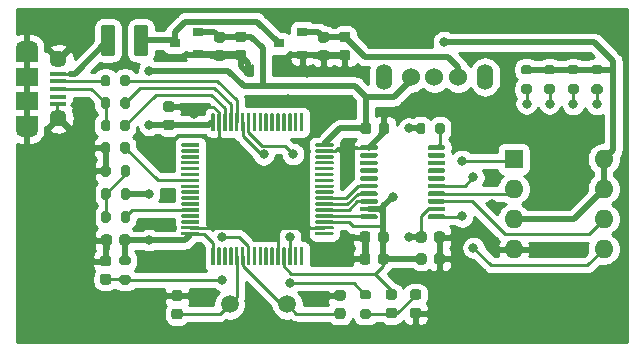
<source format=gbr>
%TF.GenerationSoftware,KiCad,Pcbnew,5.1.9+dfsg1-1~bpo10+1*%
%TF.CreationDate,2021-05-09T13:01:11+08:00*%
%TF.ProjectId,serprog,73657270-726f-4672-9e6b-696361645f70,rev?*%
%TF.SameCoordinates,Original*%
%TF.FileFunction,Copper,L1,Top*%
%TF.FilePolarity,Positive*%
%FSLAX46Y46*%
G04 Gerber Fmt 4.6, Leading zero omitted, Abs format (unit mm)*
G04 Created by KiCad (PCBNEW 5.1.9+dfsg1-1~bpo10+1) date 2021-05-09 13:01:11*
%MOMM*%
%LPD*%
G01*
G04 APERTURE LIST*
%TA.AperFunction,SMDPad,CuDef*%
%ADD10R,1.900000X1.500000*%
%TD*%
%TA.AperFunction,ComponentPad*%
%ADD11C,1.450000*%
%TD*%
%TA.AperFunction,SMDPad,CuDef*%
%ADD12R,1.350000X0.400000*%
%TD*%
%TA.AperFunction,ComponentPad*%
%ADD13O,1.900000X1.200000*%
%TD*%
%TA.AperFunction,SMDPad,CuDef*%
%ADD14R,1.900000X1.200000*%
%TD*%
%TA.AperFunction,ComponentPad*%
%ADD15O,1.600000X1.600000*%
%TD*%
%TA.AperFunction,ComponentPad*%
%ADD16R,1.600000X1.600000*%
%TD*%
%TA.AperFunction,ComponentPad*%
%ADD17C,1.500000*%
%TD*%
%TA.AperFunction,ComponentPad*%
%ADD18O,1.400000X2.200000*%
%TD*%
%TA.AperFunction,ComponentPad*%
%ADD19C,1.524000*%
%TD*%
%TA.AperFunction,SMDPad,CuDef*%
%ADD20R,0.900000X0.800000*%
%TD*%
%TA.AperFunction,ViaPad*%
%ADD21C,0.800000*%
%TD*%
%TA.AperFunction,Conductor*%
%ADD22C,0.250000*%
%TD*%
%TA.AperFunction,Conductor*%
%ADD23C,0.500000*%
%TD*%
%TA.AperFunction,Conductor*%
%ADD24C,0.254000*%
%TD*%
%TA.AperFunction,Conductor*%
%ADD25C,0.100000*%
%TD*%
G04 APERTURE END LIST*
D10*
%TO.P,J1,6*%
%TO.N,GND*%
X103562500Y-64200000D03*
D11*
X106262500Y-60700000D03*
D12*
%TO.P,J1,2*%
%TO.N,Net-(J1-Pad2)*%
X106262500Y-62550000D03*
%TO.P,J1,1*%
%TO.N,Net-(F1-Pad1)*%
X106262500Y-61900000D03*
%TO.P,J1,5*%
%TO.N,GND*%
X106262500Y-64500000D03*
%TO.P,J1,4*%
%TO.N,Net-(J1-Pad4)*%
X106262500Y-63850000D03*
%TO.P,J1,3*%
%TO.N,Net-(J1-Pad3)*%
X106262500Y-63200000D03*
D11*
%TO.P,J1,6*%
%TO.N,GND*%
X106262500Y-65700000D03*
D10*
X103562500Y-62200000D03*
D13*
X103562500Y-59700000D03*
X103562500Y-66700000D03*
D14*
X103562500Y-66100000D03*
X103562500Y-60300000D03*
%TD*%
D15*
%TO.P,U4,8*%
%TO.N,FLASH_VCC*%
X152420000Y-69150000D03*
%TO.P,U4,4*%
%TO.N,GND*%
X144800000Y-76770000D03*
%TO.P,U4,7*%
%TO.N,FLASH_VCC*%
X152420000Y-71690000D03*
%TO.P,U4,3*%
X144800000Y-74230000D03*
%TO.P,U4,6*%
%TO.N,FLASH_SCK*%
X152420000Y-74230000D03*
%TO.P,U4,2*%
%TO.N,FLASH_MISO*%
X144800000Y-71690000D03*
%TO.P,U4,5*%
%TO.N,FLASH_MOSI*%
X152420000Y-76770000D03*
D16*
%TO.P,U4,1*%
%TO.N,FLASH_NSS*%
X144800000Y-69150000D03*
%TD*%
D17*
%TO.P,Y1,2*%
%TO.N,OSC_O*%
X125630000Y-81450000D03*
%TO.P,Y1,1*%
%TO.N,OSC_I*%
X120750000Y-81450000D03*
%TD*%
%TO.P,U5,64*%
%TO.N,+3V3*%
%TA.AperFunction,SMDPad,CuDef*%
G36*
G01*
X118125000Y-75600000D02*
X116725000Y-75600000D01*
G75*
G02*
X116650000Y-75525000I0J75000D01*
G01*
X116650000Y-75375000D01*
G75*
G02*
X116725000Y-75300000I75000J0D01*
G01*
X118125000Y-75300000D01*
G75*
G02*
X118200000Y-75375000I0J-75000D01*
G01*
X118200000Y-75525000D01*
G75*
G02*
X118125000Y-75600000I-75000J0D01*
G01*
G37*
%TD.AperFunction*%
%TO.P,U5,63*%
%TO.N,GND*%
%TA.AperFunction,SMDPad,CuDef*%
G36*
G01*
X118125000Y-75100000D02*
X116725000Y-75100000D01*
G75*
G02*
X116650000Y-75025000I0J75000D01*
G01*
X116650000Y-74875000D01*
G75*
G02*
X116725000Y-74800000I75000J0D01*
G01*
X118125000Y-74800000D01*
G75*
G02*
X118200000Y-74875000I0J-75000D01*
G01*
X118200000Y-75025000D01*
G75*
G02*
X118125000Y-75100000I-75000J0D01*
G01*
G37*
%TD.AperFunction*%
%TO.P,U5,62*%
%TO.N,Net-(U5-Pad62)*%
%TA.AperFunction,SMDPad,CuDef*%
G36*
G01*
X118125000Y-74600000D02*
X116725000Y-74600000D01*
G75*
G02*
X116650000Y-74525000I0J75000D01*
G01*
X116650000Y-74375000D01*
G75*
G02*
X116725000Y-74300000I75000J0D01*
G01*
X118125000Y-74300000D01*
G75*
G02*
X118200000Y-74375000I0J-75000D01*
G01*
X118200000Y-74525000D01*
G75*
G02*
X118125000Y-74600000I-75000J0D01*
G01*
G37*
%TD.AperFunction*%
%TO.P,U5,61*%
%TO.N,Net-(U5-Pad61)*%
%TA.AperFunction,SMDPad,CuDef*%
G36*
G01*
X118125000Y-74100000D02*
X116725000Y-74100000D01*
G75*
G02*
X116650000Y-74025000I0J75000D01*
G01*
X116650000Y-73875000D01*
G75*
G02*
X116725000Y-73800000I75000J0D01*
G01*
X118125000Y-73800000D01*
G75*
G02*
X118200000Y-73875000I0J-75000D01*
G01*
X118200000Y-74025000D01*
G75*
G02*
X118125000Y-74100000I-75000J0D01*
G01*
G37*
%TD.AperFunction*%
%TO.P,U5,60*%
%TO.N,BOOT0*%
%TA.AperFunction,SMDPad,CuDef*%
G36*
G01*
X118125000Y-73600000D02*
X116725000Y-73600000D01*
G75*
G02*
X116650000Y-73525000I0J75000D01*
G01*
X116650000Y-73375000D01*
G75*
G02*
X116725000Y-73300000I75000J0D01*
G01*
X118125000Y-73300000D01*
G75*
G02*
X118200000Y-73375000I0J-75000D01*
G01*
X118200000Y-73525000D01*
G75*
G02*
X118125000Y-73600000I-75000J0D01*
G01*
G37*
%TD.AperFunction*%
%TO.P,U5,59*%
%TO.N,Net-(U5-Pad59)*%
%TA.AperFunction,SMDPad,CuDef*%
G36*
G01*
X118125000Y-73100000D02*
X116725000Y-73100000D01*
G75*
G02*
X116650000Y-73025000I0J75000D01*
G01*
X116650000Y-72875000D01*
G75*
G02*
X116725000Y-72800000I75000J0D01*
G01*
X118125000Y-72800000D01*
G75*
G02*
X118200000Y-72875000I0J-75000D01*
G01*
X118200000Y-73025000D01*
G75*
G02*
X118125000Y-73100000I-75000J0D01*
G01*
G37*
%TD.AperFunction*%
%TO.P,U5,58*%
%TO.N,Net-(U5-Pad58)*%
%TA.AperFunction,SMDPad,CuDef*%
G36*
G01*
X118125000Y-72600000D02*
X116725000Y-72600000D01*
G75*
G02*
X116650000Y-72525000I0J75000D01*
G01*
X116650000Y-72375000D01*
G75*
G02*
X116725000Y-72300000I75000J0D01*
G01*
X118125000Y-72300000D01*
G75*
G02*
X118200000Y-72375000I0J-75000D01*
G01*
X118200000Y-72525000D01*
G75*
G02*
X118125000Y-72600000I-75000J0D01*
G01*
G37*
%TD.AperFunction*%
%TO.P,U5,57*%
%TO.N,Net-(U5-Pad57)*%
%TA.AperFunction,SMDPad,CuDef*%
G36*
G01*
X118125000Y-72100000D02*
X116725000Y-72100000D01*
G75*
G02*
X116650000Y-72025000I0J75000D01*
G01*
X116650000Y-71875000D01*
G75*
G02*
X116725000Y-71800000I75000J0D01*
G01*
X118125000Y-71800000D01*
G75*
G02*
X118200000Y-71875000I0J-75000D01*
G01*
X118200000Y-72025000D01*
G75*
G02*
X118125000Y-72100000I-75000J0D01*
G01*
G37*
%TD.AperFunction*%
%TO.P,U5,56*%
%TO.N,Net-(U5-Pad56)*%
%TA.AperFunction,SMDPad,CuDef*%
G36*
G01*
X118125000Y-71600000D02*
X116725000Y-71600000D01*
G75*
G02*
X116650000Y-71525000I0J75000D01*
G01*
X116650000Y-71375000D01*
G75*
G02*
X116725000Y-71300000I75000J0D01*
G01*
X118125000Y-71300000D01*
G75*
G02*
X118200000Y-71375000I0J-75000D01*
G01*
X118200000Y-71525000D01*
G75*
G02*
X118125000Y-71600000I-75000J0D01*
G01*
G37*
%TD.AperFunction*%
%TO.P,U5,55*%
%TO.N,BOOT1*%
%TA.AperFunction,SMDPad,CuDef*%
G36*
G01*
X118125000Y-71100000D02*
X116725000Y-71100000D01*
G75*
G02*
X116650000Y-71025000I0J75000D01*
G01*
X116650000Y-70875000D01*
G75*
G02*
X116725000Y-70800000I75000J0D01*
G01*
X118125000Y-70800000D01*
G75*
G02*
X118200000Y-70875000I0J-75000D01*
G01*
X118200000Y-71025000D01*
G75*
G02*
X118125000Y-71100000I-75000J0D01*
G01*
G37*
%TD.AperFunction*%
%TO.P,U5,54*%
%TO.N,Net-(U5-Pad54)*%
%TA.AperFunction,SMDPad,CuDef*%
G36*
G01*
X118125000Y-70600000D02*
X116725000Y-70600000D01*
G75*
G02*
X116650000Y-70525000I0J75000D01*
G01*
X116650000Y-70375000D01*
G75*
G02*
X116725000Y-70300000I75000J0D01*
G01*
X118125000Y-70300000D01*
G75*
G02*
X118200000Y-70375000I0J-75000D01*
G01*
X118200000Y-70525000D01*
G75*
G02*
X118125000Y-70600000I-75000J0D01*
G01*
G37*
%TD.AperFunction*%
%TO.P,U5,53*%
%TO.N,Net-(U5-Pad53)*%
%TA.AperFunction,SMDPad,CuDef*%
G36*
G01*
X118125000Y-70100000D02*
X116725000Y-70100000D01*
G75*
G02*
X116650000Y-70025000I0J75000D01*
G01*
X116650000Y-69875000D01*
G75*
G02*
X116725000Y-69800000I75000J0D01*
G01*
X118125000Y-69800000D01*
G75*
G02*
X118200000Y-69875000I0J-75000D01*
G01*
X118200000Y-70025000D01*
G75*
G02*
X118125000Y-70100000I-75000J0D01*
G01*
G37*
%TD.AperFunction*%
%TO.P,U5,52*%
%TO.N,Net-(U5-Pad52)*%
%TA.AperFunction,SMDPad,CuDef*%
G36*
G01*
X118125000Y-69600000D02*
X116725000Y-69600000D01*
G75*
G02*
X116650000Y-69525000I0J75000D01*
G01*
X116650000Y-69375000D01*
G75*
G02*
X116725000Y-69300000I75000J0D01*
G01*
X118125000Y-69300000D01*
G75*
G02*
X118200000Y-69375000I0J-75000D01*
G01*
X118200000Y-69525000D01*
G75*
G02*
X118125000Y-69600000I-75000J0D01*
G01*
G37*
%TD.AperFunction*%
%TO.P,U5,51*%
%TO.N,Net-(U5-Pad51)*%
%TA.AperFunction,SMDPad,CuDef*%
G36*
G01*
X118125000Y-69100000D02*
X116725000Y-69100000D01*
G75*
G02*
X116650000Y-69025000I0J75000D01*
G01*
X116650000Y-68875000D01*
G75*
G02*
X116725000Y-68800000I75000J0D01*
G01*
X118125000Y-68800000D01*
G75*
G02*
X118200000Y-68875000I0J-75000D01*
G01*
X118200000Y-69025000D01*
G75*
G02*
X118125000Y-69100000I-75000J0D01*
G01*
G37*
%TD.AperFunction*%
%TO.P,U5,50*%
%TO.N,Net-(U5-Pad50)*%
%TA.AperFunction,SMDPad,CuDef*%
G36*
G01*
X118125000Y-68600000D02*
X116725000Y-68600000D01*
G75*
G02*
X116650000Y-68525000I0J75000D01*
G01*
X116650000Y-68375000D01*
G75*
G02*
X116725000Y-68300000I75000J0D01*
G01*
X118125000Y-68300000D01*
G75*
G02*
X118200000Y-68375000I0J-75000D01*
G01*
X118200000Y-68525000D01*
G75*
G02*
X118125000Y-68600000I-75000J0D01*
G01*
G37*
%TD.AperFunction*%
%TO.P,U5,49*%
%TO.N,Net-(U5-Pad49)*%
%TA.AperFunction,SMDPad,CuDef*%
G36*
G01*
X118125000Y-68100000D02*
X116725000Y-68100000D01*
G75*
G02*
X116650000Y-68025000I0J75000D01*
G01*
X116650000Y-67875000D01*
G75*
G02*
X116725000Y-67800000I75000J0D01*
G01*
X118125000Y-67800000D01*
G75*
G02*
X118200000Y-67875000I0J-75000D01*
G01*
X118200000Y-68025000D01*
G75*
G02*
X118125000Y-68100000I-75000J0D01*
G01*
G37*
%TD.AperFunction*%
%TO.P,U5,48*%
%TO.N,+3V3*%
%TA.AperFunction,SMDPad,CuDef*%
G36*
G01*
X119425000Y-66800000D02*
X119275000Y-66800000D01*
G75*
G02*
X119200000Y-66725000I0J75000D01*
G01*
X119200000Y-65325000D01*
G75*
G02*
X119275000Y-65250000I75000J0D01*
G01*
X119425000Y-65250000D01*
G75*
G02*
X119500000Y-65325000I0J-75000D01*
G01*
X119500000Y-66725000D01*
G75*
G02*
X119425000Y-66800000I-75000J0D01*
G01*
G37*
%TD.AperFunction*%
%TO.P,U5,47*%
%TO.N,GND*%
%TA.AperFunction,SMDPad,CuDef*%
G36*
G01*
X119925000Y-66800000D02*
X119775000Y-66800000D01*
G75*
G02*
X119700000Y-66725000I0J75000D01*
G01*
X119700000Y-65325000D01*
G75*
G02*
X119775000Y-65250000I75000J0D01*
G01*
X119925000Y-65250000D01*
G75*
G02*
X120000000Y-65325000I0J-75000D01*
G01*
X120000000Y-66725000D01*
G75*
G02*
X119925000Y-66800000I-75000J0D01*
G01*
G37*
%TD.AperFunction*%
%TO.P,U5,46*%
%TO.N,PA13*%
%TA.AperFunction,SMDPad,CuDef*%
G36*
G01*
X120425000Y-66800000D02*
X120275000Y-66800000D01*
G75*
G02*
X120200000Y-66725000I0J75000D01*
G01*
X120200000Y-65325000D01*
G75*
G02*
X120275000Y-65250000I75000J0D01*
G01*
X120425000Y-65250000D01*
G75*
G02*
X120500000Y-65325000I0J-75000D01*
G01*
X120500000Y-66725000D01*
G75*
G02*
X120425000Y-66800000I-75000J0D01*
G01*
G37*
%TD.AperFunction*%
%TO.P,U5,45*%
%TO.N,USBDP*%
%TA.AperFunction,SMDPad,CuDef*%
G36*
G01*
X120925000Y-66800000D02*
X120775000Y-66800000D01*
G75*
G02*
X120700000Y-66725000I0J75000D01*
G01*
X120700000Y-65325000D01*
G75*
G02*
X120775000Y-65250000I75000J0D01*
G01*
X120925000Y-65250000D01*
G75*
G02*
X121000000Y-65325000I0J-75000D01*
G01*
X121000000Y-66725000D01*
G75*
G02*
X120925000Y-66800000I-75000J0D01*
G01*
G37*
%TD.AperFunction*%
%TO.P,U5,44*%
%TO.N,USBDM*%
%TA.AperFunction,SMDPad,CuDef*%
G36*
G01*
X121425000Y-66800000D02*
X121275000Y-66800000D01*
G75*
G02*
X121200000Y-66725000I0J75000D01*
G01*
X121200000Y-65325000D01*
G75*
G02*
X121275000Y-65250000I75000J0D01*
G01*
X121425000Y-65250000D01*
G75*
G02*
X121500000Y-65325000I0J-75000D01*
G01*
X121500000Y-66725000D01*
G75*
G02*
X121425000Y-66800000I-75000J0D01*
G01*
G37*
%TD.AperFunction*%
%TO.P,U5,43*%
%TO.N,USART1_RX*%
%TA.AperFunction,SMDPad,CuDef*%
G36*
G01*
X121925000Y-66800000D02*
X121775000Y-66800000D01*
G75*
G02*
X121700000Y-66725000I0J75000D01*
G01*
X121700000Y-65325000D01*
G75*
G02*
X121775000Y-65250000I75000J0D01*
G01*
X121925000Y-65250000D01*
G75*
G02*
X122000000Y-65325000I0J-75000D01*
G01*
X122000000Y-66725000D01*
G75*
G02*
X121925000Y-66800000I-75000J0D01*
G01*
G37*
%TD.AperFunction*%
%TO.P,U5,42*%
%TO.N,USART1_TX*%
%TA.AperFunction,SMDPad,CuDef*%
G36*
G01*
X122425000Y-66800000D02*
X122275000Y-66800000D01*
G75*
G02*
X122200000Y-66725000I0J75000D01*
G01*
X122200000Y-65325000D01*
G75*
G02*
X122275000Y-65250000I75000J0D01*
G01*
X122425000Y-65250000D01*
G75*
G02*
X122500000Y-65325000I0J-75000D01*
G01*
X122500000Y-66725000D01*
G75*
G02*
X122425000Y-66800000I-75000J0D01*
G01*
G37*
%TD.AperFunction*%
%TO.P,U5,41*%
%TO.N,Net-(U5-Pad41)*%
%TA.AperFunction,SMDPad,CuDef*%
G36*
G01*
X122925000Y-66800000D02*
X122775000Y-66800000D01*
G75*
G02*
X122700000Y-66725000I0J75000D01*
G01*
X122700000Y-65325000D01*
G75*
G02*
X122775000Y-65250000I75000J0D01*
G01*
X122925000Y-65250000D01*
G75*
G02*
X123000000Y-65325000I0J-75000D01*
G01*
X123000000Y-66725000D01*
G75*
G02*
X122925000Y-66800000I-75000J0D01*
G01*
G37*
%TD.AperFunction*%
%TO.P,U5,40*%
%TO.N,Net-(U5-Pad40)*%
%TA.AperFunction,SMDPad,CuDef*%
G36*
G01*
X123425000Y-66800000D02*
X123275000Y-66800000D01*
G75*
G02*
X123200000Y-66725000I0J75000D01*
G01*
X123200000Y-65325000D01*
G75*
G02*
X123275000Y-65250000I75000J0D01*
G01*
X123425000Y-65250000D01*
G75*
G02*
X123500000Y-65325000I0J-75000D01*
G01*
X123500000Y-66725000D01*
G75*
G02*
X123425000Y-66800000I-75000J0D01*
G01*
G37*
%TD.AperFunction*%
%TO.P,U5,39*%
%TO.N,Net-(U5-Pad39)*%
%TA.AperFunction,SMDPad,CuDef*%
G36*
G01*
X123925000Y-66800000D02*
X123775000Y-66800000D01*
G75*
G02*
X123700000Y-66725000I0J75000D01*
G01*
X123700000Y-65325000D01*
G75*
G02*
X123775000Y-65250000I75000J0D01*
G01*
X123925000Y-65250000D01*
G75*
G02*
X124000000Y-65325000I0J-75000D01*
G01*
X124000000Y-66725000D01*
G75*
G02*
X123925000Y-66800000I-75000J0D01*
G01*
G37*
%TD.AperFunction*%
%TO.P,U5,38*%
%TO.N,Net-(U5-Pad38)*%
%TA.AperFunction,SMDPad,CuDef*%
G36*
G01*
X124425000Y-66800000D02*
X124275000Y-66800000D01*
G75*
G02*
X124200000Y-66725000I0J75000D01*
G01*
X124200000Y-65325000D01*
G75*
G02*
X124275000Y-65250000I75000J0D01*
G01*
X124425000Y-65250000D01*
G75*
G02*
X124500000Y-65325000I0J-75000D01*
G01*
X124500000Y-66725000D01*
G75*
G02*
X124425000Y-66800000I-75000J0D01*
G01*
G37*
%TD.AperFunction*%
%TO.P,U5,37*%
%TO.N,Net-(U5-Pad37)*%
%TA.AperFunction,SMDPad,CuDef*%
G36*
G01*
X124925000Y-66800000D02*
X124775000Y-66800000D01*
G75*
G02*
X124700000Y-66725000I0J75000D01*
G01*
X124700000Y-65325000D01*
G75*
G02*
X124775000Y-65250000I75000J0D01*
G01*
X124925000Y-65250000D01*
G75*
G02*
X125000000Y-65325000I0J-75000D01*
G01*
X125000000Y-66725000D01*
G75*
G02*
X124925000Y-66800000I-75000J0D01*
G01*
G37*
%TD.AperFunction*%
%TO.P,U5,36*%
%TO.N,Net-(U5-Pad36)*%
%TA.AperFunction,SMDPad,CuDef*%
G36*
G01*
X125425000Y-66800000D02*
X125275000Y-66800000D01*
G75*
G02*
X125200000Y-66725000I0J75000D01*
G01*
X125200000Y-65325000D01*
G75*
G02*
X125275000Y-65250000I75000J0D01*
G01*
X125425000Y-65250000D01*
G75*
G02*
X125500000Y-65325000I0J-75000D01*
G01*
X125500000Y-66725000D01*
G75*
G02*
X125425000Y-66800000I-75000J0D01*
G01*
G37*
%TD.AperFunction*%
%TO.P,U5,35*%
%TO.N,Net-(U5-Pad35)*%
%TA.AperFunction,SMDPad,CuDef*%
G36*
G01*
X125925000Y-66800000D02*
X125775000Y-66800000D01*
G75*
G02*
X125700000Y-66725000I0J75000D01*
G01*
X125700000Y-65325000D01*
G75*
G02*
X125775000Y-65250000I75000J0D01*
G01*
X125925000Y-65250000D01*
G75*
G02*
X126000000Y-65325000I0J-75000D01*
G01*
X126000000Y-66725000D01*
G75*
G02*
X125925000Y-66800000I-75000J0D01*
G01*
G37*
%TD.AperFunction*%
%TO.P,U5,34*%
%TO.N,Net-(U5-Pad34)*%
%TA.AperFunction,SMDPad,CuDef*%
G36*
G01*
X126425000Y-66800000D02*
X126275000Y-66800000D01*
G75*
G02*
X126200000Y-66725000I0J75000D01*
G01*
X126200000Y-65325000D01*
G75*
G02*
X126275000Y-65250000I75000J0D01*
G01*
X126425000Y-65250000D01*
G75*
G02*
X126500000Y-65325000I0J-75000D01*
G01*
X126500000Y-66725000D01*
G75*
G02*
X126425000Y-66800000I-75000J0D01*
G01*
G37*
%TD.AperFunction*%
%TO.P,U5,33*%
%TO.N,Net-(U5-Pad33)*%
%TA.AperFunction,SMDPad,CuDef*%
G36*
G01*
X126925000Y-66800000D02*
X126775000Y-66800000D01*
G75*
G02*
X126700000Y-66725000I0J75000D01*
G01*
X126700000Y-65325000D01*
G75*
G02*
X126775000Y-65250000I75000J0D01*
G01*
X126925000Y-65250000D01*
G75*
G02*
X127000000Y-65325000I0J-75000D01*
G01*
X127000000Y-66725000D01*
G75*
G02*
X126925000Y-66800000I-75000J0D01*
G01*
G37*
%TD.AperFunction*%
%TO.P,U5,32*%
%TO.N,+3V3*%
%TA.AperFunction,SMDPad,CuDef*%
G36*
G01*
X129475000Y-68100000D02*
X128075000Y-68100000D01*
G75*
G02*
X128000000Y-68025000I0J75000D01*
G01*
X128000000Y-67875000D01*
G75*
G02*
X128075000Y-67800000I75000J0D01*
G01*
X129475000Y-67800000D01*
G75*
G02*
X129550000Y-67875000I0J-75000D01*
G01*
X129550000Y-68025000D01*
G75*
G02*
X129475000Y-68100000I-75000J0D01*
G01*
G37*
%TD.AperFunction*%
%TO.P,U5,31*%
%TO.N,GND*%
%TA.AperFunction,SMDPad,CuDef*%
G36*
G01*
X129475000Y-68600000D02*
X128075000Y-68600000D01*
G75*
G02*
X128000000Y-68525000I0J75000D01*
G01*
X128000000Y-68375000D01*
G75*
G02*
X128075000Y-68300000I75000J0D01*
G01*
X129475000Y-68300000D01*
G75*
G02*
X129550000Y-68375000I0J-75000D01*
G01*
X129550000Y-68525000D01*
G75*
G02*
X129475000Y-68600000I-75000J0D01*
G01*
G37*
%TD.AperFunction*%
%TO.P,U5,30*%
%TO.N,Net-(U5-Pad30)*%
%TA.AperFunction,SMDPad,CuDef*%
G36*
G01*
X129475000Y-69100000D02*
X128075000Y-69100000D01*
G75*
G02*
X128000000Y-69025000I0J75000D01*
G01*
X128000000Y-68875000D01*
G75*
G02*
X128075000Y-68800000I75000J0D01*
G01*
X129475000Y-68800000D01*
G75*
G02*
X129550000Y-68875000I0J-75000D01*
G01*
X129550000Y-69025000D01*
G75*
G02*
X129475000Y-69100000I-75000J0D01*
G01*
G37*
%TD.AperFunction*%
%TO.P,U5,29*%
%TO.N,Net-(U5-Pad29)*%
%TA.AperFunction,SMDPad,CuDef*%
G36*
G01*
X129475000Y-69600000D02*
X128075000Y-69600000D01*
G75*
G02*
X128000000Y-69525000I0J75000D01*
G01*
X128000000Y-69375000D01*
G75*
G02*
X128075000Y-69300000I75000J0D01*
G01*
X129475000Y-69300000D01*
G75*
G02*
X129550000Y-69375000I0J-75000D01*
G01*
X129550000Y-69525000D01*
G75*
G02*
X129475000Y-69600000I-75000J0D01*
G01*
G37*
%TD.AperFunction*%
%TO.P,U5,28*%
%TO.N,Net-(U5-Pad28)*%
%TA.AperFunction,SMDPad,CuDef*%
G36*
G01*
X129475000Y-70100000D02*
X128075000Y-70100000D01*
G75*
G02*
X128000000Y-70025000I0J75000D01*
G01*
X128000000Y-69875000D01*
G75*
G02*
X128075000Y-69800000I75000J0D01*
G01*
X129475000Y-69800000D01*
G75*
G02*
X129550000Y-69875000I0J-75000D01*
G01*
X129550000Y-70025000D01*
G75*
G02*
X129475000Y-70100000I-75000J0D01*
G01*
G37*
%TD.AperFunction*%
%TO.P,U5,27*%
%TO.N,Net-(U5-Pad27)*%
%TA.AperFunction,SMDPad,CuDef*%
G36*
G01*
X129475000Y-70600000D02*
X128075000Y-70600000D01*
G75*
G02*
X128000000Y-70525000I0J75000D01*
G01*
X128000000Y-70375000D01*
G75*
G02*
X128075000Y-70300000I75000J0D01*
G01*
X129475000Y-70300000D01*
G75*
G02*
X129550000Y-70375000I0J-75000D01*
G01*
X129550000Y-70525000D01*
G75*
G02*
X129475000Y-70600000I-75000J0D01*
G01*
G37*
%TD.AperFunction*%
%TO.P,U5,26*%
%TO.N,Net-(U5-Pad26)*%
%TA.AperFunction,SMDPad,CuDef*%
G36*
G01*
X129475000Y-71100000D02*
X128075000Y-71100000D01*
G75*
G02*
X128000000Y-71025000I0J75000D01*
G01*
X128000000Y-70875000D01*
G75*
G02*
X128075000Y-70800000I75000J0D01*
G01*
X129475000Y-70800000D01*
G75*
G02*
X129550000Y-70875000I0J-75000D01*
G01*
X129550000Y-71025000D01*
G75*
G02*
X129475000Y-71100000I-75000J0D01*
G01*
G37*
%TD.AperFunction*%
%TO.P,U5,25*%
%TO.N,Net-(U5-Pad25)*%
%TA.AperFunction,SMDPad,CuDef*%
G36*
G01*
X129475000Y-71600000D02*
X128075000Y-71600000D01*
G75*
G02*
X128000000Y-71525000I0J75000D01*
G01*
X128000000Y-71375000D01*
G75*
G02*
X128075000Y-71300000I75000J0D01*
G01*
X129475000Y-71300000D01*
G75*
G02*
X129550000Y-71375000I0J-75000D01*
G01*
X129550000Y-71525000D01*
G75*
G02*
X129475000Y-71600000I-75000J0D01*
G01*
G37*
%TD.AperFunction*%
%TO.P,U5,24*%
%TO.N,Net-(U5-Pad24)*%
%TA.AperFunction,SMDPad,CuDef*%
G36*
G01*
X129475000Y-72100000D02*
X128075000Y-72100000D01*
G75*
G02*
X128000000Y-72025000I0J75000D01*
G01*
X128000000Y-71875000D01*
G75*
G02*
X128075000Y-71800000I75000J0D01*
G01*
X129475000Y-71800000D01*
G75*
G02*
X129550000Y-71875000I0J-75000D01*
G01*
X129550000Y-72025000D01*
G75*
G02*
X129475000Y-72100000I-75000J0D01*
G01*
G37*
%TD.AperFunction*%
%TO.P,U5,23*%
%TO.N,SPI1_MOSI*%
%TA.AperFunction,SMDPad,CuDef*%
G36*
G01*
X129475000Y-72600000D02*
X128075000Y-72600000D01*
G75*
G02*
X128000000Y-72525000I0J75000D01*
G01*
X128000000Y-72375000D01*
G75*
G02*
X128075000Y-72300000I75000J0D01*
G01*
X129475000Y-72300000D01*
G75*
G02*
X129550000Y-72375000I0J-75000D01*
G01*
X129550000Y-72525000D01*
G75*
G02*
X129475000Y-72600000I-75000J0D01*
G01*
G37*
%TD.AperFunction*%
%TO.P,U5,22*%
%TO.N,SPI1_MISO*%
%TA.AperFunction,SMDPad,CuDef*%
G36*
G01*
X129475000Y-73100000D02*
X128075000Y-73100000D01*
G75*
G02*
X128000000Y-73025000I0J75000D01*
G01*
X128000000Y-72875000D01*
G75*
G02*
X128075000Y-72800000I75000J0D01*
G01*
X129475000Y-72800000D01*
G75*
G02*
X129550000Y-72875000I0J-75000D01*
G01*
X129550000Y-73025000D01*
G75*
G02*
X129475000Y-73100000I-75000J0D01*
G01*
G37*
%TD.AperFunction*%
%TO.P,U5,21*%
%TO.N,SPI1_SCK*%
%TA.AperFunction,SMDPad,CuDef*%
G36*
G01*
X129475000Y-73600000D02*
X128075000Y-73600000D01*
G75*
G02*
X128000000Y-73525000I0J75000D01*
G01*
X128000000Y-73375000D01*
G75*
G02*
X128075000Y-73300000I75000J0D01*
G01*
X129475000Y-73300000D01*
G75*
G02*
X129550000Y-73375000I0J-75000D01*
G01*
X129550000Y-73525000D01*
G75*
G02*
X129475000Y-73600000I-75000J0D01*
G01*
G37*
%TD.AperFunction*%
%TO.P,U5,20*%
%TO.N,SPI1_NSS*%
%TA.AperFunction,SMDPad,CuDef*%
G36*
G01*
X129475000Y-74100000D02*
X128075000Y-74100000D01*
G75*
G02*
X128000000Y-74025000I0J75000D01*
G01*
X128000000Y-73875000D01*
G75*
G02*
X128075000Y-73800000I75000J0D01*
G01*
X129475000Y-73800000D01*
G75*
G02*
X129550000Y-73875000I0J-75000D01*
G01*
X129550000Y-74025000D01*
G75*
G02*
X129475000Y-74100000I-75000J0D01*
G01*
G37*
%TD.AperFunction*%
%TO.P,U5,19*%
%TO.N,+3V3*%
%TA.AperFunction,SMDPad,CuDef*%
G36*
G01*
X129475000Y-74600000D02*
X128075000Y-74600000D01*
G75*
G02*
X128000000Y-74525000I0J75000D01*
G01*
X128000000Y-74375000D01*
G75*
G02*
X128075000Y-74300000I75000J0D01*
G01*
X129475000Y-74300000D01*
G75*
G02*
X129550000Y-74375000I0J-75000D01*
G01*
X129550000Y-74525000D01*
G75*
G02*
X129475000Y-74600000I-75000J0D01*
G01*
G37*
%TD.AperFunction*%
%TO.P,U5,18*%
%TO.N,GND*%
%TA.AperFunction,SMDPad,CuDef*%
G36*
G01*
X129475000Y-75100000D02*
X128075000Y-75100000D01*
G75*
G02*
X128000000Y-75025000I0J75000D01*
G01*
X128000000Y-74875000D01*
G75*
G02*
X128075000Y-74800000I75000J0D01*
G01*
X129475000Y-74800000D01*
G75*
G02*
X129550000Y-74875000I0J-75000D01*
G01*
X129550000Y-75025000D01*
G75*
G02*
X129475000Y-75100000I-75000J0D01*
G01*
G37*
%TD.AperFunction*%
%TO.P,U5,17*%
%TO.N,Net-(U5-Pad17)*%
%TA.AperFunction,SMDPad,CuDef*%
G36*
G01*
X129475000Y-75600000D02*
X128075000Y-75600000D01*
G75*
G02*
X128000000Y-75525000I0J75000D01*
G01*
X128000000Y-75375000D01*
G75*
G02*
X128075000Y-75300000I75000J0D01*
G01*
X129475000Y-75300000D01*
G75*
G02*
X129550000Y-75375000I0J-75000D01*
G01*
X129550000Y-75525000D01*
G75*
G02*
X129475000Y-75600000I-75000J0D01*
G01*
G37*
%TD.AperFunction*%
%TO.P,U5,16*%
%TO.N,Net-(U5-Pad16)*%
%TA.AperFunction,SMDPad,CuDef*%
G36*
G01*
X126925000Y-78150000D02*
X126775000Y-78150000D01*
G75*
G02*
X126700000Y-78075000I0J75000D01*
G01*
X126700000Y-76675000D01*
G75*
G02*
X126775000Y-76600000I75000J0D01*
G01*
X126925000Y-76600000D01*
G75*
G02*
X127000000Y-76675000I0J-75000D01*
G01*
X127000000Y-78075000D01*
G75*
G02*
X126925000Y-78150000I-75000J0D01*
G01*
G37*
%TD.AperFunction*%
%TO.P,U5,15*%
%TO.N,Net-(U5-Pad15)*%
%TA.AperFunction,SMDPad,CuDef*%
G36*
G01*
X126425000Y-78150000D02*
X126275000Y-78150000D01*
G75*
G02*
X126200000Y-78075000I0J75000D01*
G01*
X126200000Y-76675000D01*
G75*
G02*
X126275000Y-76600000I75000J0D01*
G01*
X126425000Y-76600000D01*
G75*
G02*
X126500000Y-76675000I0J-75000D01*
G01*
X126500000Y-78075000D01*
G75*
G02*
X126425000Y-78150000I-75000J0D01*
G01*
G37*
%TD.AperFunction*%
%TO.P,U5,14*%
%TO.N,PA0*%
%TA.AperFunction,SMDPad,CuDef*%
G36*
G01*
X125925000Y-78150000D02*
X125775000Y-78150000D01*
G75*
G02*
X125700000Y-78075000I0J75000D01*
G01*
X125700000Y-76675000D01*
G75*
G02*
X125775000Y-76600000I75000J0D01*
G01*
X125925000Y-76600000D01*
G75*
G02*
X126000000Y-76675000I0J-75000D01*
G01*
X126000000Y-78075000D01*
G75*
G02*
X125925000Y-78150000I-75000J0D01*
G01*
G37*
%TD.AperFunction*%
%TO.P,U5,13*%
%TO.N,+3V3*%
%TA.AperFunction,SMDPad,CuDef*%
G36*
G01*
X125425000Y-78150000D02*
X125275000Y-78150000D01*
G75*
G02*
X125200000Y-78075000I0J75000D01*
G01*
X125200000Y-76675000D01*
G75*
G02*
X125275000Y-76600000I75000J0D01*
G01*
X125425000Y-76600000D01*
G75*
G02*
X125500000Y-76675000I0J-75000D01*
G01*
X125500000Y-78075000D01*
G75*
G02*
X125425000Y-78150000I-75000J0D01*
G01*
G37*
%TD.AperFunction*%
%TO.P,U5,12*%
%TO.N,GND*%
%TA.AperFunction,SMDPad,CuDef*%
G36*
G01*
X124925000Y-78150000D02*
X124775000Y-78150000D01*
G75*
G02*
X124700000Y-78075000I0J75000D01*
G01*
X124700000Y-76675000D01*
G75*
G02*
X124775000Y-76600000I75000J0D01*
G01*
X124925000Y-76600000D01*
G75*
G02*
X125000000Y-76675000I0J-75000D01*
G01*
X125000000Y-78075000D01*
G75*
G02*
X124925000Y-78150000I-75000J0D01*
G01*
G37*
%TD.AperFunction*%
%TO.P,U5,11*%
%TO.N,Net-(U5-Pad11)*%
%TA.AperFunction,SMDPad,CuDef*%
G36*
G01*
X124425000Y-78150000D02*
X124275000Y-78150000D01*
G75*
G02*
X124200000Y-78075000I0J75000D01*
G01*
X124200000Y-76675000D01*
G75*
G02*
X124275000Y-76600000I75000J0D01*
G01*
X124425000Y-76600000D01*
G75*
G02*
X124500000Y-76675000I0J-75000D01*
G01*
X124500000Y-78075000D01*
G75*
G02*
X124425000Y-78150000I-75000J0D01*
G01*
G37*
%TD.AperFunction*%
%TO.P,U5,10*%
%TO.N,Net-(U5-Pad10)*%
%TA.AperFunction,SMDPad,CuDef*%
G36*
G01*
X123925000Y-78150000D02*
X123775000Y-78150000D01*
G75*
G02*
X123700000Y-78075000I0J75000D01*
G01*
X123700000Y-76675000D01*
G75*
G02*
X123775000Y-76600000I75000J0D01*
G01*
X123925000Y-76600000D01*
G75*
G02*
X124000000Y-76675000I0J-75000D01*
G01*
X124000000Y-78075000D01*
G75*
G02*
X123925000Y-78150000I-75000J0D01*
G01*
G37*
%TD.AperFunction*%
%TO.P,U5,9*%
%TO.N,Net-(U5-Pad9)*%
%TA.AperFunction,SMDPad,CuDef*%
G36*
G01*
X123425000Y-78150000D02*
X123275000Y-78150000D01*
G75*
G02*
X123200000Y-78075000I0J75000D01*
G01*
X123200000Y-76675000D01*
G75*
G02*
X123275000Y-76600000I75000J0D01*
G01*
X123425000Y-76600000D01*
G75*
G02*
X123500000Y-76675000I0J-75000D01*
G01*
X123500000Y-78075000D01*
G75*
G02*
X123425000Y-78150000I-75000J0D01*
G01*
G37*
%TD.AperFunction*%
%TO.P,U5,8*%
%TO.N,Net-(U5-Pad8)*%
%TA.AperFunction,SMDPad,CuDef*%
G36*
G01*
X122925000Y-78150000D02*
X122775000Y-78150000D01*
G75*
G02*
X122700000Y-78075000I0J75000D01*
G01*
X122700000Y-76675000D01*
G75*
G02*
X122775000Y-76600000I75000J0D01*
G01*
X122925000Y-76600000D01*
G75*
G02*
X123000000Y-76675000I0J-75000D01*
G01*
X123000000Y-78075000D01*
G75*
G02*
X122925000Y-78150000I-75000J0D01*
G01*
G37*
%TD.AperFunction*%
%TO.P,U5,7*%
%TO.N,nRST*%
%TA.AperFunction,SMDPad,CuDef*%
G36*
G01*
X122425000Y-78150000D02*
X122275000Y-78150000D01*
G75*
G02*
X122200000Y-78075000I0J75000D01*
G01*
X122200000Y-76675000D01*
G75*
G02*
X122275000Y-76600000I75000J0D01*
G01*
X122425000Y-76600000D01*
G75*
G02*
X122500000Y-76675000I0J-75000D01*
G01*
X122500000Y-78075000D01*
G75*
G02*
X122425000Y-78150000I-75000J0D01*
G01*
G37*
%TD.AperFunction*%
%TO.P,U5,6*%
%TO.N,OSC_O*%
%TA.AperFunction,SMDPad,CuDef*%
G36*
G01*
X121925000Y-78150000D02*
X121775000Y-78150000D01*
G75*
G02*
X121700000Y-78075000I0J75000D01*
G01*
X121700000Y-76675000D01*
G75*
G02*
X121775000Y-76600000I75000J0D01*
G01*
X121925000Y-76600000D01*
G75*
G02*
X122000000Y-76675000I0J-75000D01*
G01*
X122000000Y-78075000D01*
G75*
G02*
X121925000Y-78150000I-75000J0D01*
G01*
G37*
%TD.AperFunction*%
%TO.P,U5,5*%
%TO.N,OSC_I*%
%TA.AperFunction,SMDPad,CuDef*%
G36*
G01*
X121425000Y-78150000D02*
X121275000Y-78150000D01*
G75*
G02*
X121200000Y-78075000I0J75000D01*
G01*
X121200000Y-76675000D01*
G75*
G02*
X121275000Y-76600000I75000J0D01*
G01*
X121425000Y-76600000D01*
G75*
G02*
X121500000Y-76675000I0J-75000D01*
G01*
X121500000Y-78075000D01*
G75*
G02*
X121425000Y-78150000I-75000J0D01*
G01*
G37*
%TD.AperFunction*%
%TO.P,U5,4*%
%TO.N,Net-(U5-Pad4)*%
%TA.AperFunction,SMDPad,CuDef*%
G36*
G01*
X120925000Y-78150000D02*
X120775000Y-78150000D01*
G75*
G02*
X120700000Y-78075000I0J75000D01*
G01*
X120700000Y-76675000D01*
G75*
G02*
X120775000Y-76600000I75000J0D01*
G01*
X120925000Y-76600000D01*
G75*
G02*
X121000000Y-76675000I0J-75000D01*
G01*
X121000000Y-78075000D01*
G75*
G02*
X120925000Y-78150000I-75000J0D01*
G01*
G37*
%TD.AperFunction*%
%TO.P,U5,3*%
%TO.N,Net-(U5-Pad3)*%
%TA.AperFunction,SMDPad,CuDef*%
G36*
G01*
X120425000Y-78150000D02*
X120275000Y-78150000D01*
G75*
G02*
X120200000Y-78075000I0J75000D01*
G01*
X120200000Y-76675000D01*
G75*
G02*
X120275000Y-76600000I75000J0D01*
G01*
X120425000Y-76600000D01*
G75*
G02*
X120500000Y-76675000I0J-75000D01*
G01*
X120500000Y-78075000D01*
G75*
G02*
X120425000Y-78150000I-75000J0D01*
G01*
G37*
%TD.AperFunction*%
%TO.P,U5,2*%
%TO.N,Net-(U5-Pad2)*%
%TA.AperFunction,SMDPad,CuDef*%
G36*
G01*
X119925000Y-78150000D02*
X119775000Y-78150000D01*
G75*
G02*
X119700000Y-78075000I0J75000D01*
G01*
X119700000Y-76675000D01*
G75*
G02*
X119775000Y-76600000I75000J0D01*
G01*
X119925000Y-76600000D01*
G75*
G02*
X120000000Y-76675000I0J-75000D01*
G01*
X120000000Y-78075000D01*
G75*
G02*
X119925000Y-78150000I-75000J0D01*
G01*
G37*
%TD.AperFunction*%
%TO.P,U5,1*%
%TO.N,+3V3*%
%TA.AperFunction,SMDPad,CuDef*%
G36*
G01*
X119425000Y-78150000D02*
X119275000Y-78150000D01*
G75*
G02*
X119200000Y-78075000I0J75000D01*
G01*
X119200000Y-76675000D01*
G75*
G02*
X119275000Y-76600000I75000J0D01*
G01*
X119425000Y-76600000D01*
G75*
G02*
X119500000Y-76675000I0J-75000D01*
G01*
X119500000Y-78075000D01*
G75*
G02*
X119425000Y-78150000I-75000J0D01*
G01*
G37*
%TD.AperFunction*%
%TD*%
%TO.P,R11,1*%
%TO.N,FLASH_VCC*%
%TA.AperFunction,SMDPad,CuDef*%
G36*
G01*
X151575000Y-61175000D02*
X152125000Y-61175000D01*
G75*
G02*
X152325000Y-61375000I0J-200000D01*
G01*
X152325000Y-61775000D01*
G75*
G02*
X152125000Y-61975000I-200000J0D01*
G01*
X151575000Y-61975000D01*
G75*
G02*
X151375000Y-61775000I0J200000D01*
G01*
X151375000Y-61375000D01*
G75*
G02*
X151575000Y-61175000I200000J0D01*
G01*
G37*
%TD.AperFunction*%
%TO.P,R11,2*%
%TO.N,FLASH_SCK*%
%TA.AperFunction,SMDPad,CuDef*%
G36*
G01*
X151575000Y-62825000D02*
X152125000Y-62825000D01*
G75*
G02*
X152325000Y-63025000I0J-200000D01*
G01*
X152325000Y-63425000D01*
G75*
G02*
X152125000Y-63625000I-200000J0D01*
G01*
X151575000Y-63625000D01*
G75*
G02*
X151375000Y-63425000I0J200000D01*
G01*
X151375000Y-63025000D01*
G75*
G02*
X151575000Y-62825000I200000J0D01*
G01*
G37*
%TD.AperFunction*%
%TD*%
%TO.P,C1,1*%
%TO.N,nRST*%
%TA.AperFunction,SMDPad,CuDef*%
G36*
G01*
X110500000Y-79775000D02*
X110000000Y-79775000D01*
G75*
G02*
X109775000Y-79550000I0J225000D01*
G01*
X109775000Y-79100000D01*
G75*
G02*
X110000000Y-78875000I225000J0D01*
G01*
X110500000Y-78875000D01*
G75*
G02*
X110725000Y-79100000I0J-225000D01*
G01*
X110725000Y-79550000D01*
G75*
G02*
X110500000Y-79775000I-225000J0D01*
G01*
G37*
%TD.AperFunction*%
%TO.P,C1,2*%
%TO.N,GND*%
%TA.AperFunction,SMDPad,CuDef*%
G36*
G01*
X110500000Y-78225000D02*
X110000000Y-78225000D01*
G75*
G02*
X109775000Y-78000000I0J225000D01*
G01*
X109775000Y-77550000D01*
G75*
G02*
X110000000Y-77325000I225000J0D01*
G01*
X110500000Y-77325000D01*
G75*
G02*
X110725000Y-77550000I0J-225000D01*
G01*
X110725000Y-78000000D01*
G75*
G02*
X110500000Y-78225000I-225000J0D01*
G01*
G37*
%TD.AperFunction*%
%TD*%
%TO.P,C2,2*%
%TO.N,GND*%
%TA.AperFunction,SMDPad,CuDef*%
G36*
G01*
X116550000Y-81150000D02*
X116050000Y-81150000D01*
G75*
G02*
X115825000Y-80925000I0J225000D01*
G01*
X115825000Y-80475000D01*
G75*
G02*
X116050000Y-80250000I225000J0D01*
G01*
X116550000Y-80250000D01*
G75*
G02*
X116775000Y-80475000I0J-225000D01*
G01*
X116775000Y-80925000D01*
G75*
G02*
X116550000Y-81150000I-225000J0D01*
G01*
G37*
%TD.AperFunction*%
%TO.P,C2,1*%
%TO.N,OSC_I*%
%TA.AperFunction,SMDPad,CuDef*%
G36*
G01*
X116550000Y-82700000D02*
X116050000Y-82700000D01*
G75*
G02*
X115825000Y-82475000I0J225000D01*
G01*
X115825000Y-82025000D01*
G75*
G02*
X116050000Y-81800000I225000J0D01*
G01*
X116550000Y-81800000D01*
G75*
G02*
X116775000Y-82025000I0J-225000D01*
G01*
X116775000Y-82475000D01*
G75*
G02*
X116550000Y-82700000I-225000J0D01*
G01*
G37*
%TD.AperFunction*%
%TD*%
%TO.P,C3,1*%
%TO.N,OSC_O*%
%TA.AperFunction,SMDPad,CuDef*%
G36*
G01*
X130350000Y-82675000D02*
X129850000Y-82675000D01*
G75*
G02*
X129625000Y-82450000I0J225000D01*
G01*
X129625000Y-82000000D01*
G75*
G02*
X129850000Y-81775000I225000J0D01*
G01*
X130350000Y-81775000D01*
G75*
G02*
X130575000Y-82000000I0J-225000D01*
G01*
X130575000Y-82450000D01*
G75*
G02*
X130350000Y-82675000I-225000J0D01*
G01*
G37*
%TD.AperFunction*%
%TO.P,C3,2*%
%TO.N,GND*%
%TA.AperFunction,SMDPad,CuDef*%
G36*
G01*
X130350000Y-81125000D02*
X129850000Y-81125000D01*
G75*
G02*
X129625000Y-80900000I0J225000D01*
G01*
X129625000Y-80450000D01*
G75*
G02*
X129850000Y-80225000I225000J0D01*
G01*
X130350000Y-80225000D01*
G75*
G02*
X130575000Y-80450000I0J-225000D01*
G01*
X130575000Y-80900000D01*
G75*
G02*
X130350000Y-81125000I-225000J0D01*
G01*
G37*
%TD.AperFunction*%
%TD*%
%TO.P,C4,2*%
%TO.N,GND*%
%TA.AperFunction,SMDPad,CuDef*%
G36*
G01*
X128450000Y-59925000D02*
X128950000Y-59925000D01*
G75*
G02*
X129175000Y-60150000I0J-225000D01*
G01*
X129175000Y-60600000D01*
G75*
G02*
X128950000Y-60825000I-225000J0D01*
G01*
X128450000Y-60825000D01*
G75*
G02*
X128225000Y-60600000I0J225000D01*
G01*
X128225000Y-60150000D01*
G75*
G02*
X128450000Y-59925000I225000J0D01*
G01*
G37*
%TD.AperFunction*%
%TO.P,C4,1*%
%TO.N,+1V8*%
%TA.AperFunction,SMDPad,CuDef*%
G36*
G01*
X128450000Y-58375000D02*
X128950000Y-58375000D01*
G75*
G02*
X129175000Y-58600000I0J-225000D01*
G01*
X129175000Y-59050000D01*
G75*
G02*
X128950000Y-59275000I-225000J0D01*
G01*
X128450000Y-59275000D01*
G75*
G02*
X128225000Y-59050000I0J225000D01*
G01*
X128225000Y-58600000D01*
G75*
G02*
X128450000Y-58375000I225000J0D01*
G01*
G37*
%TD.AperFunction*%
%TD*%
%TO.P,C5,1*%
%TO.N,+3V3*%
%TA.AperFunction,SMDPad,CuDef*%
G36*
G01*
X119650000Y-58375000D02*
X120150000Y-58375000D01*
G75*
G02*
X120375000Y-58600000I0J-225000D01*
G01*
X120375000Y-59050000D01*
G75*
G02*
X120150000Y-59275000I-225000J0D01*
G01*
X119650000Y-59275000D01*
G75*
G02*
X119425000Y-59050000I0J225000D01*
G01*
X119425000Y-58600000D01*
G75*
G02*
X119650000Y-58375000I225000J0D01*
G01*
G37*
%TD.AperFunction*%
%TO.P,C5,2*%
%TO.N,GND*%
%TA.AperFunction,SMDPad,CuDef*%
G36*
G01*
X119650000Y-59925000D02*
X120150000Y-59925000D01*
G75*
G02*
X120375000Y-60150000I0J-225000D01*
G01*
X120375000Y-60600000D01*
G75*
G02*
X120150000Y-60825000I-225000J0D01*
G01*
X119650000Y-60825000D01*
G75*
G02*
X119425000Y-60600000I0J225000D01*
G01*
X119425000Y-60150000D01*
G75*
G02*
X119650000Y-59925000I225000J0D01*
G01*
G37*
%TD.AperFunction*%
%TD*%
%TO.P,C6,2*%
%TO.N,GND*%
%TA.AperFunction,SMDPad,CuDef*%
G36*
G01*
X110775000Y-75750000D02*
X110775000Y-76250000D01*
G75*
G02*
X110550000Y-76475000I-225000J0D01*
G01*
X110100000Y-76475000D01*
G75*
G02*
X109875000Y-76250000I0J225000D01*
G01*
X109875000Y-75750000D01*
G75*
G02*
X110100000Y-75525000I225000J0D01*
G01*
X110550000Y-75525000D01*
G75*
G02*
X110775000Y-75750000I0J-225000D01*
G01*
G37*
%TD.AperFunction*%
%TO.P,C6,1*%
%TO.N,+3V3*%
%TA.AperFunction,SMDPad,CuDef*%
G36*
G01*
X112325000Y-75750000D02*
X112325000Y-76250000D01*
G75*
G02*
X112100000Y-76475000I-225000J0D01*
G01*
X111650000Y-76475000D01*
G75*
G02*
X111425000Y-76250000I0J225000D01*
G01*
X111425000Y-75750000D01*
G75*
G02*
X111650000Y-75525000I225000J0D01*
G01*
X112100000Y-75525000D01*
G75*
G02*
X112325000Y-75750000I0J-225000D01*
G01*
G37*
%TD.AperFunction*%
%TD*%
%TO.P,C7,1*%
%TO.N,+3V3*%
%TA.AperFunction,SMDPad,CuDef*%
G36*
G01*
X134225000Y-75500000D02*
X134225000Y-76000000D01*
G75*
G02*
X134000000Y-76225000I-225000J0D01*
G01*
X133550000Y-76225000D01*
G75*
G02*
X133325000Y-76000000I0J225000D01*
G01*
X133325000Y-75500000D01*
G75*
G02*
X133550000Y-75275000I225000J0D01*
G01*
X134000000Y-75275000D01*
G75*
G02*
X134225000Y-75500000I0J-225000D01*
G01*
G37*
%TD.AperFunction*%
%TO.P,C7,2*%
%TO.N,GND*%
%TA.AperFunction,SMDPad,CuDef*%
G36*
G01*
X132675000Y-75500000D02*
X132675000Y-76000000D01*
G75*
G02*
X132450000Y-76225000I-225000J0D01*
G01*
X132000000Y-76225000D01*
G75*
G02*
X131775000Y-76000000I0J225000D01*
G01*
X131775000Y-75500000D01*
G75*
G02*
X132000000Y-75275000I225000J0D01*
G01*
X132450000Y-75275000D01*
G75*
G02*
X132675000Y-75500000I0J-225000D01*
G01*
G37*
%TD.AperFunction*%
%TD*%
%TO.P,C8,1*%
%TO.N,+1V8*%
%TA.AperFunction,SMDPad,CuDef*%
G36*
G01*
X130250000Y-58350000D02*
X130750000Y-58350000D01*
G75*
G02*
X130975000Y-58575000I0J-225000D01*
G01*
X130975000Y-59025000D01*
G75*
G02*
X130750000Y-59250000I-225000J0D01*
G01*
X130250000Y-59250000D01*
G75*
G02*
X130025000Y-59025000I0J225000D01*
G01*
X130025000Y-58575000D01*
G75*
G02*
X130250000Y-58350000I225000J0D01*
G01*
G37*
%TD.AperFunction*%
%TO.P,C8,2*%
%TO.N,GND*%
%TA.AperFunction,SMDPad,CuDef*%
G36*
G01*
X130250000Y-59900000D02*
X130750000Y-59900000D01*
G75*
G02*
X130975000Y-60125000I0J-225000D01*
G01*
X130975000Y-60575000D01*
G75*
G02*
X130750000Y-60800000I-225000J0D01*
G01*
X130250000Y-60800000D01*
G75*
G02*
X130025000Y-60575000I0J225000D01*
G01*
X130025000Y-60125000D01*
G75*
G02*
X130250000Y-59900000I225000J0D01*
G01*
G37*
%TD.AperFunction*%
%TD*%
%TO.P,C9,2*%
%TO.N,GND*%
%TA.AperFunction,SMDPad,CuDef*%
G36*
G01*
X121450000Y-59900000D02*
X121950000Y-59900000D01*
G75*
G02*
X122175000Y-60125000I0J-225000D01*
G01*
X122175000Y-60575000D01*
G75*
G02*
X121950000Y-60800000I-225000J0D01*
G01*
X121450000Y-60800000D01*
G75*
G02*
X121225000Y-60575000I0J225000D01*
G01*
X121225000Y-60125000D01*
G75*
G02*
X121450000Y-59900000I225000J0D01*
G01*
G37*
%TD.AperFunction*%
%TO.P,C9,1*%
%TO.N,+3V3*%
%TA.AperFunction,SMDPad,CuDef*%
G36*
G01*
X121450000Y-58350000D02*
X121950000Y-58350000D01*
G75*
G02*
X122175000Y-58575000I0J-225000D01*
G01*
X122175000Y-59025000D01*
G75*
G02*
X121950000Y-59250000I-225000J0D01*
G01*
X121450000Y-59250000D01*
G75*
G02*
X121225000Y-59025000I0J225000D01*
G01*
X121225000Y-58575000D01*
G75*
G02*
X121450000Y-58350000I225000J0D01*
G01*
G37*
%TD.AperFunction*%
%TD*%
%TO.P,C10,1*%
%TO.N,FLASH_VCC*%
%TA.AperFunction,SMDPad,CuDef*%
G36*
G01*
X136525000Y-76000000D02*
X136525000Y-75500000D01*
G75*
G02*
X136750000Y-75275000I225000J0D01*
G01*
X137200000Y-75275000D01*
G75*
G02*
X137425000Y-75500000I0J-225000D01*
G01*
X137425000Y-76000000D01*
G75*
G02*
X137200000Y-76225000I-225000J0D01*
G01*
X136750000Y-76225000D01*
G75*
G02*
X136525000Y-76000000I0J225000D01*
G01*
G37*
%TD.AperFunction*%
%TO.P,C10,2*%
%TO.N,GND*%
%TA.AperFunction,SMDPad,CuDef*%
G36*
G01*
X138075000Y-76000000D02*
X138075000Y-75500000D01*
G75*
G02*
X138300000Y-75275000I225000J0D01*
G01*
X138750000Y-75275000D01*
G75*
G02*
X138975000Y-75500000I0J-225000D01*
G01*
X138975000Y-76000000D01*
G75*
G02*
X138750000Y-76225000I-225000J0D01*
G01*
X138300000Y-76225000D01*
G75*
G02*
X138075000Y-76000000I0J225000D01*
G01*
G37*
%TD.AperFunction*%
%TD*%
%TO.P,C11,2*%
%TO.N,GND*%
%TA.AperFunction,SMDPad,CuDef*%
G36*
G01*
X138075000Y-77850000D02*
X138075000Y-77350000D01*
G75*
G02*
X138300000Y-77125000I225000J0D01*
G01*
X138750000Y-77125000D01*
G75*
G02*
X138975000Y-77350000I0J-225000D01*
G01*
X138975000Y-77850000D01*
G75*
G02*
X138750000Y-78075000I-225000J0D01*
G01*
X138300000Y-78075000D01*
G75*
G02*
X138075000Y-77850000I0J225000D01*
G01*
G37*
%TD.AperFunction*%
%TO.P,C11,1*%
%TO.N,+3V3*%
%TA.AperFunction,SMDPad,CuDef*%
G36*
G01*
X136525000Y-77850000D02*
X136525000Y-77350000D01*
G75*
G02*
X136750000Y-77125000I225000J0D01*
G01*
X137200000Y-77125000D01*
G75*
G02*
X137425000Y-77350000I0J-225000D01*
G01*
X137425000Y-77850000D01*
G75*
G02*
X137200000Y-78075000I-225000J0D01*
G01*
X136750000Y-78075000D01*
G75*
G02*
X136525000Y-77850000I0J225000D01*
G01*
G37*
%TD.AperFunction*%
%TD*%
%TO.P,C12,2*%
%TO.N,GND*%
%TA.AperFunction,SMDPad,CuDef*%
G36*
G01*
X132675000Y-77350000D02*
X132675000Y-77850000D01*
G75*
G02*
X132450000Y-78075000I-225000J0D01*
G01*
X132000000Y-78075000D01*
G75*
G02*
X131775000Y-77850000I0J225000D01*
G01*
X131775000Y-77350000D01*
G75*
G02*
X132000000Y-77125000I225000J0D01*
G01*
X132450000Y-77125000D01*
G75*
G02*
X132675000Y-77350000I0J-225000D01*
G01*
G37*
%TD.AperFunction*%
%TO.P,C12,1*%
%TO.N,+3V3*%
%TA.AperFunction,SMDPad,CuDef*%
G36*
G01*
X134225000Y-77350000D02*
X134225000Y-77850000D01*
G75*
G02*
X134000000Y-78075000I-225000J0D01*
G01*
X133550000Y-78075000D01*
G75*
G02*
X133325000Y-77850000I0J225000D01*
G01*
X133325000Y-77350000D01*
G75*
G02*
X133550000Y-77125000I225000J0D01*
G01*
X134000000Y-77125000D01*
G75*
G02*
X134225000Y-77350000I0J-225000D01*
G01*
G37*
%TD.AperFunction*%
%TD*%
%TO.P,C13,1*%
%TO.N,+3V3*%
%TA.AperFunction,SMDPad,CuDef*%
G36*
G01*
X131825000Y-66800000D02*
X131825000Y-66300000D01*
G75*
G02*
X132050000Y-66075000I225000J0D01*
G01*
X132500000Y-66075000D01*
G75*
G02*
X132725000Y-66300000I0J-225000D01*
G01*
X132725000Y-66800000D01*
G75*
G02*
X132500000Y-67025000I-225000J0D01*
G01*
X132050000Y-67025000D01*
G75*
G02*
X131825000Y-66800000I0J225000D01*
G01*
G37*
%TD.AperFunction*%
%TO.P,C13,2*%
%TO.N,GND*%
%TA.AperFunction,SMDPad,CuDef*%
G36*
G01*
X133375000Y-66800000D02*
X133375000Y-66300000D01*
G75*
G02*
X133600000Y-66075000I225000J0D01*
G01*
X134050000Y-66075000D01*
G75*
G02*
X134275000Y-66300000I0J-225000D01*
G01*
X134275000Y-66800000D01*
G75*
G02*
X134050000Y-67025000I-225000J0D01*
G01*
X133600000Y-67025000D01*
G75*
G02*
X133375000Y-66800000I0J225000D01*
G01*
G37*
%TD.AperFunction*%
%TD*%
%TO.P,C14,2*%
%TO.N,GND*%
%TA.AperFunction,SMDPad,CuDef*%
G36*
G01*
X115850000Y-65150000D02*
X115350000Y-65150000D01*
G75*
G02*
X115125000Y-64925000I0J225000D01*
G01*
X115125000Y-64475000D01*
G75*
G02*
X115350000Y-64250000I225000J0D01*
G01*
X115850000Y-64250000D01*
G75*
G02*
X116075000Y-64475000I0J-225000D01*
G01*
X116075000Y-64925000D01*
G75*
G02*
X115850000Y-65150000I-225000J0D01*
G01*
G37*
%TD.AperFunction*%
%TO.P,C14,1*%
%TO.N,+3V3*%
%TA.AperFunction,SMDPad,CuDef*%
G36*
G01*
X115850000Y-66700000D02*
X115350000Y-66700000D01*
G75*
G02*
X115125000Y-66475000I0J225000D01*
G01*
X115125000Y-66025000D01*
G75*
G02*
X115350000Y-65800000I225000J0D01*
G01*
X115850000Y-65800000D01*
G75*
G02*
X116075000Y-66025000I0J-225000D01*
G01*
X116075000Y-66475000D01*
G75*
G02*
X115850000Y-66700000I-225000J0D01*
G01*
G37*
%TD.AperFunction*%
%TD*%
%TO.P,D1,2*%
%TO.N,+3V3*%
%TA.AperFunction,SMDPad,CuDef*%
G36*
G01*
X134706250Y-81050000D02*
X134193750Y-81050000D01*
G75*
G02*
X133975000Y-80831250I0J218750D01*
G01*
X133975000Y-80393750D01*
G75*
G02*
X134193750Y-80175000I218750J0D01*
G01*
X134706250Y-80175000D01*
G75*
G02*
X134925000Y-80393750I0J-218750D01*
G01*
X134925000Y-80831250D01*
G75*
G02*
X134706250Y-81050000I-218750J0D01*
G01*
G37*
%TD.AperFunction*%
%TO.P,D1,1*%
%TO.N,Net-(D1-Pad1)*%
%TA.AperFunction,SMDPad,CuDef*%
G36*
G01*
X134706250Y-82625000D02*
X134193750Y-82625000D01*
G75*
G02*
X133975000Y-82406250I0J218750D01*
G01*
X133975000Y-81968750D01*
G75*
G02*
X134193750Y-81750000I218750J0D01*
G01*
X134706250Y-81750000D01*
G75*
G02*
X134925000Y-81968750I0J-218750D01*
G01*
X134925000Y-82406250D01*
G75*
G02*
X134706250Y-82625000I-218750J0D01*
G01*
G37*
%TD.AperFunction*%
%TD*%
%TO.P,D2,1*%
%TO.N,GND*%
%TA.AperFunction,SMDPad,CuDef*%
G36*
G01*
X136756250Y-82625000D02*
X136243750Y-82625000D01*
G75*
G02*
X136025000Y-82406250I0J218750D01*
G01*
X136025000Y-81968750D01*
G75*
G02*
X136243750Y-81750000I218750J0D01*
G01*
X136756250Y-81750000D01*
G75*
G02*
X136975000Y-81968750I0J-218750D01*
G01*
X136975000Y-82406250D01*
G75*
G02*
X136756250Y-82625000I-218750J0D01*
G01*
G37*
%TD.AperFunction*%
%TO.P,D2,2*%
%TO.N,Net-(D1-Pad1)*%
%TA.AperFunction,SMDPad,CuDef*%
G36*
G01*
X136756250Y-81050000D02*
X136243750Y-81050000D01*
G75*
G02*
X136025000Y-80831250I0J218750D01*
G01*
X136025000Y-80393750D01*
G75*
G02*
X136243750Y-80175000I218750J0D01*
G01*
X136756250Y-80175000D01*
G75*
G02*
X136975000Y-80393750I0J-218750D01*
G01*
X136975000Y-80831250D01*
G75*
G02*
X136756250Y-81050000I-218750J0D01*
G01*
G37*
%TD.AperFunction*%
%TD*%
%TO.P,F1,2*%
%TO.N,Net-(F1-Pad2)*%
%TA.AperFunction,SMDPad,CuDef*%
G36*
G01*
X112625000Y-60175000D02*
X112625000Y-58025000D01*
G75*
G02*
X112875000Y-57775000I250000J0D01*
G01*
X113625000Y-57775000D01*
G75*
G02*
X113875000Y-58025000I0J-250000D01*
G01*
X113875000Y-60175000D01*
G75*
G02*
X113625000Y-60425000I-250000J0D01*
G01*
X112875000Y-60425000D01*
G75*
G02*
X112625000Y-60175000I0J250000D01*
G01*
G37*
%TD.AperFunction*%
%TO.P,F1,1*%
%TO.N,Net-(F1-Pad1)*%
%TA.AperFunction,SMDPad,CuDef*%
G36*
G01*
X109825000Y-60175000D02*
X109825000Y-58025000D01*
G75*
G02*
X110075000Y-57775000I250000J0D01*
G01*
X110825000Y-57775000D01*
G75*
G02*
X111075000Y-58025000I0J-250000D01*
G01*
X111075000Y-60175000D01*
G75*
G02*
X110825000Y-60425000I-250000J0D01*
G01*
X110075000Y-60425000D01*
G75*
G02*
X109825000Y-60175000I0J250000D01*
G01*
G37*
%TD.AperFunction*%
%TD*%
%TO.P,R1,2*%
%TO.N,BOOT0*%
%TA.AperFunction,SMDPad,CuDef*%
G36*
G01*
X111525000Y-74325000D02*
X111525000Y-73775000D01*
G75*
G02*
X111725000Y-73575000I200000J0D01*
G01*
X112125000Y-73575000D01*
G75*
G02*
X112325000Y-73775000I0J-200000D01*
G01*
X112325000Y-74325000D01*
G75*
G02*
X112125000Y-74525000I-200000J0D01*
G01*
X111725000Y-74525000D01*
G75*
G02*
X111525000Y-74325000I0J200000D01*
G01*
G37*
%TD.AperFunction*%
%TO.P,R1,1*%
%TO.N,Net-(R1-Pad1)*%
%TA.AperFunction,SMDPad,CuDef*%
G36*
G01*
X109875000Y-74325000D02*
X109875000Y-73775000D01*
G75*
G02*
X110075000Y-73575000I200000J0D01*
G01*
X110475000Y-73575000D01*
G75*
G02*
X110675000Y-73775000I0J-200000D01*
G01*
X110675000Y-74325000D01*
G75*
G02*
X110475000Y-74525000I-200000J0D01*
G01*
X110075000Y-74525000D01*
G75*
G02*
X109875000Y-74325000I0J200000D01*
G01*
G37*
%TD.AperFunction*%
%TD*%
%TO.P,R2,2*%
%TO.N,+3V3*%
%TA.AperFunction,SMDPad,CuDef*%
G36*
G01*
X111525000Y-72375000D02*
X111525000Y-71825000D01*
G75*
G02*
X111725000Y-71625000I200000J0D01*
G01*
X112125000Y-71625000D01*
G75*
G02*
X112325000Y-71825000I0J-200000D01*
G01*
X112325000Y-72375000D01*
G75*
G02*
X112125000Y-72575000I-200000J0D01*
G01*
X111725000Y-72575000D01*
G75*
G02*
X111525000Y-72375000I0J200000D01*
G01*
G37*
%TD.AperFunction*%
%TO.P,R2,1*%
%TO.N,Net-(R1-Pad1)*%
%TA.AperFunction,SMDPad,CuDef*%
G36*
G01*
X109875000Y-72375000D02*
X109875000Y-71825000D01*
G75*
G02*
X110075000Y-71625000I200000J0D01*
G01*
X110475000Y-71625000D01*
G75*
G02*
X110675000Y-71825000I0J-200000D01*
G01*
X110675000Y-72375000D01*
G75*
G02*
X110475000Y-72575000I-200000J0D01*
G01*
X110075000Y-72575000D01*
G75*
G02*
X109875000Y-72375000I0J200000D01*
G01*
G37*
%TD.AperFunction*%
%TD*%
%TO.P,R3,2*%
%TO.N,GND*%
%TA.AperFunction,SMDPad,CuDef*%
G36*
G01*
X110675000Y-69875000D02*
X110675000Y-70425000D01*
G75*
G02*
X110475000Y-70625000I-200000J0D01*
G01*
X110075000Y-70625000D01*
G75*
G02*
X109875000Y-70425000I0J200000D01*
G01*
X109875000Y-69875000D01*
G75*
G02*
X110075000Y-69675000I200000J0D01*
G01*
X110475000Y-69675000D01*
G75*
G02*
X110675000Y-69875000I0J-200000D01*
G01*
G37*
%TD.AperFunction*%
%TO.P,R3,1*%
%TO.N,Net-(R1-Pad1)*%
%TA.AperFunction,SMDPad,CuDef*%
G36*
G01*
X112325000Y-69875000D02*
X112325000Y-70425000D01*
G75*
G02*
X112125000Y-70625000I-200000J0D01*
G01*
X111725000Y-70625000D01*
G75*
G02*
X111525000Y-70425000I0J200000D01*
G01*
X111525000Y-69875000D01*
G75*
G02*
X111725000Y-69675000I200000J0D01*
G01*
X112125000Y-69675000D01*
G75*
G02*
X112325000Y-69875000I0J-200000D01*
G01*
G37*
%TD.AperFunction*%
%TD*%
%TO.P,R4,2*%
%TO.N,nRST*%
%TA.AperFunction,SMDPad,CuDef*%
G36*
G01*
X111625000Y-78975000D02*
X112175000Y-78975000D01*
G75*
G02*
X112375000Y-79175000I0J-200000D01*
G01*
X112375000Y-79575000D01*
G75*
G02*
X112175000Y-79775000I-200000J0D01*
G01*
X111625000Y-79775000D01*
G75*
G02*
X111425000Y-79575000I0J200000D01*
G01*
X111425000Y-79175000D01*
G75*
G02*
X111625000Y-78975000I200000J0D01*
G01*
G37*
%TD.AperFunction*%
%TO.P,R4,1*%
%TO.N,+3V3*%
%TA.AperFunction,SMDPad,CuDef*%
G36*
G01*
X111625000Y-77325000D02*
X112175000Y-77325000D01*
G75*
G02*
X112375000Y-77525000I0J-200000D01*
G01*
X112375000Y-77925000D01*
G75*
G02*
X112175000Y-78125000I-200000J0D01*
G01*
X111625000Y-78125000D01*
G75*
G02*
X111425000Y-77925000I0J200000D01*
G01*
X111425000Y-77525000D01*
G75*
G02*
X111625000Y-77325000I200000J0D01*
G01*
G37*
%TD.AperFunction*%
%TD*%
%TO.P,R5,1*%
%TO.N,USBDM*%
%TA.AperFunction,SMDPad,CuDef*%
G36*
G01*
X112300000Y-62225000D02*
X112300000Y-62775000D01*
G75*
G02*
X112100000Y-62975000I-200000J0D01*
G01*
X111700000Y-62975000D01*
G75*
G02*
X111500000Y-62775000I0J200000D01*
G01*
X111500000Y-62225000D01*
G75*
G02*
X111700000Y-62025000I200000J0D01*
G01*
X112100000Y-62025000D01*
G75*
G02*
X112300000Y-62225000I0J-200000D01*
G01*
G37*
%TD.AperFunction*%
%TO.P,R5,2*%
%TO.N,Net-(J1-Pad2)*%
%TA.AperFunction,SMDPad,CuDef*%
G36*
G01*
X110650000Y-62225000D02*
X110650000Y-62775000D01*
G75*
G02*
X110450000Y-62975000I-200000J0D01*
G01*
X110050000Y-62975000D01*
G75*
G02*
X109850000Y-62775000I0J200000D01*
G01*
X109850000Y-62225000D01*
G75*
G02*
X110050000Y-62025000I200000J0D01*
G01*
X110450000Y-62025000D01*
G75*
G02*
X110650000Y-62225000I0J-200000D01*
G01*
G37*
%TD.AperFunction*%
%TD*%
%TO.P,R6,1*%
%TO.N,BOOT1*%
%TA.AperFunction,SMDPad,CuDef*%
G36*
G01*
X112300000Y-67925000D02*
X112300000Y-68475000D01*
G75*
G02*
X112100000Y-68675000I-200000J0D01*
G01*
X111700000Y-68675000D01*
G75*
G02*
X111500000Y-68475000I0J200000D01*
G01*
X111500000Y-67925000D01*
G75*
G02*
X111700000Y-67725000I200000J0D01*
G01*
X112100000Y-67725000D01*
G75*
G02*
X112300000Y-67925000I0J-200000D01*
G01*
G37*
%TD.AperFunction*%
%TO.P,R6,2*%
%TO.N,GND*%
%TA.AperFunction,SMDPad,CuDef*%
G36*
G01*
X110650000Y-67925000D02*
X110650000Y-68475000D01*
G75*
G02*
X110450000Y-68675000I-200000J0D01*
G01*
X110050000Y-68675000D01*
G75*
G02*
X109850000Y-68475000I0J200000D01*
G01*
X109850000Y-67925000D01*
G75*
G02*
X110050000Y-67725000I200000J0D01*
G01*
X110450000Y-67725000D01*
G75*
G02*
X110650000Y-67925000I0J-200000D01*
G01*
G37*
%TD.AperFunction*%
%TD*%
%TO.P,R7,1*%
%TO.N,Net-(J1-Pad3)*%
%TA.AperFunction,SMDPad,CuDef*%
G36*
G01*
X109850000Y-64675000D02*
X109850000Y-64125000D01*
G75*
G02*
X110050000Y-63925000I200000J0D01*
G01*
X110450000Y-63925000D01*
G75*
G02*
X110650000Y-64125000I0J-200000D01*
G01*
X110650000Y-64675000D01*
G75*
G02*
X110450000Y-64875000I-200000J0D01*
G01*
X110050000Y-64875000D01*
G75*
G02*
X109850000Y-64675000I0J200000D01*
G01*
G37*
%TD.AperFunction*%
%TO.P,R7,2*%
%TO.N,USBDP*%
%TA.AperFunction,SMDPad,CuDef*%
G36*
G01*
X111500000Y-64675000D02*
X111500000Y-64125000D01*
G75*
G02*
X111700000Y-63925000I200000J0D01*
G01*
X112100000Y-63925000D01*
G75*
G02*
X112300000Y-64125000I0J-200000D01*
G01*
X112300000Y-64675000D01*
G75*
G02*
X112100000Y-64875000I-200000J0D01*
G01*
X111700000Y-64875000D01*
G75*
G02*
X111500000Y-64675000I0J200000D01*
G01*
G37*
%TD.AperFunction*%
%TD*%
%TO.P,R8,2*%
%TO.N,Net-(R8-Pad2)*%
%TA.AperFunction,SMDPad,CuDef*%
G36*
G01*
X138175000Y-66825000D02*
X138175000Y-66275000D01*
G75*
G02*
X138375000Y-66075000I200000J0D01*
G01*
X138775000Y-66075000D01*
G75*
G02*
X138975000Y-66275000I0J-200000D01*
G01*
X138975000Y-66825000D01*
G75*
G02*
X138775000Y-67025000I-200000J0D01*
G01*
X138375000Y-67025000D01*
G75*
G02*
X138175000Y-66825000I0J200000D01*
G01*
G37*
%TD.AperFunction*%
%TO.P,R8,1*%
%TO.N,FLASH_VCC*%
%TA.AperFunction,SMDPad,CuDef*%
G36*
G01*
X136525000Y-66825000D02*
X136525000Y-66275000D01*
G75*
G02*
X136725000Y-66075000I200000J0D01*
G01*
X137125000Y-66075000D01*
G75*
G02*
X137325000Y-66275000I0J-200000D01*
G01*
X137325000Y-66825000D01*
G75*
G02*
X137125000Y-67025000I-200000J0D01*
G01*
X136725000Y-67025000D01*
G75*
G02*
X136525000Y-66825000I0J200000D01*
G01*
G37*
%TD.AperFunction*%
%TD*%
%TO.P,R9,1*%
%TO.N,Net-(J1-Pad3)*%
%TA.AperFunction,SMDPad,CuDef*%
G36*
G01*
X109850000Y-66575000D02*
X109850000Y-66025000D01*
G75*
G02*
X110050000Y-65825000I200000J0D01*
G01*
X110450000Y-65825000D01*
G75*
G02*
X110650000Y-66025000I0J-200000D01*
G01*
X110650000Y-66575000D01*
G75*
G02*
X110450000Y-66775000I-200000J0D01*
G01*
X110050000Y-66775000D01*
G75*
G02*
X109850000Y-66575000I0J200000D01*
G01*
G37*
%TD.AperFunction*%
%TO.P,R9,2*%
%TO.N,PA13*%
%TA.AperFunction,SMDPad,CuDef*%
G36*
G01*
X111500000Y-66575000D02*
X111500000Y-66025000D01*
G75*
G02*
X111700000Y-65825000I200000J0D01*
G01*
X112100000Y-65825000D01*
G75*
G02*
X112300000Y-66025000I0J-200000D01*
G01*
X112300000Y-66575000D01*
G75*
G02*
X112100000Y-66775000I-200000J0D01*
G01*
X111700000Y-66775000D01*
G75*
G02*
X111500000Y-66575000I0J200000D01*
G01*
G37*
%TD.AperFunction*%
%TD*%
%TO.P,R10,2*%
%TO.N,FLASH_NSS*%
%TA.AperFunction,SMDPad,CuDef*%
G36*
G01*
X145625000Y-62825000D02*
X146175000Y-62825000D01*
G75*
G02*
X146375000Y-63025000I0J-200000D01*
G01*
X146375000Y-63425000D01*
G75*
G02*
X146175000Y-63625000I-200000J0D01*
G01*
X145625000Y-63625000D01*
G75*
G02*
X145425000Y-63425000I0J200000D01*
G01*
X145425000Y-63025000D01*
G75*
G02*
X145625000Y-62825000I200000J0D01*
G01*
G37*
%TD.AperFunction*%
%TO.P,R10,1*%
%TO.N,FLASH_VCC*%
%TA.AperFunction,SMDPad,CuDef*%
G36*
G01*
X145625000Y-61175000D02*
X146175000Y-61175000D01*
G75*
G02*
X146375000Y-61375000I0J-200000D01*
G01*
X146375000Y-61775000D01*
G75*
G02*
X146175000Y-61975000I-200000J0D01*
G01*
X145625000Y-61975000D01*
G75*
G02*
X145425000Y-61775000I0J200000D01*
G01*
X145425000Y-61375000D01*
G75*
G02*
X145625000Y-61175000I200000J0D01*
G01*
G37*
%TD.AperFunction*%
%TD*%
%TO.P,R12,2*%
%TO.N,FLASH_MISO*%
%TA.AperFunction,SMDPad,CuDef*%
G36*
G01*
X147575000Y-62825000D02*
X148125000Y-62825000D01*
G75*
G02*
X148325000Y-63025000I0J-200000D01*
G01*
X148325000Y-63425000D01*
G75*
G02*
X148125000Y-63625000I-200000J0D01*
G01*
X147575000Y-63625000D01*
G75*
G02*
X147375000Y-63425000I0J200000D01*
G01*
X147375000Y-63025000D01*
G75*
G02*
X147575000Y-62825000I200000J0D01*
G01*
G37*
%TD.AperFunction*%
%TO.P,R12,1*%
%TO.N,FLASH_VCC*%
%TA.AperFunction,SMDPad,CuDef*%
G36*
G01*
X147575000Y-61175000D02*
X148125000Y-61175000D01*
G75*
G02*
X148325000Y-61375000I0J-200000D01*
G01*
X148325000Y-61775000D01*
G75*
G02*
X148125000Y-61975000I-200000J0D01*
G01*
X147575000Y-61975000D01*
G75*
G02*
X147375000Y-61775000I0J200000D01*
G01*
X147375000Y-61375000D01*
G75*
G02*
X147575000Y-61175000I200000J0D01*
G01*
G37*
%TD.AperFunction*%
%TD*%
%TO.P,R13,1*%
%TO.N,FLASH_VCC*%
%TA.AperFunction,SMDPad,CuDef*%
G36*
G01*
X149575000Y-61175000D02*
X150125000Y-61175000D01*
G75*
G02*
X150325000Y-61375000I0J-200000D01*
G01*
X150325000Y-61775000D01*
G75*
G02*
X150125000Y-61975000I-200000J0D01*
G01*
X149575000Y-61975000D01*
G75*
G02*
X149375000Y-61775000I0J200000D01*
G01*
X149375000Y-61375000D01*
G75*
G02*
X149575000Y-61175000I200000J0D01*
G01*
G37*
%TD.AperFunction*%
%TO.P,R13,2*%
%TO.N,FLASH_MOSI*%
%TA.AperFunction,SMDPad,CuDef*%
G36*
G01*
X149575000Y-62825000D02*
X150125000Y-62825000D01*
G75*
G02*
X150325000Y-63025000I0J-200000D01*
G01*
X150325000Y-63425000D01*
G75*
G02*
X150125000Y-63625000I-200000J0D01*
G01*
X149575000Y-63625000D01*
G75*
G02*
X149375000Y-63425000I0J200000D01*
G01*
X149375000Y-63025000D01*
G75*
G02*
X149575000Y-62825000I200000J0D01*
G01*
G37*
%TD.AperFunction*%
%TD*%
%TO.P,R14,1*%
%TO.N,PA0*%
%TA.AperFunction,SMDPad,CuDef*%
G36*
G01*
X131975000Y-80225000D02*
X132525000Y-80225000D01*
G75*
G02*
X132725000Y-80425000I0J-200000D01*
G01*
X132725000Y-80825000D01*
G75*
G02*
X132525000Y-81025000I-200000J0D01*
G01*
X131975000Y-81025000D01*
G75*
G02*
X131775000Y-80825000I0J200000D01*
G01*
X131775000Y-80425000D01*
G75*
G02*
X131975000Y-80225000I200000J0D01*
G01*
G37*
%TD.AperFunction*%
%TO.P,R14,2*%
%TO.N,Net-(D1-Pad1)*%
%TA.AperFunction,SMDPad,CuDef*%
G36*
G01*
X131975000Y-81875000D02*
X132525000Y-81875000D01*
G75*
G02*
X132725000Y-82075000I0J-200000D01*
G01*
X132725000Y-82475000D01*
G75*
G02*
X132525000Y-82675000I-200000J0D01*
G01*
X131975000Y-82675000D01*
G75*
G02*
X131775000Y-82475000I0J200000D01*
G01*
X131775000Y-82075000D01*
G75*
G02*
X131975000Y-81875000I200000J0D01*
G01*
G37*
%TD.AperFunction*%
%TD*%
D18*
%TO.P,SW1,*%
%TO.N,*%
X142400000Y-62190000D03*
X133800000Y-62200000D03*
D19*
%TO.P,SW1,3*%
%TO.N,+1V8*%
X140100000Y-62200000D03*
%TO.P,SW1,2*%
%TO.N,FLASH_VCC*%
X138100000Y-62200000D03*
%TO.P,SW1,1*%
%TO.N,+3V3*%
X136100000Y-62200000D03*
%TD*%
%TO.P,U1,20*%
%TO.N,SPI1_NSS*%
%TA.AperFunction,SMDPad,CuDef*%
G36*
G01*
X133275000Y-73925000D02*
X133275000Y-74125000D01*
G75*
G02*
X133175000Y-74225000I-100000J0D01*
G01*
X131900000Y-74225000D01*
G75*
G02*
X131800000Y-74125000I0J100000D01*
G01*
X131800000Y-73925000D01*
G75*
G02*
X131900000Y-73825000I100000J0D01*
G01*
X133175000Y-73825000D01*
G75*
G02*
X133275000Y-73925000I0J-100000D01*
G01*
G37*
%TD.AperFunction*%
%TO.P,U1,19*%
%TO.N,+3V3*%
%TA.AperFunction,SMDPad,CuDef*%
G36*
G01*
X133275000Y-73275000D02*
X133275000Y-73475000D01*
G75*
G02*
X133175000Y-73575000I-100000J0D01*
G01*
X131900000Y-73575000D01*
G75*
G02*
X131800000Y-73475000I0J100000D01*
G01*
X131800000Y-73275000D01*
G75*
G02*
X131900000Y-73175000I100000J0D01*
G01*
X133175000Y-73175000D01*
G75*
G02*
X133275000Y-73275000I0J-100000D01*
G01*
G37*
%TD.AperFunction*%
%TO.P,U1,18*%
%TO.N,SPI1_SCK*%
%TA.AperFunction,SMDPad,CuDef*%
G36*
G01*
X133275000Y-72625000D02*
X133275000Y-72825000D01*
G75*
G02*
X133175000Y-72925000I-100000J0D01*
G01*
X131900000Y-72925000D01*
G75*
G02*
X131800000Y-72825000I0J100000D01*
G01*
X131800000Y-72625000D01*
G75*
G02*
X131900000Y-72525000I100000J0D01*
G01*
X133175000Y-72525000D01*
G75*
G02*
X133275000Y-72625000I0J-100000D01*
G01*
G37*
%TD.AperFunction*%
%TO.P,U1,17*%
%TO.N,SPI1_MISO*%
%TA.AperFunction,SMDPad,CuDef*%
G36*
G01*
X133275000Y-71975000D02*
X133275000Y-72175000D01*
G75*
G02*
X133175000Y-72275000I-100000J0D01*
G01*
X131900000Y-72275000D01*
G75*
G02*
X131800000Y-72175000I0J100000D01*
G01*
X131800000Y-71975000D01*
G75*
G02*
X131900000Y-71875000I100000J0D01*
G01*
X133175000Y-71875000D01*
G75*
G02*
X133275000Y-71975000I0J-100000D01*
G01*
G37*
%TD.AperFunction*%
%TO.P,U1,16*%
%TO.N,SPI1_MOSI*%
%TA.AperFunction,SMDPad,CuDef*%
G36*
G01*
X133275000Y-71325000D02*
X133275000Y-71525000D01*
G75*
G02*
X133175000Y-71625000I-100000J0D01*
G01*
X131900000Y-71625000D01*
G75*
G02*
X131800000Y-71525000I0J100000D01*
G01*
X131800000Y-71325000D01*
G75*
G02*
X131900000Y-71225000I100000J0D01*
G01*
X133175000Y-71225000D01*
G75*
G02*
X133275000Y-71325000I0J-100000D01*
G01*
G37*
%TD.AperFunction*%
%TO.P,U1,15*%
%TO.N,Net-(U1-Pad15)*%
%TA.AperFunction,SMDPad,CuDef*%
G36*
G01*
X133275000Y-70675000D02*
X133275000Y-70875000D01*
G75*
G02*
X133175000Y-70975000I-100000J0D01*
G01*
X131900000Y-70975000D01*
G75*
G02*
X131800000Y-70875000I0J100000D01*
G01*
X131800000Y-70675000D01*
G75*
G02*
X131900000Y-70575000I100000J0D01*
G01*
X133175000Y-70575000D01*
G75*
G02*
X133275000Y-70675000I0J-100000D01*
G01*
G37*
%TD.AperFunction*%
%TO.P,U1,14*%
%TO.N,Net-(U1-Pad14)*%
%TA.AperFunction,SMDPad,CuDef*%
G36*
G01*
X133275000Y-70025000D02*
X133275000Y-70225000D01*
G75*
G02*
X133175000Y-70325000I-100000J0D01*
G01*
X131900000Y-70325000D01*
G75*
G02*
X131800000Y-70225000I0J100000D01*
G01*
X131800000Y-70025000D01*
G75*
G02*
X131900000Y-69925000I100000J0D01*
G01*
X133175000Y-69925000D01*
G75*
G02*
X133275000Y-70025000I0J-100000D01*
G01*
G37*
%TD.AperFunction*%
%TO.P,U1,13*%
%TO.N,Net-(U1-Pad13)*%
%TA.AperFunction,SMDPad,CuDef*%
G36*
G01*
X133275000Y-69375000D02*
X133275000Y-69575000D01*
G75*
G02*
X133175000Y-69675000I-100000J0D01*
G01*
X131900000Y-69675000D01*
G75*
G02*
X131800000Y-69575000I0J100000D01*
G01*
X131800000Y-69375000D01*
G75*
G02*
X131900000Y-69275000I100000J0D01*
G01*
X133175000Y-69275000D01*
G75*
G02*
X133275000Y-69375000I0J-100000D01*
G01*
G37*
%TD.AperFunction*%
%TO.P,U1,12*%
%TO.N,Net-(U1-Pad12)*%
%TA.AperFunction,SMDPad,CuDef*%
G36*
G01*
X133275000Y-68725000D02*
X133275000Y-68925000D01*
G75*
G02*
X133175000Y-69025000I-100000J0D01*
G01*
X131900000Y-69025000D01*
G75*
G02*
X131800000Y-68925000I0J100000D01*
G01*
X131800000Y-68725000D01*
G75*
G02*
X131900000Y-68625000I100000J0D01*
G01*
X133175000Y-68625000D01*
G75*
G02*
X133275000Y-68725000I0J-100000D01*
G01*
G37*
%TD.AperFunction*%
%TO.P,U1,11*%
%TO.N,GND*%
%TA.AperFunction,SMDPad,CuDef*%
G36*
G01*
X133275000Y-68075000D02*
X133275000Y-68275000D01*
G75*
G02*
X133175000Y-68375000I-100000J0D01*
G01*
X131900000Y-68375000D01*
G75*
G02*
X131800000Y-68275000I0J100000D01*
G01*
X131800000Y-68075000D01*
G75*
G02*
X131900000Y-67975000I100000J0D01*
G01*
X133175000Y-67975000D01*
G75*
G02*
X133275000Y-68075000I0J-100000D01*
G01*
G37*
%TD.AperFunction*%
%TO.P,U1,10*%
%TO.N,Net-(R8-Pad2)*%
%TA.AperFunction,SMDPad,CuDef*%
G36*
G01*
X139000000Y-68075000D02*
X139000000Y-68275000D01*
G75*
G02*
X138900000Y-68375000I-100000J0D01*
G01*
X137625000Y-68375000D01*
G75*
G02*
X137525000Y-68275000I0J100000D01*
G01*
X137525000Y-68075000D01*
G75*
G02*
X137625000Y-67975000I100000J0D01*
G01*
X138900000Y-67975000D01*
G75*
G02*
X139000000Y-68075000I0J-100000D01*
G01*
G37*
%TD.AperFunction*%
%TO.P,U1,9*%
%TO.N,Net-(U1-Pad9)*%
%TA.AperFunction,SMDPad,CuDef*%
G36*
G01*
X139000000Y-68725000D02*
X139000000Y-68925000D01*
G75*
G02*
X138900000Y-69025000I-100000J0D01*
G01*
X137625000Y-69025000D01*
G75*
G02*
X137525000Y-68925000I0J100000D01*
G01*
X137525000Y-68725000D01*
G75*
G02*
X137625000Y-68625000I100000J0D01*
G01*
X138900000Y-68625000D01*
G75*
G02*
X139000000Y-68725000I0J-100000D01*
G01*
G37*
%TD.AperFunction*%
%TO.P,U1,8*%
%TO.N,Net-(U1-Pad8)*%
%TA.AperFunction,SMDPad,CuDef*%
G36*
G01*
X139000000Y-69375000D02*
X139000000Y-69575000D01*
G75*
G02*
X138900000Y-69675000I-100000J0D01*
G01*
X137625000Y-69675000D01*
G75*
G02*
X137525000Y-69575000I0J100000D01*
G01*
X137525000Y-69375000D01*
G75*
G02*
X137625000Y-69275000I100000J0D01*
G01*
X138900000Y-69275000D01*
G75*
G02*
X139000000Y-69375000I0J-100000D01*
G01*
G37*
%TD.AperFunction*%
%TO.P,U1,7*%
%TO.N,Net-(U1-Pad7)*%
%TA.AperFunction,SMDPad,CuDef*%
G36*
G01*
X139000000Y-70025000D02*
X139000000Y-70225000D01*
G75*
G02*
X138900000Y-70325000I-100000J0D01*
G01*
X137625000Y-70325000D01*
G75*
G02*
X137525000Y-70225000I0J100000D01*
G01*
X137525000Y-70025000D01*
G75*
G02*
X137625000Y-69925000I100000J0D01*
G01*
X138900000Y-69925000D01*
G75*
G02*
X139000000Y-70025000I0J-100000D01*
G01*
G37*
%TD.AperFunction*%
%TO.P,U1,6*%
%TO.N,Net-(U1-Pad6)*%
%TA.AperFunction,SMDPad,CuDef*%
G36*
G01*
X139000000Y-70675000D02*
X139000000Y-70875000D01*
G75*
G02*
X138900000Y-70975000I-100000J0D01*
G01*
X137625000Y-70975000D01*
G75*
G02*
X137525000Y-70875000I0J100000D01*
G01*
X137525000Y-70675000D01*
G75*
G02*
X137625000Y-70575000I100000J0D01*
G01*
X138900000Y-70575000D01*
G75*
G02*
X139000000Y-70675000I0J-100000D01*
G01*
G37*
%TD.AperFunction*%
%TO.P,U1,5*%
%TO.N,FLASH_MOSI*%
%TA.AperFunction,SMDPad,CuDef*%
G36*
G01*
X139000000Y-71325000D02*
X139000000Y-71525000D01*
G75*
G02*
X138900000Y-71625000I-100000J0D01*
G01*
X137625000Y-71625000D01*
G75*
G02*
X137525000Y-71525000I0J100000D01*
G01*
X137525000Y-71325000D01*
G75*
G02*
X137625000Y-71225000I100000J0D01*
G01*
X138900000Y-71225000D01*
G75*
G02*
X139000000Y-71325000I0J-100000D01*
G01*
G37*
%TD.AperFunction*%
%TO.P,U1,4*%
%TO.N,FLASH_MISO*%
%TA.AperFunction,SMDPad,CuDef*%
G36*
G01*
X139000000Y-71975000D02*
X139000000Y-72175000D01*
G75*
G02*
X138900000Y-72275000I-100000J0D01*
G01*
X137625000Y-72275000D01*
G75*
G02*
X137525000Y-72175000I0J100000D01*
G01*
X137525000Y-71975000D01*
G75*
G02*
X137625000Y-71875000I100000J0D01*
G01*
X138900000Y-71875000D01*
G75*
G02*
X139000000Y-71975000I0J-100000D01*
G01*
G37*
%TD.AperFunction*%
%TO.P,U1,3*%
%TO.N,FLASH_SCK*%
%TA.AperFunction,SMDPad,CuDef*%
G36*
G01*
X139000000Y-72625000D02*
X139000000Y-72825000D01*
G75*
G02*
X138900000Y-72925000I-100000J0D01*
G01*
X137625000Y-72925000D01*
G75*
G02*
X137525000Y-72825000I0J100000D01*
G01*
X137525000Y-72625000D01*
G75*
G02*
X137625000Y-72525000I100000J0D01*
G01*
X138900000Y-72525000D01*
G75*
G02*
X139000000Y-72625000I0J-100000D01*
G01*
G37*
%TD.AperFunction*%
%TO.P,U1,2*%
%TO.N,FLASH_VCC*%
%TA.AperFunction,SMDPad,CuDef*%
G36*
G01*
X139000000Y-73275000D02*
X139000000Y-73475000D01*
G75*
G02*
X138900000Y-73575000I-100000J0D01*
G01*
X137625000Y-73575000D01*
G75*
G02*
X137525000Y-73475000I0J100000D01*
G01*
X137525000Y-73275000D01*
G75*
G02*
X137625000Y-73175000I100000J0D01*
G01*
X138900000Y-73175000D01*
G75*
G02*
X139000000Y-73275000I0J-100000D01*
G01*
G37*
%TD.AperFunction*%
%TO.P,U1,1*%
%TO.N,FLASH_NSS*%
%TA.AperFunction,SMDPad,CuDef*%
G36*
G01*
X139000000Y-73925000D02*
X139000000Y-74125000D01*
G75*
G02*
X138900000Y-74225000I-100000J0D01*
G01*
X137625000Y-74225000D01*
G75*
G02*
X137525000Y-74125000I0J100000D01*
G01*
X137525000Y-73925000D01*
G75*
G02*
X137625000Y-73825000I100000J0D01*
G01*
X138900000Y-73825000D01*
G75*
G02*
X139000000Y-73925000I0J-100000D01*
G01*
G37*
%TD.AperFunction*%
%TD*%
D20*
%TO.P,U2,1*%
%TO.N,GND*%
X126900000Y-60300000D03*
%TO.P,U2,2*%
%TO.N,+1V8*%
X126900000Y-58400000D03*
%TO.P,U2,3*%
%TO.N,Net-(F1-Pad2)*%
X124900000Y-59350000D03*
%TD*%
%TO.P,U3,3*%
%TO.N,Net-(F1-Pad2)*%
X116100000Y-59300000D03*
%TO.P,U3,2*%
%TO.N,+3V3*%
X118100000Y-58350000D03*
%TO.P,U3,1*%
%TO.N,GND*%
X118100000Y-60250000D03*
%TD*%
D21*
%TO.N,GND*%
X124850000Y-74950002D03*
X115150000Y-80650000D03*
X128400000Y-80700000D03*
X127300000Y-61850000D03*
X117700000Y-65350000D03*
X119850000Y-68050000D03*
X122350000Y-61750000D03*
X104550000Y-69000000D03*
X104550000Y-71600000D03*
X108030000Y-70390000D03*
X104050000Y-80700000D03*
X103900000Y-83900000D03*
X142150000Y-66200000D03*
X143950000Y-65100000D03*
X143850000Y-57800000D03*
X153450000Y-57900000D03*
X146490000Y-81360000D03*
X138610000Y-83230000D03*
X138550000Y-80030000D03*
X153330000Y-81710000D03*
X149660000Y-79330000D03*
X115350000Y-72000000D03*
X115300000Y-74650000D03*
X125700000Y-64100000D03*
X128850000Y-64600000D03*
X130650000Y-70050000D03*
X142950000Y-70700000D03*
X143000000Y-72950000D03*
X146950000Y-66900000D03*
X115220000Y-77860000D03*
X109240000Y-83130000D03*
X113230000Y-83190000D03*
X129510000Y-57160000D03*
X114790000Y-57210000D03*
X107280000Y-57290000D03*
X132120000Y-84190000D03*
%TO.N,nRST*%
X120150000Y-75750000D03*
X120150000Y-79400000D03*
%TO.N,+3V3*%
X134550000Y-72350000D03*
X113950000Y-66250000D03*
X113950000Y-72100000D03*
X113950000Y-61650000D03*
X113950000Y-76000000D03*
%TO.N,FLASH_VCC*%
X135900000Y-66550000D03*
X135900000Y-75750002D03*
X138900000Y-59250000D03*
%TO.N,USART1_RX*%
X123640000Y-68740000D03*
%TO.N,USART1_TX*%
X126140000Y-68730000D03*
%TO.N,FLASH_NSS*%
X145900000Y-64450000D03*
X140450000Y-74000000D03*
X140450000Y-69300000D03*
%TO.N,FLASH_SCK*%
X151850000Y-64500000D03*
%TO.N,FLASH_MOSI*%
X149850000Y-64500000D03*
X141400000Y-76650000D03*
X141400000Y-70700000D03*
%TO.N,FLASH_MISO*%
X147850000Y-64450000D03*
%TO.N,PA0*%
X125850000Y-75750000D03*
X125850000Y-79650000D03*
%TD*%
D22*
%TO.N,GND*%
X110250000Y-70125000D02*
X110275000Y-70150000D01*
X110250000Y-68200000D02*
X110250000Y-70125000D01*
D23*
X121600000Y-60250000D02*
X121700000Y-60350000D01*
X118100000Y-60250000D02*
X121600000Y-60250000D01*
X130450000Y-60300000D02*
X130500000Y-60350000D01*
X126900000Y-60300000D02*
X130450000Y-60300000D01*
D22*
X119850000Y-65184298D02*
X119850000Y-66025000D01*
X119365702Y-64700000D02*
X119850000Y-65184298D01*
X115600000Y-64700000D02*
X119365702Y-64700000D01*
D23*
X138525000Y-75750000D02*
X138525000Y-77600000D01*
X132225000Y-77600000D02*
X132225000Y-75750000D01*
X110325000Y-77700000D02*
X110250000Y-77775000D01*
X110325000Y-76000000D02*
X110325000Y-77700000D01*
D22*
X129665682Y-68450000D02*
X128775000Y-68450000D01*
X129940682Y-68175000D02*
X129665682Y-68450000D01*
X132537500Y-68175000D02*
X129940682Y-68175000D01*
D23*
X133825000Y-66887500D02*
X132537500Y-68175000D01*
X133825000Y-66550000D02*
X133825000Y-66887500D01*
D22*
X124850000Y-77375000D02*
X124850000Y-74950002D01*
X124850002Y-74950000D02*
X124850000Y-74950002D01*
X128775000Y-74950000D02*
X124850002Y-74950000D01*
D23*
X115200000Y-80700000D02*
X115150000Y-80650000D01*
X116300000Y-80700000D02*
X115200000Y-80700000D01*
D22*
X117650000Y-74950000D02*
X117650002Y-74950002D01*
X117650002Y-74950002D02*
X124850000Y-74950002D01*
X117425000Y-74950000D02*
X117650000Y-74950000D01*
X119850000Y-68050000D02*
X119850000Y-66025000D01*
D23*
X122350000Y-61000000D02*
X121700000Y-60350000D01*
X122350000Y-61750000D02*
X122350000Y-61000000D01*
D22*
X106175000Y-64585000D02*
X106260000Y-64500000D01*
X106175000Y-65687500D02*
X106175000Y-64585000D01*
%TO.N,nRST*%
X111850000Y-79325000D02*
X111900000Y-79375000D01*
X110250000Y-79325000D02*
X111850000Y-79325000D01*
X121565702Y-75750000D02*
X122350000Y-76534298D01*
X122350000Y-76534298D02*
X122350000Y-77375000D01*
X120150000Y-75750000D02*
X121565702Y-75750000D01*
X120150000Y-79400000D02*
X120150000Y-79400000D01*
X120150000Y-79400000D02*
X120150000Y-79400000D01*
X111900000Y-79375000D02*
X111925000Y-79350000D01*
X111925000Y-79350000D02*
X120100000Y-79350000D01*
X120100000Y-79350000D02*
X120150000Y-79400000D01*
%TO.N,OSC_I*%
X121350000Y-80850000D02*
X120750000Y-81450000D01*
X121350000Y-77375000D02*
X121350000Y-80850000D01*
X119950000Y-82250000D02*
X120750000Y-81450000D01*
X116300000Y-82250000D02*
X119950000Y-82250000D01*
%TO.N,OSC_O*%
X125084298Y-81450000D02*
X125630000Y-81450000D01*
X121850000Y-78215702D02*
X125084298Y-81450000D01*
X121850000Y-77375000D02*
X121850000Y-78215702D01*
X126405000Y-82225000D02*
X125630000Y-81450000D01*
X130100000Y-82225000D02*
X126405000Y-82225000D01*
D23*
%TO.N,+1V8*%
X128275000Y-58400000D02*
X128700000Y-58825000D01*
X126900000Y-58400000D02*
X128275000Y-58400000D01*
X130475000Y-58825000D02*
X130500000Y-58800000D01*
X128700000Y-58825000D02*
X130475000Y-58825000D01*
X140100000Y-61350000D02*
X140100000Y-62200000D01*
X139250000Y-60500000D02*
X140100000Y-61350000D01*
X130500000Y-58800000D02*
X132200000Y-60500000D01*
X132200000Y-60500000D02*
X139250000Y-60500000D01*
%TO.N,+3V3*%
X116975010Y-76000000D02*
X117425000Y-75550010D01*
X111875000Y-76000000D02*
X113950000Y-76000000D01*
D22*
X117425000Y-75450000D02*
X118550000Y-75450000D01*
X119350000Y-76250000D02*
X119350000Y-77375000D01*
X118550000Y-75450000D02*
X119350000Y-76250000D01*
D23*
X119425000Y-58350000D02*
X119900000Y-58825000D01*
X118100000Y-58350000D02*
X119425000Y-58350000D01*
X119925000Y-58800000D02*
X119900000Y-58825000D01*
X121700000Y-58800000D02*
X119925000Y-58800000D01*
D22*
X136975000Y-77600000D02*
X137000000Y-77600000D01*
D23*
X136975000Y-77600000D02*
X133775000Y-77600000D01*
X133775000Y-77600000D02*
X133775000Y-75750000D01*
X133475000Y-73375000D02*
X132537500Y-73375000D01*
X133775000Y-73675000D02*
X133475000Y-73375000D01*
X119024990Y-66250000D02*
X119249990Y-66025000D01*
X115600000Y-66250000D02*
X115600000Y-66250000D01*
X130074990Y-66550000D02*
X128775000Y-67849990D01*
X132275000Y-66550000D02*
X130074990Y-66550000D01*
X133775000Y-74825000D02*
X133775000Y-73675000D01*
X133775000Y-75750000D02*
X133775000Y-74825000D01*
D22*
X130850000Y-74450000D02*
X128775000Y-74450000D01*
X133775000Y-74825000D02*
X131225000Y-74825000D01*
X131225000Y-74825000D02*
X130850000Y-74450000D01*
D23*
X136100000Y-62450000D02*
X136100000Y-62200000D01*
X134650000Y-63900000D02*
X136100000Y-62450000D01*
X132275000Y-63975000D02*
X132350000Y-63900000D01*
X132275000Y-66550000D02*
X132275000Y-63975000D01*
X132350000Y-63900000D02*
X134650000Y-63900000D01*
X133775000Y-73125000D02*
X133775000Y-73675000D01*
X134550000Y-72350000D02*
X133775000Y-73125000D01*
X115600000Y-66250000D02*
X119024990Y-66250000D01*
X113950000Y-66250000D02*
X115600000Y-66250000D01*
X113950000Y-76000000D02*
X116975010Y-76000000D01*
X111925000Y-72100000D02*
X113950000Y-72100000D01*
X111875000Y-77700000D02*
X111900000Y-77725000D01*
X111875000Y-76000000D02*
X111875000Y-77700000D01*
X132325000Y-63875000D02*
X132350000Y-63900000D01*
X123550000Y-62950000D02*
X131400000Y-62950000D01*
X131400000Y-62950000D02*
X132325000Y-63875000D01*
X121950000Y-62950000D02*
X123550000Y-62950000D01*
X113950000Y-61650000D02*
X120650000Y-61650000D01*
X120650000Y-61650000D02*
X121950000Y-62950000D01*
X123550000Y-59750000D02*
X123550000Y-62950000D01*
X121700000Y-58800000D02*
X122600000Y-58800000D01*
X122600000Y-58800000D02*
X123550000Y-59750000D01*
D22*
X134450000Y-80612500D02*
X134450000Y-80200000D01*
X133100000Y-78850000D02*
X133775000Y-78175000D01*
X133775000Y-78175000D02*
X133775000Y-77600000D01*
X134450000Y-80200000D02*
X133100000Y-78850000D01*
X125350000Y-78215702D02*
X125984298Y-78850000D01*
X125350000Y-77375000D02*
X125350000Y-78215702D01*
X125984298Y-78850000D02*
X133100000Y-78850000D01*
%TO.N,FLASH_VCC*%
X137525000Y-73375000D02*
X138262500Y-73375000D01*
X136975000Y-73925000D02*
X137525000Y-73375000D01*
X136975000Y-75750000D02*
X136975000Y-73925000D01*
D23*
X136974998Y-75750002D02*
X136975000Y-75750000D01*
X135900000Y-75750002D02*
X136974998Y-75750002D01*
X135900000Y-66550000D02*
X136925000Y-66550000D01*
X149880000Y-74230000D02*
X152420000Y-71690000D01*
X144800000Y-74230000D02*
X149880000Y-74230000D01*
X152420000Y-71690000D02*
X152420000Y-69150000D01*
X145900000Y-61575000D02*
X151850000Y-61575000D01*
X138900000Y-59250000D02*
X151600000Y-59250000D01*
X153219999Y-68350001D02*
X152420000Y-69150000D01*
X151600000Y-59250000D02*
X153219999Y-60869999D01*
X153125000Y-61575000D02*
X153219999Y-61669999D01*
X151850000Y-61575000D02*
X153125000Y-61575000D01*
X153219999Y-60869999D02*
X153219999Y-61669999D01*
X153219999Y-61669999D02*
X153219999Y-68350001D01*
D22*
%TO.N,Net-(D1-Pad1)*%
X134362500Y-82275000D02*
X134450000Y-82187500D01*
X132250000Y-82275000D02*
X134362500Y-82275000D01*
X134925000Y-82187500D02*
X136500000Y-80612500D01*
X134450000Y-82187500D02*
X134925000Y-82187500D01*
D23*
%TO.N,Net-(F1-Pad1)*%
X110450000Y-59100000D02*
X107650000Y-61900000D01*
X107650000Y-61900000D02*
X107200000Y-61900000D01*
D22*
X106260000Y-61900000D02*
X107200000Y-61900000D01*
D23*
%TO.N,Net-(F1-Pad2)*%
X115900000Y-59100000D02*
X116100000Y-59300000D01*
X113250000Y-59100000D02*
X115900000Y-59100000D01*
X123049999Y-57499999D02*
X124900000Y-59350000D01*
X117000001Y-57499999D02*
X123049999Y-57499999D01*
X116100000Y-58400000D02*
X117000001Y-57499999D01*
X116100000Y-59300000D02*
X116100000Y-58400000D01*
D22*
%TO.N,Net-(J1-Pad2)*%
X110200000Y-62550000D02*
X110250000Y-62500000D01*
X106260000Y-62550000D02*
X110200000Y-62550000D01*
%TO.N,Net-(J1-Pad3)*%
X109050000Y-63200000D02*
X110250000Y-64400000D01*
X106260000Y-63200000D02*
X109050000Y-63200000D01*
X110250000Y-64400000D02*
X110250000Y-66300000D01*
%TO.N,USART1_RX*%
X123440000Y-68740000D02*
X123640000Y-68740000D01*
X121850000Y-66025000D02*
X121850000Y-67150000D01*
X121850000Y-67150000D02*
X123440000Y-68740000D01*
%TO.N,USART1_TX*%
X123499297Y-68014999D02*
X125424999Y-68014999D01*
X125424999Y-68014999D02*
X126140000Y-68730000D01*
X122350000Y-66865702D02*
X123499297Y-68014999D01*
X122350000Y-66025000D02*
X122350000Y-66865702D01*
%TO.N,Net-(R1-Pad1)*%
X111925000Y-70450000D02*
X110275000Y-72100000D01*
X111925000Y-70150000D02*
X111925000Y-70450000D01*
X110275000Y-74050000D02*
X110275000Y-72100000D01*
%TO.N,BOOT0*%
X112525000Y-73450000D02*
X117425000Y-73450000D01*
X111925000Y-74050000D02*
X112525000Y-73450000D01*
%TO.N,USBDM*%
X121350000Y-64150000D02*
X121350000Y-66025000D01*
X111900000Y-62500000D02*
X119700000Y-62500000D01*
X119700000Y-62500000D02*
X121350000Y-64150000D01*
%TO.N,BOOT1*%
X114650000Y-70950000D02*
X111900000Y-68200000D01*
X117425000Y-70950000D02*
X114650000Y-70950000D01*
%TO.N,USBDP*%
X120850000Y-64500000D02*
X120850000Y-66025000D01*
X119450000Y-63100000D02*
X120850000Y-64500000D01*
X111900000Y-64400000D02*
X113200000Y-63100000D01*
X113200000Y-63100000D02*
X119450000Y-63100000D01*
%TO.N,Net-(R8-Pad2)*%
X138575000Y-67862500D02*
X138262500Y-68175000D01*
X138575000Y-66550000D02*
X138575000Y-67862500D01*
%TO.N,PA13*%
X119200000Y-63700000D02*
X120350000Y-64850000D01*
X120350000Y-64850000D02*
X120350000Y-66025000D01*
X111900000Y-66300000D02*
X114500000Y-63700000D01*
X114500000Y-63700000D02*
X119200000Y-63700000D01*
%TO.N,FLASH_NSS*%
X140425000Y-74025000D02*
X140450000Y-74000000D01*
X138262500Y-74025000D02*
X140425000Y-74025000D01*
X144650000Y-69300000D02*
X144800000Y-69150000D01*
X140450000Y-69300000D02*
X144650000Y-69300000D01*
X145900000Y-63225000D02*
X145900000Y-64450000D01*
%TO.N,FLASH_SCK*%
X151150000Y-75500000D02*
X152420000Y-74230000D01*
X144050000Y-75500000D02*
X151150000Y-75500000D01*
X138262500Y-72725000D02*
X141275000Y-72725000D01*
X141275000Y-72725000D02*
X144050000Y-75500000D01*
X151850000Y-63225000D02*
X151850000Y-64500000D01*
%TO.N,FLASH_MOSI*%
X138262500Y-71425000D02*
X140675000Y-71425000D01*
X140675000Y-71425000D02*
X141400000Y-70700000D01*
X141400000Y-70700000D02*
X141400000Y-70700000D01*
X141400000Y-70700000D02*
X141400000Y-70700000D01*
X151040000Y-78150000D02*
X152420000Y-76770000D01*
X141400000Y-76650000D02*
X142900000Y-78150000D01*
X142900000Y-78150000D02*
X151040000Y-78150000D01*
X149850000Y-63225000D02*
X149850000Y-64500000D01*
%TO.N,FLASH_MISO*%
X144415000Y-72075000D02*
X144800000Y-71690000D01*
X138262500Y-72075000D02*
X144415000Y-72075000D01*
X147850000Y-63225000D02*
X147850000Y-64450000D01*
%TO.N,PA0*%
X125850000Y-75750000D02*
X125850000Y-77375000D01*
X125850000Y-79650000D02*
X131275000Y-79650000D01*
X131275000Y-79650000D02*
X132250000Y-80625000D01*
%TO.N,SPI1_MISO*%
X131588590Y-72075000D02*
X132537500Y-72075000D01*
X130713590Y-72950000D02*
X131588590Y-72075000D01*
X128775000Y-72950000D02*
X130713590Y-72950000D01*
%TO.N,SPI1_MOSI*%
X128800000Y-72450000D02*
X128825000Y-72425000D01*
X128775000Y-72450000D02*
X128800000Y-72450000D01*
X131602180Y-71425000D02*
X132537500Y-71425000D01*
X130577180Y-72450000D02*
X131602180Y-71425000D01*
X128775000Y-72450000D02*
X130577180Y-72450000D01*
%TO.N,SPI1_SCK*%
X128775000Y-73450000D02*
X130850000Y-73450000D01*
X131575000Y-72725000D02*
X132537500Y-72725000D01*
X130850000Y-73450000D02*
X131575000Y-72725000D01*
%TO.N,SPI1_NSS*%
X132462500Y-73950000D02*
X132537500Y-74025000D01*
X128775000Y-73950000D02*
X132462500Y-73950000D01*
%TD*%
D24*
%TO.N,GND*%
X154440000Y-84640000D02*
X102760000Y-84640000D01*
X102760000Y-77325000D01*
X109136928Y-77325000D01*
X109140000Y-77489250D01*
X109298750Y-77648000D01*
X110123000Y-77648000D01*
X110123000Y-77026250D01*
X110198000Y-76951250D01*
X110198000Y-76127000D01*
X109398750Y-76127000D01*
X109240000Y-76285750D01*
X109236928Y-76475000D01*
X109249188Y-76599482D01*
X109285498Y-76719180D01*
X109344463Y-76829494D01*
X109357888Y-76845852D01*
X109323815Y-76873815D01*
X109244463Y-76970506D01*
X109185498Y-77080820D01*
X109149188Y-77200518D01*
X109136928Y-77325000D01*
X102760000Y-77325000D01*
X102760000Y-68675000D01*
X109211928Y-68675000D01*
X109224188Y-68799482D01*
X109260498Y-68919180D01*
X109319463Y-69029494D01*
X109398815Y-69126185D01*
X109470796Y-69185258D01*
X109423815Y-69223815D01*
X109344463Y-69320506D01*
X109285498Y-69430820D01*
X109249188Y-69550518D01*
X109236928Y-69675000D01*
X109240000Y-69864250D01*
X109398750Y-70023000D01*
X110148000Y-70023000D01*
X110148000Y-69198750D01*
X110111750Y-69162500D01*
X110123000Y-69151250D01*
X110123000Y-68327000D01*
X109373750Y-68327000D01*
X109215000Y-68485750D01*
X109211928Y-68675000D01*
X102760000Y-68675000D01*
X102760000Y-67850016D01*
X102847004Y-67886493D01*
X103085500Y-67935000D01*
X103435500Y-67935000D01*
X103435500Y-64327000D01*
X103415500Y-64327000D01*
X103415500Y-64073000D01*
X103435500Y-64073000D01*
X103435500Y-62327000D01*
X103415500Y-62327000D01*
X103415500Y-62073000D01*
X103435500Y-62073000D01*
X103435500Y-58465000D01*
X103689500Y-58465000D01*
X103689500Y-62073000D01*
X103709500Y-62073000D01*
X103709500Y-62327000D01*
X103689500Y-62327000D01*
X103689500Y-64073000D01*
X103709500Y-64073000D01*
X103709500Y-64327000D01*
X103689500Y-64327000D01*
X103689500Y-67935000D01*
X104039500Y-67935000D01*
X104277996Y-67886493D01*
X104502446Y-67792390D01*
X104704225Y-67656307D01*
X104875578Y-67483474D01*
X105009921Y-67280533D01*
X105102091Y-67055282D01*
X105105962Y-67017609D01*
X105082179Y-66981265D01*
X105102002Y-66944180D01*
X105137548Y-66827002D01*
X105147500Y-66827002D01*
X105147500Y-66731192D01*
X105150572Y-66700000D01*
X105149977Y-66639133D01*
X105502972Y-66639133D01*
X105565465Y-66875450D01*
X105808178Y-66988850D01*
X106068349Y-67052719D01*
X106335982Y-67064604D01*
X106600791Y-67024048D01*
X106852600Y-66932609D01*
X106959535Y-66875450D01*
X107022028Y-66639133D01*
X106262500Y-65879605D01*
X105502972Y-66639133D01*
X105149977Y-66639133D01*
X105147767Y-66413091D01*
X105323367Y-66459528D01*
X106082895Y-65700000D01*
X106068753Y-65685858D01*
X106248358Y-65506253D01*
X106262500Y-65520395D01*
X106276643Y-65506253D01*
X106456248Y-65685858D01*
X106442105Y-65700000D01*
X107201633Y-66459528D01*
X107437950Y-66397035D01*
X107551350Y-66154322D01*
X107615219Y-65894151D01*
X107627104Y-65626518D01*
X107586548Y-65361709D01*
X107495109Y-65109900D01*
X107466225Y-65055864D01*
X107523021Y-64953576D01*
X107561241Y-64834474D01*
X107572500Y-64731750D01*
X107413750Y-64573000D01*
X107301178Y-64573000D01*
X107388685Y-64501185D01*
X107468037Y-64404494D01*
X107504532Y-64336218D01*
X107572500Y-64268250D01*
X107562512Y-64177120D01*
X107563312Y-64174482D01*
X107575572Y-64050000D01*
X107575572Y-63960000D01*
X108735199Y-63960000D01*
X109211928Y-64436730D01*
X109211928Y-64675000D01*
X109228031Y-64838500D01*
X109275722Y-64995716D01*
X109353169Y-65140608D01*
X109457394Y-65267606D01*
X109490000Y-65294366D01*
X109490001Y-65405634D01*
X109457394Y-65432394D01*
X109353169Y-65559392D01*
X109275722Y-65704284D01*
X109228031Y-65861500D01*
X109211928Y-66025000D01*
X109211928Y-66575000D01*
X109228031Y-66738500D01*
X109275722Y-66895716D01*
X109353169Y-67040608D01*
X109457394Y-67167606D01*
X109492813Y-67196673D01*
X109398815Y-67273815D01*
X109319463Y-67370506D01*
X109260498Y-67480820D01*
X109224188Y-67600518D01*
X109211928Y-67725000D01*
X109215000Y-67914250D01*
X109373750Y-68073000D01*
X110123000Y-68073000D01*
X110123000Y-68053000D01*
X110377000Y-68053000D01*
X110377000Y-68073000D01*
X110397000Y-68073000D01*
X110397000Y-68327000D01*
X110377000Y-68327000D01*
X110377000Y-69151250D01*
X110413250Y-69187500D01*
X110402000Y-69198750D01*
X110402000Y-70023000D01*
X110422000Y-70023000D01*
X110422000Y-70277000D01*
X110402000Y-70277000D01*
X110402000Y-70297000D01*
X110148000Y-70297000D01*
X110148000Y-70277000D01*
X109398750Y-70277000D01*
X109240000Y-70435750D01*
X109236928Y-70625000D01*
X109249188Y-70749482D01*
X109285498Y-70869180D01*
X109344463Y-70979494D01*
X109423815Y-71076185D01*
X109520506Y-71155537D01*
X109554139Y-71173514D01*
X109482394Y-71232394D01*
X109378169Y-71359392D01*
X109300722Y-71504284D01*
X109253031Y-71661500D01*
X109236928Y-71825000D01*
X109236928Y-72375000D01*
X109253031Y-72538500D01*
X109300722Y-72695716D01*
X109378169Y-72840608D01*
X109482394Y-72967606D01*
X109515001Y-72994366D01*
X109515000Y-73155634D01*
X109482394Y-73182394D01*
X109378169Y-73309392D01*
X109300722Y-73454284D01*
X109253031Y-73611500D01*
X109236928Y-73775000D01*
X109236928Y-74325000D01*
X109253031Y-74488500D01*
X109300722Y-74645716D01*
X109378169Y-74790608D01*
X109482394Y-74917606D01*
X109554139Y-74976486D01*
X109520506Y-74994463D01*
X109423815Y-75073815D01*
X109344463Y-75170506D01*
X109285498Y-75280820D01*
X109249188Y-75400518D01*
X109236928Y-75525000D01*
X109240000Y-75714250D01*
X109398750Y-75873000D01*
X110198000Y-75873000D01*
X110198000Y-75853000D01*
X110452000Y-75853000D01*
X110452000Y-75873000D01*
X110472000Y-75873000D01*
X110472000Y-76127000D01*
X110452000Y-76127000D01*
X110452000Y-76773750D01*
X110377000Y-76848750D01*
X110377000Y-77648000D01*
X110397000Y-77648000D01*
X110397000Y-77902000D01*
X110377000Y-77902000D01*
X110377000Y-77922000D01*
X110123000Y-77922000D01*
X110123000Y-77902000D01*
X109298750Y-77902000D01*
X109140000Y-78060750D01*
X109136928Y-78225000D01*
X109149188Y-78349482D01*
X109185498Y-78469180D01*
X109244463Y-78579494D01*
X109280700Y-78623649D01*
X109202625Y-78769717D01*
X109153512Y-78931623D01*
X109136928Y-79100000D01*
X109136928Y-79550000D01*
X109153512Y-79718377D01*
X109202625Y-79880283D01*
X109282382Y-80029497D01*
X109389716Y-80160284D01*
X109520503Y-80267618D01*
X109669717Y-80347375D01*
X109831623Y-80396488D01*
X110000000Y-80413072D01*
X110500000Y-80413072D01*
X110668377Y-80396488D01*
X110830283Y-80347375D01*
X110979497Y-80267618D01*
X111066878Y-80195906D01*
X111159392Y-80271831D01*
X111304284Y-80349278D01*
X111461500Y-80396969D01*
X111625000Y-80413072D01*
X112175000Y-80413072D01*
X112338500Y-80396969D01*
X112495716Y-80349278D01*
X112640608Y-80271831D01*
X112767606Y-80167606D01*
X112814882Y-80110000D01*
X115203895Y-80110000D01*
X115199188Y-80125518D01*
X115186928Y-80250000D01*
X115190000Y-80414250D01*
X115348750Y-80573000D01*
X116173000Y-80573000D01*
X116173000Y-80553000D01*
X116427000Y-80553000D01*
X116427000Y-80573000D01*
X117251250Y-80573000D01*
X117410000Y-80414250D01*
X117413072Y-80250000D01*
X117400812Y-80125518D01*
X117396105Y-80110000D01*
X119396289Y-80110000D01*
X119490226Y-80203937D01*
X119659744Y-80317205D01*
X119846679Y-80394636D01*
X119674201Y-80567114D01*
X119522629Y-80793957D01*
X119418225Y-81046011D01*
X119365000Y-81313589D01*
X119365000Y-81490000D01*
X117313284Y-81490000D01*
X117364502Y-81394180D01*
X117400812Y-81274482D01*
X117413072Y-81150000D01*
X117410000Y-80985750D01*
X117251250Y-80827000D01*
X116427000Y-80827000D01*
X116427000Y-80847000D01*
X116173000Y-80847000D01*
X116173000Y-80827000D01*
X115348750Y-80827000D01*
X115190000Y-80985750D01*
X115186928Y-81150000D01*
X115199188Y-81274482D01*
X115235498Y-81394180D01*
X115294463Y-81504494D01*
X115330700Y-81548649D01*
X115252625Y-81694717D01*
X115203512Y-81856623D01*
X115186928Y-82025000D01*
X115186928Y-82475000D01*
X115203512Y-82643377D01*
X115252625Y-82805283D01*
X115332382Y-82954497D01*
X115439716Y-83085284D01*
X115570503Y-83192618D01*
X115719717Y-83272375D01*
X115881623Y-83321488D01*
X116050000Y-83338072D01*
X116550000Y-83338072D01*
X116718377Y-83321488D01*
X116880283Y-83272375D01*
X117029497Y-83192618D01*
X117160284Y-83085284D01*
X117222068Y-83010000D01*
X119912678Y-83010000D01*
X119950000Y-83013676D01*
X119987322Y-83010000D01*
X119987333Y-83010000D01*
X120098986Y-82999003D01*
X120242247Y-82955546D01*
X120374276Y-82884974D01*
X120469978Y-82806434D01*
X120613589Y-82835000D01*
X120886411Y-82835000D01*
X121153989Y-82781775D01*
X121406043Y-82677371D01*
X121632886Y-82525799D01*
X121825799Y-82332886D01*
X121977371Y-82106043D01*
X122081775Y-81853989D01*
X122135000Y-81586411D01*
X122135000Y-81313589D01*
X122082948Y-81051910D01*
X122087539Y-81036777D01*
X122099003Y-80998986D01*
X122110000Y-80887333D01*
X122110000Y-80887324D01*
X122113676Y-80850001D01*
X122110000Y-80812678D01*
X122110000Y-79550503D01*
X124269605Y-81710109D01*
X124298225Y-81853989D01*
X124402629Y-82106043D01*
X124554201Y-82332886D01*
X124747114Y-82525799D01*
X124973957Y-82677371D01*
X125226011Y-82781775D01*
X125493589Y-82835000D01*
X125766411Y-82835000D01*
X125914419Y-82805559D01*
X125980724Y-82859974D01*
X126112753Y-82930546D01*
X126256014Y-82974003D01*
X126405000Y-82988677D01*
X126442333Y-82985000D01*
X129177932Y-82985000D01*
X129239716Y-83060284D01*
X129370503Y-83167618D01*
X129519717Y-83247375D01*
X129681623Y-83296488D01*
X129850000Y-83313072D01*
X130350000Y-83313072D01*
X130518377Y-83296488D01*
X130680283Y-83247375D01*
X130829497Y-83167618D01*
X130960284Y-83060284D01*
X131067618Y-82929497D01*
X131147375Y-82780283D01*
X131171708Y-82700068D01*
X131200722Y-82795716D01*
X131278169Y-82940608D01*
X131382394Y-83067606D01*
X131509392Y-83171831D01*
X131654284Y-83249278D01*
X131811500Y-83296969D01*
X131975000Y-83313072D01*
X132525000Y-83313072D01*
X132688500Y-83296969D01*
X132845716Y-83249278D01*
X132990608Y-83171831D01*
X133117606Y-83067606D01*
X133144365Y-83035000D01*
X133615771Y-83035000D01*
X133717725Y-83118671D01*
X133865858Y-83197850D01*
X134026592Y-83246608D01*
X134193750Y-83263072D01*
X134706250Y-83263072D01*
X134873408Y-83246608D01*
X135034142Y-83197850D01*
X135182275Y-83118671D01*
X135312115Y-83012115D01*
X135418671Y-82882275D01*
X135431940Y-82857451D01*
X135435498Y-82869180D01*
X135494463Y-82979494D01*
X135573815Y-83076185D01*
X135670506Y-83155537D01*
X135780820Y-83214502D01*
X135900518Y-83250812D01*
X136025000Y-83263072D01*
X136214250Y-83260000D01*
X136373000Y-83101250D01*
X136373000Y-82314500D01*
X136627000Y-82314500D01*
X136627000Y-83101250D01*
X136785750Y-83260000D01*
X136975000Y-83263072D01*
X137099482Y-83250812D01*
X137219180Y-83214502D01*
X137329494Y-83155537D01*
X137426185Y-83076185D01*
X137505537Y-82979494D01*
X137564502Y-82869180D01*
X137600812Y-82749482D01*
X137613072Y-82625000D01*
X137610000Y-82473250D01*
X137451250Y-82314500D01*
X136627000Y-82314500D01*
X136373000Y-82314500D01*
X136353000Y-82314500D01*
X136353000Y-82060500D01*
X136373000Y-82060500D01*
X136373000Y-82040500D01*
X136627000Y-82040500D01*
X136627000Y-82060500D01*
X137451250Y-82060500D01*
X137610000Y-81901750D01*
X137613072Y-81750000D01*
X137600812Y-81625518D01*
X137564502Y-81505820D01*
X137505537Y-81395506D01*
X137450900Y-81328930D01*
X137468671Y-81307275D01*
X137547850Y-81159142D01*
X137596608Y-80998408D01*
X137613072Y-80831250D01*
X137613072Y-80393750D01*
X137596608Y-80226592D01*
X137547850Y-80065858D01*
X137468671Y-79917725D01*
X137362115Y-79787885D01*
X137232275Y-79681329D01*
X137084142Y-79602150D01*
X136923408Y-79553392D01*
X136756250Y-79536928D01*
X136243750Y-79536928D01*
X136076592Y-79553392D01*
X135915858Y-79602150D01*
X135767725Y-79681329D01*
X135637885Y-79787885D01*
X135531329Y-79917725D01*
X135475000Y-80023109D01*
X135418671Y-79917725D01*
X135312115Y-79787885D01*
X135182275Y-79681329D01*
X135034142Y-79602150D01*
X134880278Y-79555476D01*
X134174802Y-78850000D01*
X134286004Y-78738798D01*
X134315001Y-78715001D01*
X134341332Y-78682917D01*
X134401930Y-78609079D01*
X134479497Y-78567618D01*
X134580167Y-78485000D01*
X136169833Y-78485000D01*
X136270503Y-78567618D01*
X136419717Y-78647375D01*
X136581623Y-78696488D01*
X136750000Y-78713072D01*
X137200000Y-78713072D01*
X137368377Y-78696488D01*
X137530283Y-78647375D01*
X137676351Y-78569300D01*
X137720506Y-78605537D01*
X137830820Y-78664502D01*
X137950518Y-78700812D01*
X138075000Y-78713072D01*
X138239250Y-78710000D01*
X138398000Y-78551250D01*
X138398000Y-77727000D01*
X138652000Y-77727000D01*
X138652000Y-78551250D01*
X138810750Y-78710000D01*
X138975000Y-78713072D01*
X139099482Y-78700812D01*
X139219180Y-78664502D01*
X139329494Y-78605537D01*
X139426185Y-78526185D01*
X139505537Y-78429494D01*
X139564502Y-78319180D01*
X139600812Y-78199482D01*
X139613072Y-78075000D01*
X139610000Y-77885750D01*
X139451250Y-77727000D01*
X138652000Y-77727000D01*
X138398000Y-77727000D01*
X138378000Y-77727000D01*
X138378000Y-77473000D01*
X138398000Y-77473000D01*
X138398000Y-75877000D01*
X138652000Y-75877000D01*
X138652000Y-77473000D01*
X139451250Y-77473000D01*
X139610000Y-77314250D01*
X139613072Y-77125000D01*
X139600812Y-77000518D01*
X139564502Y-76880820D01*
X139505537Y-76770506D01*
X139427158Y-76675000D01*
X139505537Y-76579494D01*
X139564502Y-76469180D01*
X139600812Y-76349482D01*
X139613072Y-76225000D01*
X139610000Y-76035750D01*
X139451250Y-75877000D01*
X138652000Y-75877000D01*
X138398000Y-75877000D01*
X138378000Y-75877000D01*
X138378000Y-75623000D01*
X138398000Y-75623000D01*
X138398000Y-75603000D01*
X138652000Y-75603000D01*
X138652000Y-75623000D01*
X139451250Y-75623000D01*
X139610000Y-75464250D01*
X139613072Y-75275000D01*
X139600812Y-75150518D01*
X139564502Y-75030820D01*
X139505537Y-74920506D01*
X139426185Y-74823815D01*
X139378889Y-74785000D01*
X139771289Y-74785000D01*
X139790226Y-74803937D01*
X139959744Y-74917205D01*
X140148102Y-74995226D01*
X140348061Y-75035000D01*
X140551939Y-75035000D01*
X140751898Y-74995226D01*
X140940256Y-74917205D01*
X141109774Y-74803937D01*
X141253937Y-74659774D01*
X141367205Y-74490256D01*
X141445226Y-74301898D01*
X141485000Y-74101939D01*
X141485000Y-74009801D01*
X143486201Y-76011003D01*
X143509999Y-76040001D01*
X143549956Y-76072793D01*
X143448754Y-76286913D01*
X143408096Y-76420961D01*
X143530085Y-76643000D01*
X144673000Y-76643000D01*
X144673000Y-76623000D01*
X144927000Y-76623000D01*
X144927000Y-76643000D01*
X146069915Y-76643000D01*
X146191904Y-76420961D01*
X146151246Y-76286913D01*
X146138526Y-76260000D01*
X151078017Y-76260000D01*
X151040147Y-76351426D01*
X150985000Y-76628665D01*
X150985000Y-76911335D01*
X151021312Y-77093886D01*
X150725199Y-77390000D01*
X146086535Y-77390000D01*
X146151246Y-77253087D01*
X146191904Y-77119039D01*
X146069915Y-76897000D01*
X144927000Y-76897000D01*
X144927000Y-76917000D01*
X144673000Y-76917000D01*
X144673000Y-76897000D01*
X143530085Y-76897000D01*
X143408096Y-77119039D01*
X143448754Y-77253087D01*
X143513465Y-77390000D01*
X143214802Y-77390000D01*
X142435000Y-76610199D01*
X142435000Y-76548061D01*
X142395226Y-76348102D01*
X142317205Y-76159744D01*
X142203937Y-75990226D01*
X142059774Y-75846063D01*
X141890256Y-75732795D01*
X141701898Y-75654774D01*
X141501939Y-75615000D01*
X141298061Y-75615000D01*
X141098102Y-75654774D01*
X140909744Y-75732795D01*
X140740226Y-75846063D01*
X140596063Y-75990226D01*
X140482795Y-76159744D01*
X140404774Y-76348102D01*
X140365000Y-76548061D01*
X140365000Y-76751939D01*
X140404774Y-76951898D01*
X140482795Y-77140256D01*
X140596063Y-77309774D01*
X140740226Y-77453937D01*
X140909744Y-77567205D01*
X141098102Y-77645226D01*
X141298061Y-77685000D01*
X141360199Y-77685000D01*
X142336201Y-78661003D01*
X142359999Y-78690001D01*
X142475724Y-78784974D01*
X142607753Y-78855546D01*
X142751014Y-78899003D01*
X142862667Y-78910000D01*
X142862676Y-78910000D01*
X142899999Y-78913676D01*
X142937322Y-78910000D01*
X151002678Y-78910000D01*
X151040000Y-78913676D01*
X151077322Y-78910000D01*
X151077333Y-78910000D01*
X151188986Y-78899003D01*
X151332247Y-78855546D01*
X151464276Y-78784974D01*
X151580001Y-78690001D01*
X151603804Y-78660997D01*
X152096114Y-78168688D01*
X152278665Y-78205000D01*
X152561335Y-78205000D01*
X152838574Y-78149853D01*
X153099727Y-78041680D01*
X153334759Y-77884637D01*
X153534637Y-77684759D01*
X153691680Y-77449727D01*
X153799853Y-77188574D01*
X153855000Y-76911335D01*
X153855000Y-76628665D01*
X153799853Y-76351426D01*
X153691680Y-76090273D01*
X153534637Y-75855241D01*
X153334759Y-75655363D01*
X153102241Y-75500000D01*
X153334759Y-75344637D01*
X153534637Y-75144759D01*
X153691680Y-74909727D01*
X153799853Y-74648574D01*
X153855000Y-74371335D01*
X153855000Y-74088665D01*
X153799853Y-73811426D01*
X153691680Y-73550273D01*
X153534637Y-73315241D01*
X153334759Y-73115363D01*
X153102241Y-72960000D01*
X153334759Y-72804637D01*
X153534637Y-72604759D01*
X153691680Y-72369727D01*
X153799853Y-72108574D01*
X153855000Y-71831335D01*
X153855000Y-71548665D01*
X153799853Y-71271426D01*
X153691680Y-71010273D01*
X153534637Y-70775241D01*
X153334759Y-70575363D01*
X153305000Y-70555479D01*
X153305000Y-70284521D01*
X153334759Y-70264637D01*
X153534637Y-70064759D01*
X153691680Y-69829727D01*
X153799853Y-69568574D01*
X153855000Y-69291335D01*
X153855000Y-69008665D01*
X153849015Y-68978576D01*
X153880175Y-68940608D01*
X153937480Y-68870782D01*
X153959410Y-68844060D01*
X154041588Y-68690314D01*
X154092194Y-68523491D01*
X154104999Y-68393478D01*
X154104999Y-68393468D01*
X154109280Y-68350002D01*
X154104999Y-68306536D01*
X154104999Y-61713468D01*
X154109280Y-61669999D01*
X154104999Y-61626530D01*
X154104999Y-60913468D01*
X154109280Y-60869999D01*
X154104999Y-60826530D01*
X154104999Y-60826522D01*
X154092194Y-60696509D01*
X154083663Y-60668386D01*
X154041588Y-60529685D01*
X153959410Y-60375940D01*
X153876531Y-60274952D01*
X153876529Y-60274950D01*
X153848816Y-60241182D01*
X153815049Y-60213470D01*
X152256534Y-58654956D01*
X152228817Y-58621183D01*
X152094059Y-58510589D01*
X151940313Y-58428411D01*
X151773490Y-58377805D01*
X151643477Y-58365000D01*
X151643469Y-58365000D01*
X151600000Y-58360719D01*
X151556531Y-58365000D01*
X139438454Y-58365000D01*
X139390256Y-58332795D01*
X139201898Y-58254774D01*
X139001939Y-58215000D01*
X138798061Y-58215000D01*
X138598102Y-58254774D01*
X138409744Y-58332795D01*
X138240226Y-58446063D01*
X138096063Y-58590226D01*
X137982795Y-58759744D01*
X137904774Y-58948102D01*
X137865000Y-59148061D01*
X137865000Y-59351939D01*
X137904774Y-59551898D01*
X137930912Y-59615000D01*
X132566579Y-59615000D01*
X131613072Y-58661494D01*
X131613072Y-58575000D01*
X131596488Y-58406623D01*
X131547375Y-58244717D01*
X131467618Y-58095503D01*
X131360284Y-57964716D01*
X131229497Y-57857382D01*
X131080283Y-57777625D01*
X130918377Y-57728512D01*
X130750000Y-57711928D01*
X130250000Y-57711928D01*
X130081623Y-57728512D01*
X129919717Y-57777625D01*
X129770503Y-57857382D01*
X129669833Y-57940000D01*
X129499705Y-57940000D01*
X129429497Y-57882382D01*
X129280283Y-57802625D01*
X129118377Y-57753512D01*
X128950000Y-57736928D01*
X128862078Y-57736928D01*
X128769059Y-57660589D01*
X128615313Y-57578411D01*
X128448490Y-57527805D01*
X128318477Y-57515000D01*
X128318469Y-57515000D01*
X128275000Y-57510719D01*
X128231531Y-57515000D01*
X127759981Y-57515000D01*
X127704494Y-57469463D01*
X127594180Y-57410498D01*
X127474482Y-57374188D01*
X127350000Y-57361928D01*
X126450000Y-57361928D01*
X126325518Y-57374188D01*
X126205820Y-57410498D01*
X126095506Y-57469463D01*
X125998815Y-57548815D01*
X125919463Y-57645506D01*
X125860498Y-57755820D01*
X125824188Y-57875518D01*
X125811928Y-58000000D01*
X125811928Y-58511905D01*
X125801185Y-58498815D01*
X125704494Y-58419463D01*
X125594180Y-58360498D01*
X125474482Y-58324188D01*
X125350000Y-58311928D01*
X125113507Y-58311928D01*
X123706533Y-56904955D01*
X123678816Y-56871182D01*
X123544058Y-56760588D01*
X123390312Y-56678410D01*
X123223489Y-56627804D01*
X123093476Y-56614999D01*
X123093468Y-56614999D01*
X123049999Y-56610718D01*
X123006530Y-56614999D01*
X117043470Y-56614999D01*
X117000001Y-56610718D01*
X116956532Y-56614999D01*
X116956524Y-56614999D01*
X116826511Y-56627804D01*
X116659687Y-56678410D01*
X116505942Y-56760588D01*
X116404954Y-56843467D01*
X116404952Y-56843469D01*
X116371184Y-56871182D01*
X116343471Y-56904950D01*
X115504951Y-57743471D01*
X115471184Y-57771183D01*
X115443471Y-57804951D01*
X115443468Y-57804954D01*
X115360590Y-57905941D01*
X115278412Y-58059687D01*
X115231297Y-58215000D01*
X114513072Y-58215000D01*
X114513072Y-58025000D01*
X114496008Y-57851746D01*
X114445472Y-57685150D01*
X114363405Y-57531614D01*
X114252962Y-57397038D01*
X114118386Y-57286595D01*
X113964850Y-57204528D01*
X113798254Y-57153992D01*
X113625000Y-57136928D01*
X112875000Y-57136928D01*
X112701746Y-57153992D01*
X112535150Y-57204528D01*
X112381614Y-57286595D01*
X112247038Y-57397038D01*
X112136595Y-57531614D01*
X112054528Y-57685150D01*
X112003992Y-57851746D01*
X111986928Y-58025000D01*
X111986928Y-60175000D01*
X112003992Y-60348254D01*
X112054528Y-60514850D01*
X112136595Y-60668386D01*
X112247038Y-60802962D01*
X112381614Y-60913405D01*
X112535150Y-60995472D01*
X112701746Y-61046008D01*
X112875000Y-61063072D01*
X113097389Y-61063072D01*
X113032795Y-61159744D01*
X112954774Y-61348102D01*
X112915000Y-61548061D01*
X112915000Y-61740000D01*
X112780916Y-61740000D01*
X112692606Y-61632394D01*
X112565608Y-61528169D01*
X112420716Y-61450722D01*
X112263500Y-61403031D01*
X112100000Y-61386928D01*
X111700000Y-61386928D01*
X111536500Y-61403031D01*
X111379284Y-61450722D01*
X111234392Y-61528169D01*
X111107394Y-61632394D01*
X111075000Y-61671866D01*
X111042606Y-61632394D01*
X110915608Y-61528169D01*
X110770716Y-61450722D01*
X110613500Y-61403031D01*
X110450000Y-61386928D01*
X110050000Y-61386928D01*
X109886500Y-61403031D01*
X109729284Y-61450722D01*
X109584392Y-61528169D01*
X109457394Y-61632394D01*
X109353169Y-61759392D01*
X109336809Y-61790000D01*
X109011578Y-61790000D01*
X109789592Y-61011987D01*
X109901746Y-61046008D01*
X110075000Y-61063072D01*
X110825000Y-61063072D01*
X110998254Y-61046008D01*
X111164850Y-60995472D01*
X111318386Y-60913405D01*
X111452962Y-60802962D01*
X111563405Y-60668386D01*
X111645472Y-60514850D01*
X111696008Y-60348254D01*
X111713072Y-60175000D01*
X111713072Y-58025000D01*
X111696008Y-57851746D01*
X111645472Y-57685150D01*
X111563405Y-57531614D01*
X111452962Y-57397038D01*
X111318386Y-57286595D01*
X111164850Y-57204528D01*
X110998254Y-57153992D01*
X110825000Y-57136928D01*
X110075000Y-57136928D01*
X109901746Y-57153992D01*
X109735150Y-57204528D01*
X109581614Y-57286595D01*
X109447038Y-57397038D01*
X109336595Y-57531614D01*
X109254528Y-57685150D01*
X109203992Y-57851746D01*
X109186928Y-58025000D01*
X109186928Y-59111493D01*
X107625022Y-60673400D01*
X107627104Y-60626518D01*
X107586548Y-60361709D01*
X107495109Y-60109900D01*
X107437950Y-60002965D01*
X107201633Y-59940472D01*
X106442105Y-60700000D01*
X106456248Y-60714143D01*
X106276643Y-60893748D01*
X106262500Y-60879605D01*
X106248358Y-60893748D01*
X106068753Y-60714143D01*
X106082895Y-60700000D01*
X105323367Y-59940472D01*
X105147767Y-59986909D01*
X105149976Y-59760867D01*
X105502972Y-59760867D01*
X106262500Y-60520395D01*
X107022028Y-59760867D01*
X106959535Y-59524550D01*
X106716822Y-59411150D01*
X106456651Y-59347281D01*
X106189018Y-59335396D01*
X105924209Y-59375952D01*
X105672400Y-59467391D01*
X105565465Y-59524550D01*
X105502972Y-59760867D01*
X105149976Y-59760867D01*
X105150572Y-59700000D01*
X105147500Y-59668808D01*
X105147500Y-59572998D01*
X105137548Y-59572998D01*
X105102002Y-59455820D01*
X105082179Y-59418735D01*
X105105962Y-59382391D01*
X105102091Y-59344718D01*
X105009921Y-59119467D01*
X104875578Y-58916526D01*
X104704225Y-58743693D01*
X104502446Y-58607610D01*
X104277996Y-58513507D01*
X104039500Y-58465000D01*
X103689500Y-58465000D01*
X103435500Y-58465000D01*
X103085500Y-58465000D01*
X102847004Y-58513507D01*
X102760000Y-58549984D01*
X102760000Y-56460000D01*
X154440001Y-56460000D01*
X154440000Y-84640000D01*
%TA.AperFunction,Conductor*%
D25*
G36*
X154440000Y-84640000D02*
G01*
X102760000Y-84640000D01*
X102760000Y-77325000D01*
X109136928Y-77325000D01*
X109140000Y-77489250D01*
X109298750Y-77648000D01*
X110123000Y-77648000D01*
X110123000Y-77026250D01*
X110198000Y-76951250D01*
X110198000Y-76127000D01*
X109398750Y-76127000D01*
X109240000Y-76285750D01*
X109236928Y-76475000D01*
X109249188Y-76599482D01*
X109285498Y-76719180D01*
X109344463Y-76829494D01*
X109357888Y-76845852D01*
X109323815Y-76873815D01*
X109244463Y-76970506D01*
X109185498Y-77080820D01*
X109149188Y-77200518D01*
X109136928Y-77325000D01*
X102760000Y-77325000D01*
X102760000Y-68675000D01*
X109211928Y-68675000D01*
X109224188Y-68799482D01*
X109260498Y-68919180D01*
X109319463Y-69029494D01*
X109398815Y-69126185D01*
X109470796Y-69185258D01*
X109423815Y-69223815D01*
X109344463Y-69320506D01*
X109285498Y-69430820D01*
X109249188Y-69550518D01*
X109236928Y-69675000D01*
X109240000Y-69864250D01*
X109398750Y-70023000D01*
X110148000Y-70023000D01*
X110148000Y-69198750D01*
X110111750Y-69162500D01*
X110123000Y-69151250D01*
X110123000Y-68327000D01*
X109373750Y-68327000D01*
X109215000Y-68485750D01*
X109211928Y-68675000D01*
X102760000Y-68675000D01*
X102760000Y-67850016D01*
X102847004Y-67886493D01*
X103085500Y-67935000D01*
X103435500Y-67935000D01*
X103435500Y-64327000D01*
X103415500Y-64327000D01*
X103415500Y-64073000D01*
X103435500Y-64073000D01*
X103435500Y-62327000D01*
X103415500Y-62327000D01*
X103415500Y-62073000D01*
X103435500Y-62073000D01*
X103435500Y-58465000D01*
X103689500Y-58465000D01*
X103689500Y-62073000D01*
X103709500Y-62073000D01*
X103709500Y-62327000D01*
X103689500Y-62327000D01*
X103689500Y-64073000D01*
X103709500Y-64073000D01*
X103709500Y-64327000D01*
X103689500Y-64327000D01*
X103689500Y-67935000D01*
X104039500Y-67935000D01*
X104277996Y-67886493D01*
X104502446Y-67792390D01*
X104704225Y-67656307D01*
X104875578Y-67483474D01*
X105009921Y-67280533D01*
X105102091Y-67055282D01*
X105105962Y-67017609D01*
X105082179Y-66981265D01*
X105102002Y-66944180D01*
X105137548Y-66827002D01*
X105147500Y-66827002D01*
X105147500Y-66731192D01*
X105150572Y-66700000D01*
X105149977Y-66639133D01*
X105502972Y-66639133D01*
X105565465Y-66875450D01*
X105808178Y-66988850D01*
X106068349Y-67052719D01*
X106335982Y-67064604D01*
X106600791Y-67024048D01*
X106852600Y-66932609D01*
X106959535Y-66875450D01*
X107022028Y-66639133D01*
X106262500Y-65879605D01*
X105502972Y-66639133D01*
X105149977Y-66639133D01*
X105147767Y-66413091D01*
X105323367Y-66459528D01*
X106082895Y-65700000D01*
X106068753Y-65685858D01*
X106248358Y-65506253D01*
X106262500Y-65520395D01*
X106276643Y-65506253D01*
X106456248Y-65685858D01*
X106442105Y-65700000D01*
X107201633Y-66459528D01*
X107437950Y-66397035D01*
X107551350Y-66154322D01*
X107615219Y-65894151D01*
X107627104Y-65626518D01*
X107586548Y-65361709D01*
X107495109Y-65109900D01*
X107466225Y-65055864D01*
X107523021Y-64953576D01*
X107561241Y-64834474D01*
X107572500Y-64731750D01*
X107413750Y-64573000D01*
X107301178Y-64573000D01*
X107388685Y-64501185D01*
X107468037Y-64404494D01*
X107504532Y-64336218D01*
X107572500Y-64268250D01*
X107562512Y-64177120D01*
X107563312Y-64174482D01*
X107575572Y-64050000D01*
X107575572Y-63960000D01*
X108735199Y-63960000D01*
X109211928Y-64436730D01*
X109211928Y-64675000D01*
X109228031Y-64838500D01*
X109275722Y-64995716D01*
X109353169Y-65140608D01*
X109457394Y-65267606D01*
X109490000Y-65294366D01*
X109490001Y-65405634D01*
X109457394Y-65432394D01*
X109353169Y-65559392D01*
X109275722Y-65704284D01*
X109228031Y-65861500D01*
X109211928Y-66025000D01*
X109211928Y-66575000D01*
X109228031Y-66738500D01*
X109275722Y-66895716D01*
X109353169Y-67040608D01*
X109457394Y-67167606D01*
X109492813Y-67196673D01*
X109398815Y-67273815D01*
X109319463Y-67370506D01*
X109260498Y-67480820D01*
X109224188Y-67600518D01*
X109211928Y-67725000D01*
X109215000Y-67914250D01*
X109373750Y-68073000D01*
X110123000Y-68073000D01*
X110123000Y-68053000D01*
X110377000Y-68053000D01*
X110377000Y-68073000D01*
X110397000Y-68073000D01*
X110397000Y-68327000D01*
X110377000Y-68327000D01*
X110377000Y-69151250D01*
X110413250Y-69187500D01*
X110402000Y-69198750D01*
X110402000Y-70023000D01*
X110422000Y-70023000D01*
X110422000Y-70277000D01*
X110402000Y-70277000D01*
X110402000Y-70297000D01*
X110148000Y-70297000D01*
X110148000Y-70277000D01*
X109398750Y-70277000D01*
X109240000Y-70435750D01*
X109236928Y-70625000D01*
X109249188Y-70749482D01*
X109285498Y-70869180D01*
X109344463Y-70979494D01*
X109423815Y-71076185D01*
X109520506Y-71155537D01*
X109554139Y-71173514D01*
X109482394Y-71232394D01*
X109378169Y-71359392D01*
X109300722Y-71504284D01*
X109253031Y-71661500D01*
X109236928Y-71825000D01*
X109236928Y-72375000D01*
X109253031Y-72538500D01*
X109300722Y-72695716D01*
X109378169Y-72840608D01*
X109482394Y-72967606D01*
X109515001Y-72994366D01*
X109515000Y-73155634D01*
X109482394Y-73182394D01*
X109378169Y-73309392D01*
X109300722Y-73454284D01*
X109253031Y-73611500D01*
X109236928Y-73775000D01*
X109236928Y-74325000D01*
X109253031Y-74488500D01*
X109300722Y-74645716D01*
X109378169Y-74790608D01*
X109482394Y-74917606D01*
X109554139Y-74976486D01*
X109520506Y-74994463D01*
X109423815Y-75073815D01*
X109344463Y-75170506D01*
X109285498Y-75280820D01*
X109249188Y-75400518D01*
X109236928Y-75525000D01*
X109240000Y-75714250D01*
X109398750Y-75873000D01*
X110198000Y-75873000D01*
X110198000Y-75853000D01*
X110452000Y-75853000D01*
X110452000Y-75873000D01*
X110472000Y-75873000D01*
X110472000Y-76127000D01*
X110452000Y-76127000D01*
X110452000Y-76773750D01*
X110377000Y-76848750D01*
X110377000Y-77648000D01*
X110397000Y-77648000D01*
X110397000Y-77902000D01*
X110377000Y-77902000D01*
X110377000Y-77922000D01*
X110123000Y-77922000D01*
X110123000Y-77902000D01*
X109298750Y-77902000D01*
X109140000Y-78060750D01*
X109136928Y-78225000D01*
X109149188Y-78349482D01*
X109185498Y-78469180D01*
X109244463Y-78579494D01*
X109280700Y-78623649D01*
X109202625Y-78769717D01*
X109153512Y-78931623D01*
X109136928Y-79100000D01*
X109136928Y-79550000D01*
X109153512Y-79718377D01*
X109202625Y-79880283D01*
X109282382Y-80029497D01*
X109389716Y-80160284D01*
X109520503Y-80267618D01*
X109669717Y-80347375D01*
X109831623Y-80396488D01*
X110000000Y-80413072D01*
X110500000Y-80413072D01*
X110668377Y-80396488D01*
X110830283Y-80347375D01*
X110979497Y-80267618D01*
X111066878Y-80195906D01*
X111159392Y-80271831D01*
X111304284Y-80349278D01*
X111461500Y-80396969D01*
X111625000Y-80413072D01*
X112175000Y-80413072D01*
X112338500Y-80396969D01*
X112495716Y-80349278D01*
X112640608Y-80271831D01*
X112767606Y-80167606D01*
X112814882Y-80110000D01*
X115203895Y-80110000D01*
X115199188Y-80125518D01*
X115186928Y-80250000D01*
X115190000Y-80414250D01*
X115348750Y-80573000D01*
X116173000Y-80573000D01*
X116173000Y-80553000D01*
X116427000Y-80553000D01*
X116427000Y-80573000D01*
X117251250Y-80573000D01*
X117410000Y-80414250D01*
X117413072Y-80250000D01*
X117400812Y-80125518D01*
X117396105Y-80110000D01*
X119396289Y-80110000D01*
X119490226Y-80203937D01*
X119659744Y-80317205D01*
X119846679Y-80394636D01*
X119674201Y-80567114D01*
X119522629Y-80793957D01*
X119418225Y-81046011D01*
X119365000Y-81313589D01*
X119365000Y-81490000D01*
X117313284Y-81490000D01*
X117364502Y-81394180D01*
X117400812Y-81274482D01*
X117413072Y-81150000D01*
X117410000Y-80985750D01*
X117251250Y-80827000D01*
X116427000Y-80827000D01*
X116427000Y-80847000D01*
X116173000Y-80847000D01*
X116173000Y-80827000D01*
X115348750Y-80827000D01*
X115190000Y-80985750D01*
X115186928Y-81150000D01*
X115199188Y-81274482D01*
X115235498Y-81394180D01*
X115294463Y-81504494D01*
X115330700Y-81548649D01*
X115252625Y-81694717D01*
X115203512Y-81856623D01*
X115186928Y-82025000D01*
X115186928Y-82475000D01*
X115203512Y-82643377D01*
X115252625Y-82805283D01*
X115332382Y-82954497D01*
X115439716Y-83085284D01*
X115570503Y-83192618D01*
X115719717Y-83272375D01*
X115881623Y-83321488D01*
X116050000Y-83338072D01*
X116550000Y-83338072D01*
X116718377Y-83321488D01*
X116880283Y-83272375D01*
X117029497Y-83192618D01*
X117160284Y-83085284D01*
X117222068Y-83010000D01*
X119912678Y-83010000D01*
X119950000Y-83013676D01*
X119987322Y-83010000D01*
X119987333Y-83010000D01*
X120098986Y-82999003D01*
X120242247Y-82955546D01*
X120374276Y-82884974D01*
X120469978Y-82806434D01*
X120613589Y-82835000D01*
X120886411Y-82835000D01*
X121153989Y-82781775D01*
X121406043Y-82677371D01*
X121632886Y-82525799D01*
X121825799Y-82332886D01*
X121977371Y-82106043D01*
X122081775Y-81853989D01*
X122135000Y-81586411D01*
X122135000Y-81313589D01*
X122082948Y-81051910D01*
X122087539Y-81036777D01*
X122099003Y-80998986D01*
X122110000Y-80887333D01*
X122110000Y-80887324D01*
X122113676Y-80850001D01*
X122110000Y-80812678D01*
X122110000Y-79550503D01*
X124269605Y-81710109D01*
X124298225Y-81853989D01*
X124402629Y-82106043D01*
X124554201Y-82332886D01*
X124747114Y-82525799D01*
X124973957Y-82677371D01*
X125226011Y-82781775D01*
X125493589Y-82835000D01*
X125766411Y-82835000D01*
X125914419Y-82805559D01*
X125980724Y-82859974D01*
X126112753Y-82930546D01*
X126256014Y-82974003D01*
X126405000Y-82988677D01*
X126442333Y-82985000D01*
X129177932Y-82985000D01*
X129239716Y-83060284D01*
X129370503Y-83167618D01*
X129519717Y-83247375D01*
X129681623Y-83296488D01*
X129850000Y-83313072D01*
X130350000Y-83313072D01*
X130518377Y-83296488D01*
X130680283Y-83247375D01*
X130829497Y-83167618D01*
X130960284Y-83060284D01*
X131067618Y-82929497D01*
X131147375Y-82780283D01*
X131171708Y-82700068D01*
X131200722Y-82795716D01*
X131278169Y-82940608D01*
X131382394Y-83067606D01*
X131509392Y-83171831D01*
X131654284Y-83249278D01*
X131811500Y-83296969D01*
X131975000Y-83313072D01*
X132525000Y-83313072D01*
X132688500Y-83296969D01*
X132845716Y-83249278D01*
X132990608Y-83171831D01*
X133117606Y-83067606D01*
X133144365Y-83035000D01*
X133615771Y-83035000D01*
X133717725Y-83118671D01*
X133865858Y-83197850D01*
X134026592Y-83246608D01*
X134193750Y-83263072D01*
X134706250Y-83263072D01*
X134873408Y-83246608D01*
X135034142Y-83197850D01*
X135182275Y-83118671D01*
X135312115Y-83012115D01*
X135418671Y-82882275D01*
X135431940Y-82857451D01*
X135435498Y-82869180D01*
X135494463Y-82979494D01*
X135573815Y-83076185D01*
X135670506Y-83155537D01*
X135780820Y-83214502D01*
X135900518Y-83250812D01*
X136025000Y-83263072D01*
X136214250Y-83260000D01*
X136373000Y-83101250D01*
X136373000Y-82314500D01*
X136627000Y-82314500D01*
X136627000Y-83101250D01*
X136785750Y-83260000D01*
X136975000Y-83263072D01*
X137099482Y-83250812D01*
X137219180Y-83214502D01*
X137329494Y-83155537D01*
X137426185Y-83076185D01*
X137505537Y-82979494D01*
X137564502Y-82869180D01*
X137600812Y-82749482D01*
X137613072Y-82625000D01*
X137610000Y-82473250D01*
X137451250Y-82314500D01*
X136627000Y-82314500D01*
X136373000Y-82314500D01*
X136353000Y-82314500D01*
X136353000Y-82060500D01*
X136373000Y-82060500D01*
X136373000Y-82040500D01*
X136627000Y-82040500D01*
X136627000Y-82060500D01*
X137451250Y-82060500D01*
X137610000Y-81901750D01*
X137613072Y-81750000D01*
X137600812Y-81625518D01*
X137564502Y-81505820D01*
X137505537Y-81395506D01*
X137450900Y-81328930D01*
X137468671Y-81307275D01*
X137547850Y-81159142D01*
X137596608Y-80998408D01*
X137613072Y-80831250D01*
X137613072Y-80393750D01*
X137596608Y-80226592D01*
X137547850Y-80065858D01*
X137468671Y-79917725D01*
X137362115Y-79787885D01*
X137232275Y-79681329D01*
X137084142Y-79602150D01*
X136923408Y-79553392D01*
X136756250Y-79536928D01*
X136243750Y-79536928D01*
X136076592Y-79553392D01*
X135915858Y-79602150D01*
X135767725Y-79681329D01*
X135637885Y-79787885D01*
X135531329Y-79917725D01*
X135475000Y-80023109D01*
X135418671Y-79917725D01*
X135312115Y-79787885D01*
X135182275Y-79681329D01*
X135034142Y-79602150D01*
X134880278Y-79555476D01*
X134174802Y-78850000D01*
X134286004Y-78738798D01*
X134315001Y-78715001D01*
X134341332Y-78682917D01*
X134401930Y-78609079D01*
X134479497Y-78567618D01*
X134580167Y-78485000D01*
X136169833Y-78485000D01*
X136270503Y-78567618D01*
X136419717Y-78647375D01*
X136581623Y-78696488D01*
X136750000Y-78713072D01*
X137200000Y-78713072D01*
X137368377Y-78696488D01*
X137530283Y-78647375D01*
X137676351Y-78569300D01*
X137720506Y-78605537D01*
X137830820Y-78664502D01*
X137950518Y-78700812D01*
X138075000Y-78713072D01*
X138239250Y-78710000D01*
X138398000Y-78551250D01*
X138398000Y-77727000D01*
X138652000Y-77727000D01*
X138652000Y-78551250D01*
X138810750Y-78710000D01*
X138975000Y-78713072D01*
X139099482Y-78700812D01*
X139219180Y-78664502D01*
X139329494Y-78605537D01*
X139426185Y-78526185D01*
X139505537Y-78429494D01*
X139564502Y-78319180D01*
X139600812Y-78199482D01*
X139613072Y-78075000D01*
X139610000Y-77885750D01*
X139451250Y-77727000D01*
X138652000Y-77727000D01*
X138398000Y-77727000D01*
X138378000Y-77727000D01*
X138378000Y-77473000D01*
X138398000Y-77473000D01*
X138398000Y-75877000D01*
X138652000Y-75877000D01*
X138652000Y-77473000D01*
X139451250Y-77473000D01*
X139610000Y-77314250D01*
X139613072Y-77125000D01*
X139600812Y-77000518D01*
X139564502Y-76880820D01*
X139505537Y-76770506D01*
X139427158Y-76675000D01*
X139505537Y-76579494D01*
X139564502Y-76469180D01*
X139600812Y-76349482D01*
X139613072Y-76225000D01*
X139610000Y-76035750D01*
X139451250Y-75877000D01*
X138652000Y-75877000D01*
X138398000Y-75877000D01*
X138378000Y-75877000D01*
X138378000Y-75623000D01*
X138398000Y-75623000D01*
X138398000Y-75603000D01*
X138652000Y-75603000D01*
X138652000Y-75623000D01*
X139451250Y-75623000D01*
X139610000Y-75464250D01*
X139613072Y-75275000D01*
X139600812Y-75150518D01*
X139564502Y-75030820D01*
X139505537Y-74920506D01*
X139426185Y-74823815D01*
X139378889Y-74785000D01*
X139771289Y-74785000D01*
X139790226Y-74803937D01*
X139959744Y-74917205D01*
X140148102Y-74995226D01*
X140348061Y-75035000D01*
X140551939Y-75035000D01*
X140751898Y-74995226D01*
X140940256Y-74917205D01*
X141109774Y-74803937D01*
X141253937Y-74659774D01*
X141367205Y-74490256D01*
X141445226Y-74301898D01*
X141485000Y-74101939D01*
X141485000Y-74009801D01*
X143486201Y-76011003D01*
X143509999Y-76040001D01*
X143549956Y-76072793D01*
X143448754Y-76286913D01*
X143408096Y-76420961D01*
X143530085Y-76643000D01*
X144673000Y-76643000D01*
X144673000Y-76623000D01*
X144927000Y-76623000D01*
X144927000Y-76643000D01*
X146069915Y-76643000D01*
X146191904Y-76420961D01*
X146151246Y-76286913D01*
X146138526Y-76260000D01*
X151078017Y-76260000D01*
X151040147Y-76351426D01*
X150985000Y-76628665D01*
X150985000Y-76911335D01*
X151021312Y-77093886D01*
X150725199Y-77390000D01*
X146086535Y-77390000D01*
X146151246Y-77253087D01*
X146191904Y-77119039D01*
X146069915Y-76897000D01*
X144927000Y-76897000D01*
X144927000Y-76917000D01*
X144673000Y-76917000D01*
X144673000Y-76897000D01*
X143530085Y-76897000D01*
X143408096Y-77119039D01*
X143448754Y-77253087D01*
X143513465Y-77390000D01*
X143214802Y-77390000D01*
X142435000Y-76610199D01*
X142435000Y-76548061D01*
X142395226Y-76348102D01*
X142317205Y-76159744D01*
X142203937Y-75990226D01*
X142059774Y-75846063D01*
X141890256Y-75732795D01*
X141701898Y-75654774D01*
X141501939Y-75615000D01*
X141298061Y-75615000D01*
X141098102Y-75654774D01*
X140909744Y-75732795D01*
X140740226Y-75846063D01*
X140596063Y-75990226D01*
X140482795Y-76159744D01*
X140404774Y-76348102D01*
X140365000Y-76548061D01*
X140365000Y-76751939D01*
X140404774Y-76951898D01*
X140482795Y-77140256D01*
X140596063Y-77309774D01*
X140740226Y-77453937D01*
X140909744Y-77567205D01*
X141098102Y-77645226D01*
X141298061Y-77685000D01*
X141360199Y-77685000D01*
X142336201Y-78661003D01*
X142359999Y-78690001D01*
X142475724Y-78784974D01*
X142607753Y-78855546D01*
X142751014Y-78899003D01*
X142862667Y-78910000D01*
X142862676Y-78910000D01*
X142899999Y-78913676D01*
X142937322Y-78910000D01*
X151002678Y-78910000D01*
X151040000Y-78913676D01*
X151077322Y-78910000D01*
X151077333Y-78910000D01*
X151188986Y-78899003D01*
X151332247Y-78855546D01*
X151464276Y-78784974D01*
X151580001Y-78690001D01*
X151603804Y-78660997D01*
X152096114Y-78168688D01*
X152278665Y-78205000D01*
X152561335Y-78205000D01*
X152838574Y-78149853D01*
X153099727Y-78041680D01*
X153334759Y-77884637D01*
X153534637Y-77684759D01*
X153691680Y-77449727D01*
X153799853Y-77188574D01*
X153855000Y-76911335D01*
X153855000Y-76628665D01*
X153799853Y-76351426D01*
X153691680Y-76090273D01*
X153534637Y-75855241D01*
X153334759Y-75655363D01*
X153102241Y-75500000D01*
X153334759Y-75344637D01*
X153534637Y-75144759D01*
X153691680Y-74909727D01*
X153799853Y-74648574D01*
X153855000Y-74371335D01*
X153855000Y-74088665D01*
X153799853Y-73811426D01*
X153691680Y-73550273D01*
X153534637Y-73315241D01*
X153334759Y-73115363D01*
X153102241Y-72960000D01*
X153334759Y-72804637D01*
X153534637Y-72604759D01*
X153691680Y-72369727D01*
X153799853Y-72108574D01*
X153855000Y-71831335D01*
X153855000Y-71548665D01*
X153799853Y-71271426D01*
X153691680Y-71010273D01*
X153534637Y-70775241D01*
X153334759Y-70575363D01*
X153305000Y-70555479D01*
X153305000Y-70284521D01*
X153334759Y-70264637D01*
X153534637Y-70064759D01*
X153691680Y-69829727D01*
X153799853Y-69568574D01*
X153855000Y-69291335D01*
X153855000Y-69008665D01*
X153849015Y-68978576D01*
X153880175Y-68940608D01*
X153937480Y-68870782D01*
X153959410Y-68844060D01*
X154041588Y-68690314D01*
X154092194Y-68523491D01*
X154104999Y-68393478D01*
X154104999Y-68393468D01*
X154109280Y-68350002D01*
X154104999Y-68306536D01*
X154104999Y-61713468D01*
X154109280Y-61669999D01*
X154104999Y-61626530D01*
X154104999Y-60913468D01*
X154109280Y-60869999D01*
X154104999Y-60826530D01*
X154104999Y-60826522D01*
X154092194Y-60696509D01*
X154083663Y-60668386D01*
X154041588Y-60529685D01*
X153959410Y-60375940D01*
X153876531Y-60274952D01*
X153876529Y-60274950D01*
X153848816Y-60241182D01*
X153815049Y-60213470D01*
X152256534Y-58654956D01*
X152228817Y-58621183D01*
X152094059Y-58510589D01*
X151940313Y-58428411D01*
X151773490Y-58377805D01*
X151643477Y-58365000D01*
X151643469Y-58365000D01*
X151600000Y-58360719D01*
X151556531Y-58365000D01*
X139438454Y-58365000D01*
X139390256Y-58332795D01*
X139201898Y-58254774D01*
X139001939Y-58215000D01*
X138798061Y-58215000D01*
X138598102Y-58254774D01*
X138409744Y-58332795D01*
X138240226Y-58446063D01*
X138096063Y-58590226D01*
X137982795Y-58759744D01*
X137904774Y-58948102D01*
X137865000Y-59148061D01*
X137865000Y-59351939D01*
X137904774Y-59551898D01*
X137930912Y-59615000D01*
X132566579Y-59615000D01*
X131613072Y-58661494D01*
X131613072Y-58575000D01*
X131596488Y-58406623D01*
X131547375Y-58244717D01*
X131467618Y-58095503D01*
X131360284Y-57964716D01*
X131229497Y-57857382D01*
X131080283Y-57777625D01*
X130918377Y-57728512D01*
X130750000Y-57711928D01*
X130250000Y-57711928D01*
X130081623Y-57728512D01*
X129919717Y-57777625D01*
X129770503Y-57857382D01*
X129669833Y-57940000D01*
X129499705Y-57940000D01*
X129429497Y-57882382D01*
X129280283Y-57802625D01*
X129118377Y-57753512D01*
X128950000Y-57736928D01*
X128862078Y-57736928D01*
X128769059Y-57660589D01*
X128615313Y-57578411D01*
X128448490Y-57527805D01*
X128318477Y-57515000D01*
X128318469Y-57515000D01*
X128275000Y-57510719D01*
X128231531Y-57515000D01*
X127759981Y-57515000D01*
X127704494Y-57469463D01*
X127594180Y-57410498D01*
X127474482Y-57374188D01*
X127350000Y-57361928D01*
X126450000Y-57361928D01*
X126325518Y-57374188D01*
X126205820Y-57410498D01*
X126095506Y-57469463D01*
X125998815Y-57548815D01*
X125919463Y-57645506D01*
X125860498Y-57755820D01*
X125824188Y-57875518D01*
X125811928Y-58000000D01*
X125811928Y-58511905D01*
X125801185Y-58498815D01*
X125704494Y-58419463D01*
X125594180Y-58360498D01*
X125474482Y-58324188D01*
X125350000Y-58311928D01*
X125113507Y-58311928D01*
X123706533Y-56904955D01*
X123678816Y-56871182D01*
X123544058Y-56760588D01*
X123390312Y-56678410D01*
X123223489Y-56627804D01*
X123093476Y-56614999D01*
X123093468Y-56614999D01*
X123049999Y-56610718D01*
X123006530Y-56614999D01*
X117043470Y-56614999D01*
X117000001Y-56610718D01*
X116956532Y-56614999D01*
X116956524Y-56614999D01*
X116826511Y-56627804D01*
X116659687Y-56678410D01*
X116505942Y-56760588D01*
X116404954Y-56843467D01*
X116404952Y-56843469D01*
X116371184Y-56871182D01*
X116343471Y-56904950D01*
X115504951Y-57743471D01*
X115471184Y-57771183D01*
X115443471Y-57804951D01*
X115443468Y-57804954D01*
X115360590Y-57905941D01*
X115278412Y-58059687D01*
X115231297Y-58215000D01*
X114513072Y-58215000D01*
X114513072Y-58025000D01*
X114496008Y-57851746D01*
X114445472Y-57685150D01*
X114363405Y-57531614D01*
X114252962Y-57397038D01*
X114118386Y-57286595D01*
X113964850Y-57204528D01*
X113798254Y-57153992D01*
X113625000Y-57136928D01*
X112875000Y-57136928D01*
X112701746Y-57153992D01*
X112535150Y-57204528D01*
X112381614Y-57286595D01*
X112247038Y-57397038D01*
X112136595Y-57531614D01*
X112054528Y-57685150D01*
X112003992Y-57851746D01*
X111986928Y-58025000D01*
X111986928Y-60175000D01*
X112003992Y-60348254D01*
X112054528Y-60514850D01*
X112136595Y-60668386D01*
X112247038Y-60802962D01*
X112381614Y-60913405D01*
X112535150Y-60995472D01*
X112701746Y-61046008D01*
X112875000Y-61063072D01*
X113097389Y-61063072D01*
X113032795Y-61159744D01*
X112954774Y-61348102D01*
X112915000Y-61548061D01*
X112915000Y-61740000D01*
X112780916Y-61740000D01*
X112692606Y-61632394D01*
X112565608Y-61528169D01*
X112420716Y-61450722D01*
X112263500Y-61403031D01*
X112100000Y-61386928D01*
X111700000Y-61386928D01*
X111536500Y-61403031D01*
X111379284Y-61450722D01*
X111234392Y-61528169D01*
X111107394Y-61632394D01*
X111075000Y-61671866D01*
X111042606Y-61632394D01*
X110915608Y-61528169D01*
X110770716Y-61450722D01*
X110613500Y-61403031D01*
X110450000Y-61386928D01*
X110050000Y-61386928D01*
X109886500Y-61403031D01*
X109729284Y-61450722D01*
X109584392Y-61528169D01*
X109457394Y-61632394D01*
X109353169Y-61759392D01*
X109336809Y-61790000D01*
X109011578Y-61790000D01*
X109789592Y-61011987D01*
X109901746Y-61046008D01*
X110075000Y-61063072D01*
X110825000Y-61063072D01*
X110998254Y-61046008D01*
X111164850Y-60995472D01*
X111318386Y-60913405D01*
X111452962Y-60802962D01*
X111563405Y-60668386D01*
X111645472Y-60514850D01*
X111696008Y-60348254D01*
X111713072Y-60175000D01*
X111713072Y-58025000D01*
X111696008Y-57851746D01*
X111645472Y-57685150D01*
X111563405Y-57531614D01*
X111452962Y-57397038D01*
X111318386Y-57286595D01*
X111164850Y-57204528D01*
X110998254Y-57153992D01*
X110825000Y-57136928D01*
X110075000Y-57136928D01*
X109901746Y-57153992D01*
X109735150Y-57204528D01*
X109581614Y-57286595D01*
X109447038Y-57397038D01*
X109336595Y-57531614D01*
X109254528Y-57685150D01*
X109203992Y-57851746D01*
X109186928Y-58025000D01*
X109186928Y-59111493D01*
X107625022Y-60673400D01*
X107627104Y-60626518D01*
X107586548Y-60361709D01*
X107495109Y-60109900D01*
X107437950Y-60002965D01*
X107201633Y-59940472D01*
X106442105Y-60700000D01*
X106456248Y-60714143D01*
X106276643Y-60893748D01*
X106262500Y-60879605D01*
X106248358Y-60893748D01*
X106068753Y-60714143D01*
X106082895Y-60700000D01*
X105323367Y-59940472D01*
X105147767Y-59986909D01*
X105149976Y-59760867D01*
X105502972Y-59760867D01*
X106262500Y-60520395D01*
X107022028Y-59760867D01*
X106959535Y-59524550D01*
X106716822Y-59411150D01*
X106456651Y-59347281D01*
X106189018Y-59335396D01*
X105924209Y-59375952D01*
X105672400Y-59467391D01*
X105565465Y-59524550D01*
X105502972Y-59760867D01*
X105149976Y-59760867D01*
X105150572Y-59700000D01*
X105147500Y-59668808D01*
X105147500Y-59572998D01*
X105137548Y-59572998D01*
X105102002Y-59455820D01*
X105082179Y-59418735D01*
X105105962Y-59382391D01*
X105102091Y-59344718D01*
X105009921Y-59119467D01*
X104875578Y-58916526D01*
X104704225Y-58743693D01*
X104502446Y-58607610D01*
X104277996Y-58513507D01*
X104039500Y-58465000D01*
X103689500Y-58465000D01*
X103435500Y-58465000D01*
X103085500Y-58465000D01*
X102847004Y-58513507D01*
X102760000Y-58549984D01*
X102760000Y-56460000D01*
X154440001Y-56460000D01*
X154440000Y-84640000D01*
G37*
%TD.AperFunction*%
D24*
X129148750Y-80548000D02*
X129973000Y-80548000D01*
X129973000Y-80528000D01*
X130227000Y-80528000D01*
X130227000Y-80548000D01*
X130247000Y-80548000D01*
X130247000Y-80802000D01*
X130227000Y-80802000D01*
X130227000Y-80822000D01*
X129973000Y-80822000D01*
X129973000Y-80802000D01*
X129148750Y-80802000D01*
X128990000Y-80960750D01*
X128986928Y-81125000D01*
X128999188Y-81249482D01*
X129035498Y-81369180D01*
X129086716Y-81465000D01*
X127015000Y-81465000D01*
X127015000Y-81313589D01*
X126961775Y-81046011D01*
X126857371Y-80793957D01*
X126705799Y-80567114D01*
X126551198Y-80412513D01*
X126553711Y-80410000D01*
X129010750Y-80410000D01*
X129148750Y-80548000D01*
%TA.AperFunction,Conductor*%
D25*
G36*
X129148750Y-80548000D02*
G01*
X129973000Y-80548000D01*
X129973000Y-80528000D01*
X130227000Y-80528000D01*
X130227000Y-80548000D01*
X130247000Y-80548000D01*
X130247000Y-80802000D01*
X130227000Y-80802000D01*
X130227000Y-80822000D01*
X129973000Y-80822000D01*
X129973000Y-80802000D01*
X129148750Y-80802000D01*
X128990000Y-80960750D01*
X128986928Y-81125000D01*
X128999188Y-81249482D01*
X129035498Y-81369180D01*
X129086716Y-81465000D01*
X127015000Y-81465000D01*
X127015000Y-81313589D01*
X126961775Y-81046011D01*
X126857371Y-80793957D01*
X126705799Y-80567114D01*
X126551198Y-80412513D01*
X126553711Y-80410000D01*
X129010750Y-80410000D01*
X129148750Y-80548000D01*
G37*
%TD.AperFunction*%
D24*
X118574325Y-76549127D02*
X118561928Y-76675000D01*
X118561928Y-78075000D01*
X118575629Y-78214113D01*
X118616207Y-78347881D01*
X118682102Y-78471162D01*
X118770782Y-78579218D01*
X118783920Y-78590000D01*
X112773848Y-78590000D01*
X112767606Y-78582394D01*
X112728134Y-78550000D01*
X112767606Y-78517606D01*
X112871831Y-78390608D01*
X112949278Y-78245716D01*
X112996969Y-78088500D01*
X113013072Y-77925000D01*
X113013072Y-77525000D01*
X112996969Y-77361500D01*
X112949278Y-77204284D01*
X112871831Y-77059392D01*
X112767606Y-76932394D01*
X112760000Y-76926152D01*
X112760000Y-76885000D01*
X113411546Y-76885000D01*
X113459744Y-76917205D01*
X113648102Y-76995226D01*
X113848061Y-77035000D01*
X114051939Y-77035000D01*
X114251898Y-76995226D01*
X114440256Y-76917205D01*
X114488454Y-76885000D01*
X116931541Y-76885000D01*
X116975010Y-76889281D01*
X117018479Y-76885000D01*
X117018487Y-76885000D01*
X117148500Y-76872195D01*
X117315323Y-76821589D01*
X117469069Y-76739411D01*
X117603827Y-76628817D01*
X117631544Y-76595044D01*
X117988516Y-76238072D01*
X118125000Y-76238072D01*
X118250874Y-76225675D01*
X118574325Y-76549127D01*
%TA.AperFunction,Conductor*%
D25*
G36*
X118574325Y-76549127D02*
G01*
X118561928Y-76675000D01*
X118561928Y-78075000D01*
X118575629Y-78214113D01*
X118616207Y-78347881D01*
X118682102Y-78471162D01*
X118770782Y-78579218D01*
X118783920Y-78590000D01*
X112773848Y-78590000D01*
X112767606Y-78582394D01*
X112728134Y-78550000D01*
X112767606Y-78517606D01*
X112871831Y-78390608D01*
X112949278Y-78245716D01*
X112996969Y-78088500D01*
X113013072Y-77925000D01*
X113013072Y-77525000D01*
X112996969Y-77361500D01*
X112949278Y-77204284D01*
X112871831Y-77059392D01*
X112767606Y-76932394D01*
X112760000Y-76926152D01*
X112760000Y-76885000D01*
X113411546Y-76885000D01*
X113459744Y-76917205D01*
X113648102Y-76995226D01*
X113848061Y-77035000D01*
X114051939Y-77035000D01*
X114251898Y-76995226D01*
X114440256Y-76917205D01*
X114488454Y-76885000D01*
X116931541Y-76885000D01*
X116975010Y-76889281D01*
X117018479Y-76885000D01*
X117018487Y-76885000D01*
X117148500Y-76872195D01*
X117315323Y-76821589D01*
X117469069Y-76739411D01*
X117603827Y-76628817D01*
X117631544Y-76595044D01*
X117988516Y-76238072D01*
X118125000Y-76238072D01*
X118250874Y-76225675D01*
X118574325Y-76549127D01*
G37*
%TD.AperFunction*%
D24*
X123550000Y-63839282D02*
X123593477Y-63835000D01*
X131033422Y-63835000D01*
X131390001Y-64191580D01*
X131390000Y-65665000D01*
X130118455Y-65665000D01*
X130074989Y-65660719D01*
X130031523Y-65665000D01*
X130031513Y-65665000D01*
X129901500Y-65677805D01*
X129734677Y-65728411D01*
X129580931Y-65810589D01*
X129580929Y-65810590D01*
X129580930Y-65810590D01*
X129479943Y-65893468D01*
X129479941Y-65893470D01*
X129446173Y-65921183D01*
X129418460Y-65954951D01*
X128211484Y-67161928D01*
X128075000Y-67161928D01*
X127935887Y-67175629D01*
X127802119Y-67216207D01*
X127678838Y-67282102D01*
X127570782Y-67370782D01*
X127482102Y-67478838D01*
X127416207Y-67602119D01*
X127375629Y-67735887D01*
X127361928Y-67875000D01*
X127361928Y-68025000D01*
X127375629Y-68164113D01*
X127376202Y-68166003D01*
X127376063Y-68166439D01*
X127365000Y-68268250D01*
X127440982Y-68344232D01*
X127482102Y-68421162D01*
X127505769Y-68450000D01*
X127482102Y-68478838D01*
X127440982Y-68555768D01*
X127365000Y-68631750D01*
X127376063Y-68733561D01*
X127376202Y-68733997D01*
X127375629Y-68735887D01*
X127361928Y-68875000D01*
X127361928Y-69025000D01*
X127375629Y-69164113D01*
X127386515Y-69200000D01*
X127375629Y-69235887D01*
X127361928Y-69375000D01*
X127361928Y-69525000D01*
X127375629Y-69664113D01*
X127386515Y-69700000D01*
X127375629Y-69735887D01*
X127361928Y-69875000D01*
X127361928Y-70025000D01*
X127375629Y-70164113D01*
X127386515Y-70200000D01*
X127375629Y-70235887D01*
X127361928Y-70375000D01*
X127361928Y-70525000D01*
X127375629Y-70664113D01*
X127386515Y-70700000D01*
X127375629Y-70735887D01*
X127361928Y-70875000D01*
X127361928Y-71025000D01*
X127375629Y-71164113D01*
X127386515Y-71200000D01*
X127375629Y-71235887D01*
X127361928Y-71375000D01*
X127361928Y-71525000D01*
X127375629Y-71664113D01*
X127386515Y-71700000D01*
X127375629Y-71735887D01*
X127361928Y-71875000D01*
X127361928Y-72025000D01*
X127375629Y-72164113D01*
X127386515Y-72200000D01*
X127375629Y-72235887D01*
X127361928Y-72375000D01*
X127361928Y-72525000D01*
X127375629Y-72664113D01*
X127386515Y-72700000D01*
X127375629Y-72735887D01*
X127361928Y-72875000D01*
X127361928Y-73025000D01*
X127375629Y-73164113D01*
X127386515Y-73200000D01*
X127375629Y-73235887D01*
X127361928Y-73375000D01*
X127361928Y-73525000D01*
X127375629Y-73664113D01*
X127386515Y-73700000D01*
X127375629Y-73735887D01*
X127361928Y-73875000D01*
X127361928Y-74025000D01*
X127375629Y-74164113D01*
X127386515Y-74200000D01*
X127375629Y-74235887D01*
X127361928Y-74375000D01*
X127361928Y-74525000D01*
X127375629Y-74664113D01*
X127376202Y-74666003D01*
X127376063Y-74666439D01*
X127365000Y-74768250D01*
X127440982Y-74844232D01*
X127482102Y-74921162D01*
X127505769Y-74950000D01*
X127482102Y-74978838D01*
X127440982Y-75055768D01*
X127365000Y-75131750D01*
X127376063Y-75233561D01*
X127376202Y-75233997D01*
X127375629Y-75235887D01*
X127361928Y-75375000D01*
X127361928Y-75525000D01*
X127375629Y-75664113D01*
X127416207Y-75797881D01*
X127482102Y-75921162D01*
X127570782Y-76029218D01*
X127678838Y-76117898D01*
X127802119Y-76183793D01*
X127935887Y-76224371D01*
X128075000Y-76238072D01*
X129475000Y-76238072D01*
X129607726Y-76225000D01*
X131136928Y-76225000D01*
X131149188Y-76349482D01*
X131185498Y-76469180D01*
X131244463Y-76579494D01*
X131322842Y-76675000D01*
X131244463Y-76770506D01*
X131185498Y-76880820D01*
X131149188Y-77000518D01*
X131136928Y-77125000D01*
X131140000Y-77314250D01*
X131298750Y-77473000D01*
X132098000Y-77473000D01*
X132098000Y-75877000D01*
X131298750Y-75877000D01*
X131140000Y-76035750D01*
X131136928Y-76225000D01*
X129607726Y-76225000D01*
X129614113Y-76224371D01*
X129747881Y-76183793D01*
X129871162Y-76117898D01*
X129979218Y-76029218D01*
X130067898Y-75921162D01*
X130133793Y-75797881D01*
X130174371Y-75664113D01*
X130188072Y-75525000D01*
X130188072Y-75375000D01*
X130174371Y-75235887D01*
X130173798Y-75233997D01*
X130173937Y-75233561D01*
X130176497Y-75210000D01*
X130535199Y-75210000D01*
X130661196Y-75335997D01*
X130684999Y-75365001D01*
X130800724Y-75459974D01*
X130932753Y-75530546D01*
X131076014Y-75574003D01*
X131187667Y-75585000D01*
X131187676Y-75585000D01*
X131224999Y-75588676D01*
X131260891Y-75585141D01*
X131298750Y-75623000D01*
X132098000Y-75623000D01*
X132098000Y-75603000D01*
X132352000Y-75603000D01*
X132352000Y-75623000D01*
X132372000Y-75623000D01*
X132372000Y-75877000D01*
X132352000Y-75877000D01*
X132352000Y-77473000D01*
X132372000Y-77473000D01*
X132372000Y-77727000D01*
X132352000Y-77727000D01*
X132352000Y-77747000D01*
X132098000Y-77747000D01*
X132098000Y-77727000D01*
X131298750Y-77727000D01*
X131140000Y-77885750D01*
X131136928Y-78075000D01*
X131138405Y-78090000D01*
X127636595Y-78090000D01*
X127638072Y-78075000D01*
X127638072Y-76675000D01*
X127624371Y-76535887D01*
X127583793Y-76402119D01*
X127517898Y-76278838D01*
X127429218Y-76170782D01*
X127321162Y-76082102D01*
X127197881Y-76016207D01*
X127064113Y-75975629D01*
X126925000Y-75961928D01*
X126863122Y-75961928D01*
X126885000Y-75851939D01*
X126885000Y-75648061D01*
X126845226Y-75448102D01*
X126767205Y-75259744D01*
X126653937Y-75090226D01*
X126509774Y-74946063D01*
X126340256Y-74832795D01*
X126151898Y-74754774D01*
X125951939Y-74715000D01*
X125748061Y-74715000D01*
X125548102Y-74754774D01*
X125359744Y-74832795D01*
X125190226Y-74946063D01*
X125046063Y-75090226D01*
X124932795Y-75259744D01*
X124854774Y-75448102D01*
X124815000Y-75648061D01*
X124815000Y-75851939D01*
X124837489Y-75965000D01*
X124722998Y-75965000D01*
X124722998Y-76019748D01*
X124668250Y-75965000D01*
X124566439Y-75976063D01*
X124566003Y-75976202D01*
X124564113Y-75975629D01*
X124425000Y-75961928D01*
X124275000Y-75961928D01*
X124135887Y-75975629D01*
X124100000Y-75986515D01*
X124064113Y-75975629D01*
X123925000Y-75961928D01*
X123775000Y-75961928D01*
X123635887Y-75975629D01*
X123600000Y-75986515D01*
X123564113Y-75975629D01*
X123425000Y-75961928D01*
X123275000Y-75961928D01*
X123135887Y-75975629D01*
X123100000Y-75986515D01*
X123064113Y-75975629D01*
X122925000Y-75961928D01*
X122852432Y-75961928D01*
X122129505Y-75239002D01*
X122105703Y-75209999D01*
X121989978Y-75115026D01*
X121857949Y-75044454D01*
X121714688Y-75000997D01*
X121603035Y-74990000D01*
X121603024Y-74990000D01*
X121565702Y-74986324D01*
X121528380Y-74990000D01*
X120853711Y-74990000D01*
X120809774Y-74946063D01*
X120640256Y-74832795D01*
X120451898Y-74754774D01*
X120251939Y-74715000D01*
X120048061Y-74715000D01*
X119848102Y-74754774D01*
X119659744Y-74832795D01*
X119490226Y-74946063D01*
X119346063Y-75090226D01*
X119313605Y-75138803D01*
X119113803Y-74939002D01*
X119090001Y-74909999D01*
X118974276Y-74815026D01*
X118842247Y-74744454D01*
X118832079Y-74741370D01*
X118823937Y-74666439D01*
X118823798Y-74666003D01*
X118824371Y-74664113D01*
X118838072Y-74525000D01*
X118838072Y-74375000D01*
X118824371Y-74235887D01*
X118813485Y-74200000D01*
X118824371Y-74164113D01*
X118838072Y-74025000D01*
X118838072Y-73875000D01*
X118824371Y-73735887D01*
X118813485Y-73700000D01*
X118824371Y-73664113D01*
X118838072Y-73525000D01*
X118838072Y-73375000D01*
X118824371Y-73235887D01*
X118813485Y-73200000D01*
X118824371Y-73164113D01*
X118838072Y-73025000D01*
X118838072Y-72875000D01*
X118824371Y-72735887D01*
X118813485Y-72700000D01*
X118824371Y-72664113D01*
X118838072Y-72525000D01*
X118838072Y-72375000D01*
X118824371Y-72235887D01*
X118813485Y-72200000D01*
X118824371Y-72164113D01*
X118838072Y-72025000D01*
X118838072Y-71875000D01*
X118824371Y-71735887D01*
X118813485Y-71700000D01*
X118824371Y-71664113D01*
X118838072Y-71525000D01*
X118838072Y-71375000D01*
X118824371Y-71235887D01*
X118813485Y-71200000D01*
X118824371Y-71164113D01*
X118838072Y-71025000D01*
X118838072Y-70875000D01*
X118824371Y-70735887D01*
X118813485Y-70700000D01*
X118824371Y-70664113D01*
X118838072Y-70525000D01*
X118838072Y-70375000D01*
X118824371Y-70235887D01*
X118813485Y-70200000D01*
X118824371Y-70164113D01*
X118838072Y-70025000D01*
X118838072Y-69875000D01*
X118824371Y-69735887D01*
X118813485Y-69700000D01*
X118824371Y-69664113D01*
X118838072Y-69525000D01*
X118838072Y-69375000D01*
X118824371Y-69235887D01*
X118813485Y-69200000D01*
X118824371Y-69164113D01*
X118838072Y-69025000D01*
X118838072Y-68875000D01*
X118824371Y-68735887D01*
X118813485Y-68700000D01*
X118824371Y-68664113D01*
X118838072Y-68525000D01*
X118838072Y-68375000D01*
X118824371Y-68235887D01*
X118813485Y-68199999D01*
X118824371Y-68164113D01*
X118838072Y-68025000D01*
X118838072Y-67875000D01*
X118824371Y-67735887D01*
X118783793Y-67602119D01*
X118717898Y-67478838D01*
X118629218Y-67370782D01*
X118521162Y-67282102D01*
X118397881Y-67216207D01*
X118264113Y-67175629D01*
X118125000Y-67161928D01*
X116725000Y-67161928D01*
X116585887Y-67175629D01*
X116452119Y-67216207D01*
X116328838Y-67282102D01*
X116220782Y-67370782D01*
X116132102Y-67478838D01*
X116066207Y-67602119D01*
X116025629Y-67735887D01*
X116011928Y-67875000D01*
X116011928Y-68025000D01*
X116025629Y-68164113D01*
X116036515Y-68199999D01*
X116025629Y-68235887D01*
X116011928Y-68375000D01*
X116011928Y-68525000D01*
X116025629Y-68664113D01*
X116036515Y-68700000D01*
X116025629Y-68735887D01*
X116011928Y-68875000D01*
X116011928Y-69025000D01*
X116025629Y-69164113D01*
X116036515Y-69200000D01*
X116025629Y-69235887D01*
X116011928Y-69375000D01*
X116011928Y-69525000D01*
X116025629Y-69664113D01*
X116036515Y-69700000D01*
X116025629Y-69735887D01*
X116011928Y-69875000D01*
X116011928Y-70025000D01*
X116025629Y-70164113D01*
X116033482Y-70190000D01*
X114964802Y-70190000D01*
X112938072Y-68163271D01*
X112938072Y-67925000D01*
X112921969Y-67761500D01*
X112874278Y-67604284D01*
X112796831Y-67459392D01*
X112692606Y-67332394D01*
X112592209Y-67250000D01*
X112692606Y-67167606D01*
X112796831Y-67040608D01*
X112874278Y-66895716D01*
X112921969Y-66738500D01*
X112938072Y-66575000D01*
X112938072Y-66467931D01*
X112954774Y-66551898D01*
X113032795Y-66740256D01*
X113146063Y-66909774D01*
X113290226Y-67053937D01*
X113459744Y-67167205D01*
X113648102Y-67245226D01*
X113848061Y-67285000D01*
X114051939Y-67285000D01*
X114251898Y-67245226D01*
X114440256Y-67167205D01*
X114488454Y-67135000D01*
X114800295Y-67135000D01*
X114870503Y-67192618D01*
X115019717Y-67272375D01*
X115181623Y-67321488D01*
X115350000Y-67338072D01*
X115850000Y-67338072D01*
X116018377Y-67321488D01*
X116180283Y-67272375D01*
X116329497Y-67192618D01*
X116399705Y-67135000D01*
X118693459Y-67135000D01*
X118770782Y-67229218D01*
X118878838Y-67317898D01*
X119002119Y-67383793D01*
X119135887Y-67424371D01*
X119275000Y-67438072D01*
X119425000Y-67438072D01*
X119564113Y-67424371D01*
X119566003Y-67423798D01*
X119566439Y-67423937D01*
X119668250Y-67435000D01*
X119744232Y-67359018D01*
X119821162Y-67317898D01*
X119850000Y-67294231D01*
X119878838Y-67317898D01*
X119955768Y-67359018D01*
X120031750Y-67435000D01*
X120133561Y-67423937D01*
X120133997Y-67423798D01*
X120135887Y-67424371D01*
X120275000Y-67438072D01*
X120425000Y-67438072D01*
X120564113Y-67424371D01*
X120600000Y-67413485D01*
X120635887Y-67424371D01*
X120775000Y-67438072D01*
X120925000Y-67438072D01*
X121064113Y-67424371D01*
X121100000Y-67413485D01*
X121135887Y-67424371D01*
X121139129Y-67424690D01*
X121144454Y-67442246D01*
X121215026Y-67574276D01*
X121277838Y-67650812D01*
X121310000Y-67690001D01*
X121338998Y-67713799D01*
X122639231Y-69014033D01*
X122644774Y-69041898D01*
X122722795Y-69230256D01*
X122836063Y-69399774D01*
X122980226Y-69543937D01*
X123149744Y-69657205D01*
X123338102Y-69735226D01*
X123538061Y-69775000D01*
X123741939Y-69775000D01*
X123941898Y-69735226D01*
X124130256Y-69657205D01*
X124299774Y-69543937D01*
X124443937Y-69399774D01*
X124557205Y-69230256D01*
X124635226Y-69041898D01*
X124675000Y-68841939D01*
X124675000Y-68774999D01*
X125105000Y-68774999D01*
X125105000Y-68831939D01*
X125144774Y-69031898D01*
X125222795Y-69220256D01*
X125336063Y-69389774D01*
X125480226Y-69533937D01*
X125649744Y-69647205D01*
X125838102Y-69725226D01*
X126038061Y-69765000D01*
X126241939Y-69765000D01*
X126441898Y-69725226D01*
X126630256Y-69647205D01*
X126799774Y-69533937D01*
X126943937Y-69389774D01*
X127057205Y-69220256D01*
X127135226Y-69031898D01*
X127175000Y-68831939D01*
X127175000Y-68628061D01*
X127135226Y-68428102D01*
X127057205Y-68239744D01*
X126943937Y-68070226D01*
X126799774Y-67926063D01*
X126630256Y-67812795D01*
X126441898Y-67734774D01*
X126241939Y-67695000D01*
X126179801Y-67695000D01*
X125988802Y-67504001D01*
X125965000Y-67474998D01*
X125920006Y-67438072D01*
X125925000Y-67438072D01*
X126064113Y-67424371D01*
X126100000Y-67413485D01*
X126135887Y-67424371D01*
X126275000Y-67438072D01*
X126425000Y-67438072D01*
X126564113Y-67424371D01*
X126600000Y-67413485D01*
X126635887Y-67424371D01*
X126775000Y-67438072D01*
X126925000Y-67438072D01*
X127064113Y-67424371D01*
X127197881Y-67383793D01*
X127321162Y-67317898D01*
X127429218Y-67229218D01*
X127517898Y-67121162D01*
X127583793Y-66997881D01*
X127624371Y-66864113D01*
X127638072Y-66725000D01*
X127638072Y-65325000D01*
X127624371Y-65185887D01*
X127583793Y-65052119D01*
X127517898Y-64928838D01*
X127429218Y-64820782D01*
X127321162Y-64732102D01*
X127197881Y-64666207D01*
X127064113Y-64625629D01*
X126925000Y-64611928D01*
X126775000Y-64611928D01*
X126635887Y-64625629D01*
X126600000Y-64636515D01*
X126564113Y-64625629D01*
X126425000Y-64611928D01*
X126275000Y-64611928D01*
X126135887Y-64625629D01*
X126100000Y-64636515D01*
X126064113Y-64625629D01*
X125925000Y-64611928D01*
X125775000Y-64611928D01*
X125635887Y-64625629D01*
X125600000Y-64636515D01*
X125564113Y-64625629D01*
X125425000Y-64611928D01*
X125275000Y-64611928D01*
X125135887Y-64625629D01*
X125100000Y-64636515D01*
X125064113Y-64625629D01*
X124925000Y-64611928D01*
X124775000Y-64611928D01*
X124635887Y-64625629D01*
X124600000Y-64636515D01*
X124564113Y-64625629D01*
X124425000Y-64611928D01*
X124275000Y-64611928D01*
X124135887Y-64625629D01*
X124100000Y-64636515D01*
X124064113Y-64625629D01*
X123925000Y-64611928D01*
X123775000Y-64611928D01*
X123635887Y-64625629D01*
X123600000Y-64636515D01*
X123564113Y-64625629D01*
X123425000Y-64611928D01*
X123275000Y-64611928D01*
X123135887Y-64625629D01*
X123100000Y-64636515D01*
X123064113Y-64625629D01*
X122925000Y-64611928D01*
X122775000Y-64611928D01*
X122635887Y-64625629D01*
X122600000Y-64636515D01*
X122564113Y-64625629D01*
X122425000Y-64611928D01*
X122275000Y-64611928D01*
X122135887Y-64625629D01*
X122110000Y-64633482D01*
X122110000Y-64187322D01*
X122113676Y-64149999D01*
X122110000Y-64112676D01*
X122110000Y-64112667D01*
X122099003Y-64001014D01*
X122055546Y-63857753D01*
X122043384Y-63835000D01*
X123506524Y-63835000D01*
X123550000Y-63839282D01*
%TA.AperFunction,Conductor*%
D25*
G36*
X123550000Y-63839282D02*
G01*
X123593477Y-63835000D01*
X131033422Y-63835000D01*
X131390001Y-64191580D01*
X131390000Y-65665000D01*
X130118455Y-65665000D01*
X130074989Y-65660719D01*
X130031523Y-65665000D01*
X130031513Y-65665000D01*
X129901500Y-65677805D01*
X129734677Y-65728411D01*
X129580931Y-65810589D01*
X129580929Y-65810590D01*
X129580930Y-65810590D01*
X129479943Y-65893468D01*
X129479941Y-65893470D01*
X129446173Y-65921183D01*
X129418460Y-65954951D01*
X128211484Y-67161928D01*
X128075000Y-67161928D01*
X127935887Y-67175629D01*
X127802119Y-67216207D01*
X127678838Y-67282102D01*
X127570782Y-67370782D01*
X127482102Y-67478838D01*
X127416207Y-67602119D01*
X127375629Y-67735887D01*
X127361928Y-67875000D01*
X127361928Y-68025000D01*
X127375629Y-68164113D01*
X127376202Y-68166003D01*
X127376063Y-68166439D01*
X127365000Y-68268250D01*
X127440982Y-68344232D01*
X127482102Y-68421162D01*
X127505769Y-68450000D01*
X127482102Y-68478838D01*
X127440982Y-68555768D01*
X127365000Y-68631750D01*
X127376063Y-68733561D01*
X127376202Y-68733997D01*
X127375629Y-68735887D01*
X127361928Y-68875000D01*
X127361928Y-69025000D01*
X127375629Y-69164113D01*
X127386515Y-69200000D01*
X127375629Y-69235887D01*
X127361928Y-69375000D01*
X127361928Y-69525000D01*
X127375629Y-69664113D01*
X127386515Y-69700000D01*
X127375629Y-69735887D01*
X127361928Y-69875000D01*
X127361928Y-70025000D01*
X127375629Y-70164113D01*
X127386515Y-70200000D01*
X127375629Y-70235887D01*
X127361928Y-70375000D01*
X127361928Y-70525000D01*
X127375629Y-70664113D01*
X127386515Y-70700000D01*
X127375629Y-70735887D01*
X127361928Y-70875000D01*
X127361928Y-71025000D01*
X127375629Y-71164113D01*
X127386515Y-71200000D01*
X127375629Y-71235887D01*
X127361928Y-71375000D01*
X127361928Y-71525000D01*
X127375629Y-71664113D01*
X127386515Y-71700000D01*
X127375629Y-71735887D01*
X127361928Y-71875000D01*
X127361928Y-72025000D01*
X127375629Y-72164113D01*
X127386515Y-72200000D01*
X127375629Y-72235887D01*
X127361928Y-72375000D01*
X127361928Y-72525000D01*
X127375629Y-72664113D01*
X127386515Y-72700000D01*
X127375629Y-72735887D01*
X127361928Y-72875000D01*
X127361928Y-73025000D01*
X127375629Y-73164113D01*
X127386515Y-73200000D01*
X127375629Y-73235887D01*
X127361928Y-73375000D01*
X127361928Y-73525000D01*
X127375629Y-73664113D01*
X127386515Y-73700000D01*
X127375629Y-73735887D01*
X127361928Y-73875000D01*
X127361928Y-74025000D01*
X127375629Y-74164113D01*
X127386515Y-74200000D01*
X127375629Y-74235887D01*
X127361928Y-74375000D01*
X127361928Y-74525000D01*
X127375629Y-74664113D01*
X127376202Y-74666003D01*
X127376063Y-74666439D01*
X127365000Y-74768250D01*
X127440982Y-74844232D01*
X127482102Y-74921162D01*
X127505769Y-74950000D01*
X127482102Y-74978838D01*
X127440982Y-75055768D01*
X127365000Y-75131750D01*
X127376063Y-75233561D01*
X127376202Y-75233997D01*
X127375629Y-75235887D01*
X127361928Y-75375000D01*
X127361928Y-75525000D01*
X127375629Y-75664113D01*
X127416207Y-75797881D01*
X127482102Y-75921162D01*
X127570782Y-76029218D01*
X127678838Y-76117898D01*
X127802119Y-76183793D01*
X127935887Y-76224371D01*
X128075000Y-76238072D01*
X129475000Y-76238072D01*
X129607726Y-76225000D01*
X131136928Y-76225000D01*
X131149188Y-76349482D01*
X131185498Y-76469180D01*
X131244463Y-76579494D01*
X131322842Y-76675000D01*
X131244463Y-76770506D01*
X131185498Y-76880820D01*
X131149188Y-77000518D01*
X131136928Y-77125000D01*
X131140000Y-77314250D01*
X131298750Y-77473000D01*
X132098000Y-77473000D01*
X132098000Y-75877000D01*
X131298750Y-75877000D01*
X131140000Y-76035750D01*
X131136928Y-76225000D01*
X129607726Y-76225000D01*
X129614113Y-76224371D01*
X129747881Y-76183793D01*
X129871162Y-76117898D01*
X129979218Y-76029218D01*
X130067898Y-75921162D01*
X130133793Y-75797881D01*
X130174371Y-75664113D01*
X130188072Y-75525000D01*
X130188072Y-75375000D01*
X130174371Y-75235887D01*
X130173798Y-75233997D01*
X130173937Y-75233561D01*
X130176497Y-75210000D01*
X130535199Y-75210000D01*
X130661196Y-75335997D01*
X130684999Y-75365001D01*
X130800724Y-75459974D01*
X130932753Y-75530546D01*
X131076014Y-75574003D01*
X131187667Y-75585000D01*
X131187676Y-75585000D01*
X131224999Y-75588676D01*
X131260891Y-75585141D01*
X131298750Y-75623000D01*
X132098000Y-75623000D01*
X132098000Y-75603000D01*
X132352000Y-75603000D01*
X132352000Y-75623000D01*
X132372000Y-75623000D01*
X132372000Y-75877000D01*
X132352000Y-75877000D01*
X132352000Y-77473000D01*
X132372000Y-77473000D01*
X132372000Y-77727000D01*
X132352000Y-77727000D01*
X132352000Y-77747000D01*
X132098000Y-77747000D01*
X132098000Y-77727000D01*
X131298750Y-77727000D01*
X131140000Y-77885750D01*
X131136928Y-78075000D01*
X131138405Y-78090000D01*
X127636595Y-78090000D01*
X127638072Y-78075000D01*
X127638072Y-76675000D01*
X127624371Y-76535887D01*
X127583793Y-76402119D01*
X127517898Y-76278838D01*
X127429218Y-76170782D01*
X127321162Y-76082102D01*
X127197881Y-76016207D01*
X127064113Y-75975629D01*
X126925000Y-75961928D01*
X126863122Y-75961928D01*
X126885000Y-75851939D01*
X126885000Y-75648061D01*
X126845226Y-75448102D01*
X126767205Y-75259744D01*
X126653937Y-75090226D01*
X126509774Y-74946063D01*
X126340256Y-74832795D01*
X126151898Y-74754774D01*
X125951939Y-74715000D01*
X125748061Y-74715000D01*
X125548102Y-74754774D01*
X125359744Y-74832795D01*
X125190226Y-74946063D01*
X125046063Y-75090226D01*
X124932795Y-75259744D01*
X124854774Y-75448102D01*
X124815000Y-75648061D01*
X124815000Y-75851939D01*
X124837489Y-75965000D01*
X124722998Y-75965000D01*
X124722998Y-76019748D01*
X124668250Y-75965000D01*
X124566439Y-75976063D01*
X124566003Y-75976202D01*
X124564113Y-75975629D01*
X124425000Y-75961928D01*
X124275000Y-75961928D01*
X124135887Y-75975629D01*
X124100000Y-75986515D01*
X124064113Y-75975629D01*
X123925000Y-75961928D01*
X123775000Y-75961928D01*
X123635887Y-75975629D01*
X123600000Y-75986515D01*
X123564113Y-75975629D01*
X123425000Y-75961928D01*
X123275000Y-75961928D01*
X123135887Y-75975629D01*
X123100000Y-75986515D01*
X123064113Y-75975629D01*
X122925000Y-75961928D01*
X122852432Y-75961928D01*
X122129505Y-75239002D01*
X122105703Y-75209999D01*
X121989978Y-75115026D01*
X121857949Y-75044454D01*
X121714688Y-75000997D01*
X121603035Y-74990000D01*
X121603024Y-74990000D01*
X121565702Y-74986324D01*
X121528380Y-74990000D01*
X120853711Y-74990000D01*
X120809774Y-74946063D01*
X120640256Y-74832795D01*
X120451898Y-74754774D01*
X120251939Y-74715000D01*
X120048061Y-74715000D01*
X119848102Y-74754774D01*
X119659744Y-74832795D01*
X119490226Y-74946063D01*
X119346063Y-75090226D01*
X119313605Y-75138803D01*
X119113803Y-74939002D01*
X119090001Y-74909999D01*
X118974276Y-74815026D01*
X118842247Y-74744454D01*
X118832079Y-74741370D01*
X118823937Y-74666439D01*
X118823798Y-74666003D01*
X118824371Y-74664113D01*
X118838072Y-74525000D01*
X118838072Y-74375000D01*
X118824371Y-74235887D01*
X118813485Y-74200000D01*
X118824371Y-74164113D01*
X118838072Y-74025000D01*
X118838072Y-73875000D01*
X118824371Y-73735887D01*
X118813485Y-73700000D01*
X118824371Y-73664113D01*
X118838072Y-73525000D01*
X118838072Y-73375000D01*
X118824371Y-73235887D01*
X118813485Y-73200000D01*
X118824371Y-73164113D01*
X118838072Y-73025000D01*
X118838072Y-72875000D01*
X118824371Y-72735887D01*
X118813485Y-72700000D01*
X118824371Y-72664113D01*
X118838072Y-72525000D01*
X118838072Y-72375000D01*
X118824371Y-72235887D01*
X118813485Y-72200000D01*
X118824371Y-72164113D01*
X118838072Y-72025000D01*
X118838072Y-71875000D01*
X118824371Y-71735887D01*
X118813485Y-71700000D01*
X118824371Y-71664113D01*
X118838072Y-71525000D01*
X118838072Y-71375000D01*
X118824371Y-71235887D01*
X118813485Y-71200000D01*
X118824371Y-71164113D01*
X118838072Y-71025000D01*
X118838072Y-70875000D01*
X118824371Y-70735887D01*
X118813485Y-70700000D01*
X118824371Y-70664113D01*
X118838072Y-70525000D01*
X118838072Y-70375000D01*
X118824371Y-70235887D01*
X118813485Y-70200000D01*
X118824371Y-70164113D01*
X118838072Y-70025000D01*
X118838072Y-69875000D01*
X118824371Y-69735887D01*
X118813485Y-69700000D01*
X118824371Y-69664113D01*
X118838072Y-69525000D01*
X118838072Y-69375000D01*
X118824371Y-69235887D01*
X118813485Y-69200000D01*
X118824371Y-69164113D01*
X118838072Y-69025000D01*
X118838072Y-68875000D01*
X118824371Y-68735887D01*
X118813485Y-68700000D01*
X118824371Y-68664113D01*
X118838072Y-68525000D01*
X118838072Y-68375000D01*
X118824371Y-68235887D01*
X118813485Y-68199999D01*
X118824371Y-68164113D01*
X118838072Y-68025000D01*
X118838072Y-67875000D01*
X118824371Y-67735887D01*
X118783793Y-67602119D01*
X118717898Y-67478838D01*
X118629218Y-67370782D01*
X118521162Y-67282102D01*
X118397881Y-67216207D01*
X118264113Y-67175629D01*
X118125000Y-67161928D01*
X116725000Y-67161928D01*
X116585887Y-67175629D01*
X116452119Y-67216207D01*
X116328838Y-67282102D01*
X116220782Y-67370782D01*
X116132102Y-67478838D01*
X116066207Y-67602119D01*
X116025629Y-67735887D01*
X116011928Y-67875000D01*
X116011928Y-68025000D01*
X116025629Y-68164113D01*
X116036515Y-68199999D01*
X116025629Y-68235887D01*
X116011928Y-68375000D01*
X116011928Y-68525000D01*
X116025629Y-68664113D01*
X116036515Y-68700000D01*
X116025629Y-68735887D01*
X116011928Y-68875000D01*
X116011928Y-69025000D01*
X116025629Y-69164113D01*
X116036515Y-69200000D01*
X116025629Y-69235887D01*
X116011928Y-69375000D01*
X116011928Y-69525000D01*
X116025629Y-69664113D01*
X116036515Y-69700000D01*
X116025629Y-69735887D01*
X116011928Y-69875000D01*
X116011928Y-70025000D01*
X116025629Y-70164113D01*
X116033482Y-70190000D01*
X114964802Y-70190000D01*
X112938072Y-68163271D01*
X112938072Y-67925000D01*
X112921969Y-67761500D01*
X112874278Y-67604284D01*
X112796831Y-67459392D01*
X112692606Y-67332394D01*
X112592209Y-67250000D01*
X112692606Y-67167606D01*
X112796831Y-67040608D01*
X112874278Y-66895716D01*
X112921969Y-66738500D01*
X112938072Y-66575000D01*
X112938072Y-66467931D01*
X112954774Y-66551898D01*
X113032795Y-66740256D01*
X113146063Y-66909774D01*
X113290226Y-67053937D01*
X113459744Y-67167205D01*
X113648102Y-67245226D01*
X113848061Y-67285000D01*
X114051939Y-67285000D01*
X114251898Y-67245226D01*
X114440256Y-67167205D01*
X114488454Y-67135000D01*
X114800295Y-67135000D01*
X114870503Y-67192618D01*
X115019717Y-67272375D01*
X115181623Y-67321488D01*
X115350000Y-67338072D01*
X115850000Y-67338072D01*
X116018377Y-67321488D01*
X116180283Y-67272375D01*
X116329497Y-67192618D01*
X116399705Y-67135000D01*
X118693459Y-67135000D01*
X118770782Y-67229218D01*
X118878838Y-67317898D01*
X119002119Y-67383793D01*
X119135887Y-67424371D01*
X119275000Y-67438072D01*
X119425000Y-67438072D01*
X119564113Y-67424371D01*
X119566003Y-67423798D01*
X119566439Y-67423937D01*
X119668250Y-67435000D01*
X119744232Y-67359018D01*
X119821162Y-67317898D01*
X119850000Y-67294231D01*
X119878838Y-67317898D01*
X119955768Y-67359018D01*
X120031750Y-67435000D01*
X120133561Y-67423937D01*
X120133997Y-67423798D01*
X120135887Y-67424371D01*
X120275000Y-67438072D01*
X120425000Y-67438072D01*
X120564113Y-67424371D01*
X120600000Y-67413485D01*
X120635887Y-67424371D01*
X120775000Y-67438072D01*
X120925000Y-67438072D01*
X121064113Y-67424371D01*
X121100000Y-67413485D01*
X121135887Y-67424371D01*
X121139129Y-67424690D01*
X121144454Y-67442246D01*
X121215026Y-67574276D01*
X121277838Y-67650812D01*
X121310000Y-67690001D01*
X121338998Y-67713799D01*
X122639231Y-69014033D01*
X122644774Y-69041898D01*
X122722795Y-69230256D01*
X122836063Y-69399774D01*
X122980226Y-69543937D01*
X123149744Y-69657205D01*
X123338102Y-69735226D01*
X123538061Y-69775000D01*
X123741939Y-69775000D01*
X123941898Y-69735226D01*
X124130256Y-69657205D01*
X124299774Y-69543937D01*
X124443937Y-69399774D01*
X124557205Y-69230256D01*
X124635226Y-69041898D01*
X124675000Y-68841939D01*
X124675000Y-68774999D01*
X125105000Y-68774999D01*
X125105000Y-68831939D01*
X125144774Y-69031898D01*
X125222795Y-69220256D01*
X125336063Y-69389774D01*
X125480226Y-69533937D01*
X125649744Y-69647205D01*
X125838102Y-69725226D01*
X126038061Y-69765000D01*
X126241939Y-69765000D01*
X126441898Y-69725226D01*
X126630256Y-69647205D01*
X126799774Y-69533937D01*
X126943937Y-69389774D01*
X127057205Y-69220256D01*
X127135226Y-69031898D01*
X127175000Y-68831939D01*
X127175000Y-68628061D01*
X127135226Y-68428102D01*
X127057205Y-68239744D01*
X126943937Y-68070226D01*
X126799774Y-67926063D01*
X126630256Y-67812795D01*
X126441898Y-67734774D01*
X126241939Y-67695000D01*
X126179801Y-67695000D01*
X125988802Y-67504001D01*
X125965000Y-67474998D01*
X125920006Y-67438072D01*
X125925000Y-67438072D01*
X126064113Y-67424371D01*
X126100000Y-67413485D01*
X126135887Y-67424371D01*
X126275000Y-67438072D01*
X126425000Y-67438072D01*
X126564113Y-67424371D01*
X126600000Y-67413485D01*
X126635887Y-67424371D01*
X126775000Y-67438072D01*
X126925000Y-67438072D01*
X127064113Y-67424371D01*
X127197881Y-67383793D01*
X127321162Y-67317898D01*
X127429218Y-67229218D01*
X127517898Y-67121162D01*
X127583793Y-66997881D01*
X127624371Y-66864113D01*
X127638072Y-66725000D01*
X127638072Y-65325000D01*
X127624371Y-65185887D01*
X127583793Y-65052119D01*
X127517898Y-64928838D01*
X127429218Y-64820782D01*
X127321162Y-64732102D01*
X127197881Y-64666207D01*
X127064113Y-64625629D01*
X126925000Y-64611928D01*
X126775000Y-64611928D01*
X126635887Y-64625629D01*
X126600000Y-64636515D01*
X126564113Y-64625629D01*
X126425000Y-64611928D01*
X126275000Y-64611928D01*
X126135887Y-64625629D01*
X126100000Y-64636515D01*
X126064113Y-64625629D01*
X125925000Y-64611928D01*
X125775000Y-64611928D01*
X125635887Y-64625629D01*
X125600000Y-64636515D01*
X125564113Y-64625629D01*
X125425000Y-64611928D01*
X125275000Y-64611928D01*
X125135887Y-64625629D01*
X125100000Y-64636515D01*
X125064113Y-64625629D01*
X124925000Y-64611928D01*
X124775000Y-64611928D01*
X124635887Y-64625629D01*
X124600000Y-64636515D01*
X124564113Y-64625629D01*
X124425000Y-64611928D01*
X124275000Y-64611928D01*
X124135887Y-64625629D01*
X124100000Y-64636515D01*
X124064113Y-64625629D01*
X123925000Y-64611928D01*
X123775000Y-64611928D01*
X123635887Y-64625629D01*
X123600000Y-64636515D01*
X123564113Y-64625629D01*
X123425000Y-64611928D01*
X123275000Y-64611928D01*
X123135887Y-64625629D01*
X123100000Y-64636515D01*
X123064113Y-64625629D01*
X122925000Y-64611928D01*
X122775000Y-64611928D01*
X122635887Y-64625629D01*
X122600000Y-64636515D01*
X122564113Y-64625629D01*
X122425000Y-64611928D01*
X122275000Y-64611928D01*
X122135887Y-64625629D01*
X122110000Y-64633482D01*
X122110000Y-64187322D01*
X122113676Y-64149999D01*
X122110000Y-64112676D01*
X122110000Y-64112667D01*
X122099003Y-64001014D01*
X122055546Y-63857753D01*
X122043384Y-63835000D01*
X123506524Y-63835000D01*
X123550000Y-63839282D01*
G37*
%TD.AperFunction*%
D24*
X116025629Y-74235887D02*
X116011928Y-74375000D01*
X116011928Y-74525000D01*
X116025629Y-74664113D01*
X116026202Y-74666003D01*
X116026063Y-74666439D01*
X116015000Y-74768250D01*
X116090982Y-74844232D01*
X116132102Y-74921162D01*
X116155769Y-74950000D01*
X116132102Y-74978838D01*
X116090982Y-75055768D01*
X116031750Y-75115000D01*
X114488454Y-75115000D01*
X114440256Y-75082795D01*
X114251898Y-75004774D01*
X114051939Y-74965000D01*
X113848061Y-74965000D01*
X113648102Y-75004774D01*
X113459744Y-75082795D01*
X113411546Y-75115000D01*
X112680167Y-75115000D01*
X112579497Y-75032382D01*
X112575183Y-75030076D01*
X112590608Y-75021831D01*
X112717606Y-74917606D01*
X112821831Y-74790608D01*
X112899278Y-74645716D01*
X112946969Y-74488500D01*
X112963072Y-74325000D01*
X112963072Y-74210000D01*
X116033482Y-74210000D01*
X116025629Y-74235887D01*
%TA.AperFunction,Conductor*%
D25*
G36*
X116025629Y-74235887D02*
G01*
X116011928Y-74375000D01*
X116011928Y-74525000D01*
X116025629Y-74664113D01*
X116026202Y-74666003D01*
X116026063Y-74666439D01*
X116015000Y-74768250D01*
X116090982Y-74844232D01*
X116132102Y-74921162D01*
X116155769Y-74950000D01*
X116132102Y-74978838D01*
X116090982Y-75055768D01*
X116031750Y-75115000D01*
X114488454Y-75115000D01*
X114440256Y-75082795D01*
X114251898Y-75004774D01*
X114051939Y-74965000D01*
X113848061Y-74965000D01*
X113648102Y-75004774D01*
X113459744Y-75082795D01*
X113411546Y-75115000D01*
X112680167Y-75115000D01*
X112579497Y-75032382D01*
X112575183Y-75030076D01*
X112590608Y-75021831D01*
X112717606Y-74917606D01*
X112821831Y-74790608D01*
X112899278Y-74645716D01*
X112946969Y-74488500D01*
X112963072Y-74325000D01*
X112963072Y-74210000D01*
X116033482Y-74210000D01*
X116025629Y-74235887D01*
G37*
%TD.AperFunction*%
D24*
X144117759Y-72960000D02*
X143885241Y-73115363D01*
X143685363Y-73315241D01*
X143528320Y-73550273D01*
X143424857Y-73800055D01*
X142459801Y-72835000D01*
X143930683Y-72835000D01*
X144117759Y-72960000D01*
%TA.AperFunction,Conductor*%
D25*
G36*
X144117759Y-72960000D02*
G01*
X143885241Y-73115363D01*
X143685363Y-73315241D01*
X143528320Y-73550273D01*
X143424857Y-73800055D01*
X142459801Y-72835000D01*
X143930683Y-72835000D01*
X144117759Y-72960000D01*
G37*
%TD.AperFunction*%
D24*
X151635350Y-60536928D02*
X151575000Y-60536928D01*
X151411500Y-60553031D01*
X151254284Y-60600722D01*
X151109392Y-60678169D01*
X151094976Y-60690000D01*
X150605024Y-60690000D01*
X150590608Y-60678169D01*
X150445716Y-60600722D01*
X150288500Y-60553031D01*
X150125000Y-60536928D01*
X149575000Y-60536928D01*
X149411500Y-60553031D01*
X149254284Y-60600722D01*
X149109392Y-60678169D01*
X149094976Y-60690000D01*
X148605024Y-60690000D01*
X148590608Y-60678169D01*
X148445716Y-60600722D01*
X148288500Y-60553031D01*
X148125000Y-60536928D01*
X147575000Y-60536928D01*
X147411500Y-60553031D01*
X147254284Y-60600722D01*
X147109392Y-60678169D01*
X147094976Y-60690000D01*
X146655024Y-60690000D01*
X146640608Y-60678169D01*
X146495716Y-60600722D01*
X146338500Y-60553031D01*
X146175000Y-60536928D01*
X145625000Y-60536928D01*
X145461500Y-60553031D01*
X145304284Y-60600722D01*
X145159392Y-60678169D01*
X145032394Y-60782394D01*
X144928169Y-60909392D01*
X144850722Y-61054284D01*
X144803031Y-61211500D01*
X144786928Y-61375000D01*
X144786928Y-61775000D01*
X144803031Y-61938500D01*
X144850722Y-62095716D01*
X144928169Y-62240608D01*
X145032394Y-62367606D01*
X145071866Y-62400000D01*
X145032394Y-62432394D01*
X144928169Y-62559392D01*
X144850722Y-62704284D01*
X144803031Y-62861500D01*
X144786928Y-63025000D01*
X144786928Y-63425000D01*
X144803031Y-63588500D01*
X144850722Y-63745716D01*
X144928169Y-63890608D01*
X144983743Y-63958325D01*
X144982795Y-63959744D01*
X144904774Y-64148102D01*
X144865000Y-64348061D01*
X144865000Y-64551939D01*
X144904774Y-64751898D01*
X144982795Y-64940256D01*
X145096063Y-65109774D01*
X145240226Y-65253937D01*
X145409744Y-65367205D01*
X145598102Y-65445226D01*
X145798061Y-65485000D01*
X146001939Y-65485000D01*
X146201898Y-65445226D01*
X146390256Y-65367205D01*
X146559774Y-65253937D01*
X146703937Y-65109774D01*
X146817205Y-64940256D01*
X146875000Y-64800728D01*
X146932795Y-64940256D01*
X147046063Y-65109774D01*
X147190226Y-65253937D01*
X147359744Y-65367205D01*
X147548102Y-65445226D01*
X147748061Y-65485000D01*
X147951939Y-65485000D01*
X148151898Y-65445226D01*
X148340256Y-65367205D01*
X148509774Y-65253937D01*
X148653937Y-65109774D01*
X148767205Y-64940256D01*
X148844957Y-64752546D01*
X148854774Y-64801898D01*
X148932795Y-64990256D01*
X149046063Y-65159774D01*
X149190226Y-65303937D01*
X149359744Y-65417205D01*
X149548102Y-65495226D01*
X149748061Y-65535000D01*
X149951939Y-65535000D01*
X150151898Y-65495226D01*
X150340256Y-65417205D01*
X150509774Y-65303937D01*
X150653937Y-65159774D01*
X150767205Y-64990256D01*
X150845226Y-64801898D01*
X150850000Y-64777897D01*
X150854774Y-64801898D01*
X150932795Y-64990256D01*
X151046063Y-65159774D01*
X151190226Y-65303937D01*
X151359744Y-65417205D01*
X151548102Y-65495226D01*
X151748061Y-65535000D01*
X151951939Y-65535000D01*
X152151898Y-65495226D01*
X152335000Y-65419382D01*
X152335000Y-67715000D01*
X152278665Y-67715000D01*
X152001426Y-67770147D01*
X151740273Y-67878320D01*
X151505241Y-68035363D01*
X151305363Y-68235241D01*
X151148320Y-68470273D01*
X151040147Y-68731426D01*
X150985000Y-69008665D01*
X150985000Y-69291335D01*
X151040147Y-69568574D01*
X151148320Y-69829727D01*
X151305363Y-70064759D01*
X151505241Y-70264637D01*
X151535001Y-70284522D01*
X151535000Y-70555478D01*
X151505241Y-70575363D01*
X151305363Y-70775241D01*
X151148320Y-71010273D01*
X151040147Y-71271426D01*
X150985000Y-71548665D01*
X150985000Y-71831335D01*
X150991983Y-71866439D01*
X149513422Y-73345000D01*
X145934521Y-73345000D01*
X145914637Y-73315241D01*
X145714759Y-73115363D01*
X145482241Y-72960000D01*
X145714759Y-72804637D01*
X145914637Y-72604759D01*
X146071680Y-72369727D01*
X146179853Y-72108574D01*
X146235000Y-71831335D01*
X146235000Y-71548665D01*
X146179853Y-71271426D01*
X146071680Y-71010273D01*
X145914637Y-70775241D01*
X145716039Y-70576643D01*
X145724482Y-70575812D01*
X145844180Y-70539502D01*
X145954494Y-70480537D01*
X146051185Y-70401185D01*
X146130537Y-70304494D01*
X146189502Y-70194180D01*
X146225812Y-70074482D01*
X146238072Y-69950000D01*
X146238072Y-68350000D01*
X146225812Y-68225518D01*
X146189502Y-68105820D01*
X146130537Y-67995506D01*
X146051185Y-67898815D01*
X145954494Y-67819463D01*
X145844180Y-67760498D01*
X145724482Y-67724188D01*
X145600000Y-67711928D01*
X144000000Y-67711928D01*
X143875518Y-67724188D01*
X143755820Y-67760498D01*
X143645506Y-67819463D01*
X143548815Y-67898815D01*
X143469463Y-67995506D01*
X143410498Y-68105820D01*
X143374188Y-68225518D01*
X143361928Y-68350000D01*
X143361928Y-68540000D01*
X141153711Y-68540000D01*
X141109774Y-68496063D01*
X140940256Y-68382795D01*
X140751898Y-68304774D01*
X140551939Y-68265000D01*
X140348061Y-68265000D01*
X140148102Y-68304774D01*
X139959744Y-68382795D01*
X139790226Y-68496063D01*
X139646063Y-68640226D01*
X139631822Y-68661540D01*
X139623890Y-68581009D01*
X139599316Y-68500000D01*
X139623890Y-68418991D01*
X139638072Y-68275000D01*
X139638072Y-68075000D01*
X139623890Y-67931009D01*
X139581890Y-67792552D01*
X139513684Y-67664949D01*
X139421896Y-67553104D01*
X139335000Y-67481791D01*
X139335000Y-67444365D01*
X139367606Y-67417606D01*
X139471831Y-67290608D01*
X139549278Y-67145716D01*
X139596969Y-66988500D01*
X139613072Y-66825000D01*
X139613072Y-66275000D01*
X139596969Y-66111500D01*
X139549278Y-65954284D01*
X139471831Y-65809392D01*
X139367606Y-65682394D01*
X139240608Y-65578169D01*
X139095716Y-65500722D01*
X138938500Y-65453031D01*
X138775000Y-65436928D01*
X138375000Y-65436928D01*
X138211500Y-65453031D01*
X138054284Y-65500722D01*
X137909392Y-65578169D01*
X137782394Y-65682394D01*
X137750000Y-65721866D01*
X137717606Y-65682394D01*
X137590608Y-65578169D01*
X137445716Y-65500722D01*
X137288500Y-65453031D01*
X137125000Y-65436928D01*
X136725000Y-65436928D01*
X136561500Y-65453031D01*
X136404284Y-65500722D01*
X136259392Y-65578169D01*
X136259052Y-65578448D01*
X136201898Y-65554774D01*
X136001939Y-65515000D01*
X135798061Y-65515000D01*
X135598102Y-65554774D01*
X135409744Y-65632795D01*
X135240226Y-65746063D01*
X135096063Y-65890226D01*
X134982795Y-66059744D01*
X134910486Y-66234312D01*
X134913072Y-66075000D01*
X134900812Y-65950518D01*
X134864502Y-65830820D01*
X134805537Y-65720506D01*
X134726185Y-65623815D01*
X134629494Y-65544463D01*
X134519180Y-65485498D01*
X134399482Y-65449188D01*
X134275000Y-65436928D01*
X134110750Y-65440000D01*
X133952000Y-65598750D01*
X133952000Y-66423000D01*
X133972000Y-66423000D01*
X133972000Y-66677000D01*
X133952000Y-66677000D01*
X133952000Y-66697000D01*
X133698000Y-66697000D01*
X133698000Y-66677000D01*
X133678000Y-66677000D01*
X133678000Y-66423000D01*
X133698000Y-66423000D01*
X133698000Y-65598750D01*
X133539250Y-65440000D01*
X133375000Y-65436928D01*
X133250518Y-65449188D01*
X133160000Y-65476646D01*
X133160000Y-64785000D01*
X134606531Y-64785000D01*
X134650000Y-64789281D01*
X134693469Y-64785000D01*
X134693477Y-64785000D01*
X134823490Y-64772195D01*
X134990313Y-64721589D01*
X135144059Y-64639411D01*
X135278817Y-64528817D01*
X135306534Y-64495044D01*
X136204579Y-63597000D01*
X136237592Y-63597000D01*
X136507490Y-63543314D01*
X136761727Y-63438005D01*
X136990535Y-63285120D01*
X137100000Y-63175655D01*
X137209465Y-63285120D01*
X137438273Y-63438005D01*
X137692510Y-63543314D01*
X137962408Y-63597000D01*
X138237592Y-63597000D01*
X138507490Y-63543314D01*
X138761727Y-63438005D01*
X138990535Y-63285120D01*
X139100000Y-63175655D01*
X139209465Y-63285120D01*
X139438273Y-63438005D01*
X139692510Y-63543314D01*
X139962408Y-63597000D01*
X140237592Y-63597000D01*
X140507490Y-63543314D01*
X140761727Y-63438005D01*
X140990535Y-63285120D01*
X141164710Y-63110945D01*
X141284618Y-63335275D01*
X141451446Y-63538555D01*
X141654726Y-63705382D01*
X141886647Y-63829347D01*
X142138295Y-63905683D01*
X142400000Y-63931459D01*
X142661706Y-63905683D01*
X142913354Y-63829347D01*
X143145275Y-63705382D01*
X143348555Y-63538555D01*
X143515382Y-63335275D01*
X143639347Y-63103354D01*
X143715683Y-62851706D01*
X143735000Y-62655578D01*
X143735000Y-61724421D01*
X143715683Y-61528294D01*
X143639347Y-61276646D01*
X143515382Y-61044725D01*
X143348555Y-60841445D01*
X143145274Y-60674618D01*
X142913353Y-60550653D01*
X142661705Y-60474317D01*
X142400000Y-60448541D01*
X142138294Y-60474317D01*
X141886646Y-60550653D01*
X141654725Y-60674618D01*
X141451445Y-60841445D01*
X141284618Y-61044726D01*
X141160653Y-61276647D01*
X141158709Y-61283054D01*
X140990535Y-61114880D01*
X140944084Y-61083843D01*
X140921589Y-61009686D01*
X140839411Y-60855941D01*
X140756532Y-60754953D01*
X140756530Y-60754951D01*
X140728817Y-60721183D01*
X140695050Y-60693471D01*
X140136578Y-60135000D01*
X151233422Y-60135000D01*
X151635350Y-60536928D01*
%TA.AperFunction,Conductor*%
D25*
G36*
X151635350Y-60536928D02*
G01*
X151575000Y-60536928D01*
X151411500Y-60553031D01*
X151254284Y-60600722D01*
X151109392Y-60678169D01*
X151094976Y-60690000D01*
X150605024Y-60690000D01*
X150590608Y-60678169D01*
X150445716Y-60600722D01*
X150288500Y-60553031D01*
X150125000Y-60536928D01*
X149575000Y-60536928D01*
X149411500Y-60553031D01*
X149254284Y-60600722D01*
X149109392Y-60678169D01*
X149094976Y-60690000D01*
X148605024Y-60690000D01*
X148590608Y-60678169D01*
X148445716Y-60600722D01*
X148288500Y-60553031D01*
X148125000Y-60536928D01*
X147575000Y-60536928D01*
X147411500Y-60553031D01*
X147254284Y-60600722D01*
X147109392Y-60678169D01*
X147094976Y-60690000D01*
X146655024Y-60690000D01*
X146640608Y-60678169D01*
X146495716Y-60600722D01*
X146338500Y-60553031D01*
X146175000Y-60536928D01*
X145625000Y-60536928D01*
X145461500Y-60553031D01*
X145304284Y-60600722D01*
X145159392Y-60678169D01*
X145032394Y-60782394D01*
X144928169Y-60909392D01*
X144850722Y-61054284D01*
X144803031Y-61211500D01*
X144786928Y-61375000D01*
X144786928Y-61775000D01*
X144803031Y-61938500D01*
X144850722Y-62095716D01*
X144928169Y-62240608D01*
X145032394Y-62367606D01*
X145071866Y-62400000D01*
X145032394Y-62432394D01*
X144928169Y-62559392D01*
X144850722Y-62704284D01*
X144803031Y-62861500D01*
X144786928Y-63025000D01*
X144786928Y-63425000D01*
X144803031Y-63588500D01*
X144850722Y-63745716D01*
X144928169Y-63890608D01*
X144983743Y-63958325D01*
X144982795Y-63959744D01*
X144904774Y-64148102D01*
X144865000Y-64348061D01*
X144865000Y-64551939D01*
X144904774Y-64751898D01*
X144982795Y-64940256D01*
X145096063Y-65109774D01*
X145240226Y-65253937D01*
X145409744Y-65367205D01*
X145598102Y-65445226D01*
X145798061Y-65485000D01*
X146001939Y-65485000D01*
X146201898Y-65445226D01*
X146390256Y-65367205D01*
X146559774Y-65253937D01*
X146703937Y-65109774D01*
X146817205Y-64940256D01*
X146875000Y-64800728D01*
X146932795Y-64940256D01*
X147046063Y-65109774D01*
X147190226Y-65253937D01*
X147359744Y-65367205D01*
X147548102Y-65445226D01*
X147748061Y-65485000D01*
X147951939Y-65485000D01*
X148151898Y-65445226D01*
X148340256Y-65367205D01*
X148509774Y-65253937D01*
X148653937Y-65109774D01*
X148767205Y-64940256D01*
X148844957Y-64752546D01*
X148854774Y-64801898D01*
X148932795Y-64990256D01*
X149046063Y-65159774D01*
X149190226Y-65303937D01*
X149359744Y-65417205D01*
X149548102Y-65495226D01*
X149748061Y-65535000D01*
X149951939Y-65535000D01*
X150151898Y-65495226D01*
X150340256Y-65417205D01*
X150509774Y-65303937D01*
X150653937Y-65159774D01*
X150767205Y-64990256D01*
X150845226Y-64801898D01*
X150850000Y-64777897D01*
X150854774Y-64801898D01*
X150932795Y-64990256D01*
X151046063Y-65159774D01*
X151190226Y-65303937D01*
X151359744Y-65417205D01*
X151548102Y-65495226D01*
X151748061Y-65535000D01*
X151951939Y-65535000D01*
X152151898Y-65495226D01*
X152335000Y-65419382D01*
X152335000Y-67715000D01*
X152278665Y-67715000D01*
X152001426Y-67770147D01*
X151740273Y-67878320D01*
X151505241Y-68035363D01*
X151305363Y-68235241D01*
X151148320Y-68470273D01*
X151040147Y-68731426D01*
X150985000Y-69008665D01*
X150985000Y-69291335D01*
X151040147Y-69568574D01*
X151148320Y-69829727D01*
X151305363Y-70064759D01*
X151505241Y-70264637D01*
X151535001Y-70284522D01*
X151535000Y-70555478D01*
X151505241Y-70575363D01*
X151305363Y-70775241D01*
X151148320Y-71010273D01*
X151040147Y-71271426D01*
X150985000Y-71548665D01*
X150985000Y-71831335D01*
X150991983Y-71866439D01*
X149513422Y-73345000D01*
X145934521Y-73345000D01*
X145914637Y-73315241D01*
X145714759Y-73115363D01*
X145482241Y-72960000D01*
X145714759Y-72804637D01*
X145914637Y-72604759D01*
X146071680Y-72369727D01*
X146179853Y-72108574D01*
X146235000Y-71831335D01*
X146235000Y-71548665D01*
X146179853Y-71271426D01*
X146071680Y-71010273D01*
X145914637Y-70775241D01*
X145716039Y-70576643D01*
X145724482Y-70575812D01*
X145844180Y-70539502D01*
X145954494Y-70480537D01*
X146051185Y-70401185D01*
X146130537Y-70304494D01*
X146189502Y-70194180D01*
X146225812Y-70074482D01*
X146238072Y-69950000D01*
X146238072Y-68350000D01*
X146225812Y-68225518D01*
X146189502Y-68105820D01*
X146130537Y-67995506D01*
X146051185Y-67898815D01*
X145954494Y-67819463D01*
X145844180Y-67760498D01*
X145724482Y-67724188D01*
X145600000Y-67711928D01*
X144000000Y-67711928D01*
X143875518Y-67724188D01*
X143755820Y-67760498D01*
X143645506Y-67819463D01*
X143548815Y-67898815D01*
X143469463Y-67995506D01*
X143410498Y-68105820D01*
X143374188Y-68225518D01*
X143361928Y-68350000D01*
X143361928Y-68540000D01*
X141153711Y-68540000D01*
X141109774Y-68496063D01*
X140940256Y-68382795D01*
X140751898Y-68304774D01*
X140551939Y-68265000D01*
X140348061Y-68265000D01*
X140148102Y-68304774D01*
X139959744Y-68382795D01*
X139790226Y-68496063D01*
X139646063Y-68640226D01*
X139631822Y-68661540D01*
X139623890Y-68581009D01*
X139599316Y-68500000D01*
X139623890Y-68418991D01*
X139638072Y-68275000D01*
X139638072Y-68075000D01*
X139623890Y-67931009D01*
X139581890Y-67792552D01*
X139513684Y-67664949D01*
X139421896Y-67553104D01*
X139335000Y-67481791D01*
X139335000Y-67444365D01*
X139367606Y-67417606D01*
X139471831Y-67290608D01*
X139549278Y-67145716D01*
X139596969Y-66988500D01*
X139613072Y-66825000D01*
X139613072Y-66275000D01*
X139596969Y-66111500D01*
X139549278Y-65954284D01*
X139471831Y-65809392D01*
X139367606Y-65682394D01*
X139240608Y-65578169D01*
X139095716Y-65500722D01*
X138938500Y-65453031D01*
X138775000Y-65436928D01*
X138375000Y-65436928D01*
X138211500Y-65453031D01*
X138054284Y-65500722D01*
X137909392Y-65578169D01*
X137782394Y-65682394D01*
X137750000Y-65721866D01*
X137717606Y-65682394D01*
X137590608Y-65578169D01*
X137445716Y-65500722D01*
X137288500Y-65453031D01*
X137125000Y-65436928D01*
X136725000Y-65436928D01*
X136561500Y-65453031D01*
X136404284Y-65500722D01*
X136259392Y-65578169D01*
X136259052Y-65578448D01*
X136201898Y-65554774D01*
X136001939Y-65515000D01*
X135798061Y-65515000D01*
X135598102Y-65554774D01*
X135409744Y-65632795D01*
X135240226Y-65746063D01*
X135096063Y-65890226D01*
X134982795Y-66059744D01*
X134910486Y-66234312D01*
X134913072Y-66075000D01*
X134900812Y-65950518D01*
X134864502Y-65830820D01*
X134805537Y-65720506D01*
X134726185Y-65623815D01*
X134629494Y-65544463D01*
X134519180Y-65485498D01*
X134399482Y-65449188D01*
X134275000Y-65436928D01*
X134110750Y-65440000D01*
X133952000Y-65598750D01*
X133952000Y-66423000D01*
X133972000Y-66423000D01*
X133972000Y-66677000D01*
X133952000Y-66677000D01*
X133952000Y-66697000D01*
X133698000Y-66697000D01*
X133698000Y-66677000D01*
X133678000Y-66677000D01*
X133678000Y-66423000D01*
X133698000Y-66423000D01*
X133698000Y-65598750D01*
X133539250Y-65440000D01*
X133375000Y-65436928D01*
X133250518Y-65449188D01*
X133160000Y-65476646D01*
X133160000Y-64785000D01*
X134606531Y-64785000D01*
X134650000Y-64789281D01*
X134693469Y-64785000D01*
X134693477Y-64785000D01*
X134823490Y-64772195D01*
X134990313Y-64721589D01*
X135144059Y-64639411D01*
X135278817Y-64528817D01*
X135306534Y-64495044D01*
X136204579Y-63597000D01*
X136237592Y-63597000D01*
X136507490Y-63543314D01*
X136761727Y-63438005D01*
X136990535Y-63285120D01*
X137100000Y-63175655D01*
X137209465Y-63285120D01*
X137438273Y-63438005D01*
X137692510Y-63543314D01*
X137962408Y-63597000D01*
X138237592Y-63597000D01*
X138507490Y-63543314D01*
X138761727Y-63438005D01*
X138990535Y-63285120D01*
X139100000Y-63175655D01*
X139209465Y-63285120D01*
X139438273Y-63438005D01*
X139692510Y-63543314D01*
X139962408Y-63597000D01*
X140237592Y-63597000D01*
X140507490Y-63543314D01*
X140761727Y-63438005D01*
X140990535Y-63285120D01*
X141164710Y-63110945D01*
X141284618Y-63335275D01*
X141451446Y-63538555D01*
X141654726Y-63705382D01*
X141886647Y-63829347D01*
X142138295Y-63905683D01*
X142400000Y-63931459D01*
X142661706Y-63905683D01*
X142913354Y-63829347D01*
X143145275Y-63705382D01*
X143348555Y-63538555D01*
X143515382Y-63335275D01*
X143639347Y-63103354D01*
X143715683Y-62851706D01*
X143735000Y-62655578D01*
X143735000Y-61724421D01*
X143715683Y-61528294D01*
X143639347Y-61276646D01*
X143515382Y-61044725D01*
X143348555Y-60841445D01*
X143145274Y-60674618D01*
X142913353Y-60550653D01*
X142661705Y-60474317D01*
X142400000Y-60448541D01*
X142138294Y-60474317D01*
X141886646Y-60550653D01*
X141654725Y-60674618D01*
X141451445Y-60841445D01*
X141284618Y-61044726D01*
X141160653Y-61276647D01*
X141158709Y-61283054D01*
X140990535Y-61114880D01*
X140944084Y-61083843D01*
X140921589Y-61009686D01*
X140839411Y-60855941D01*
X140756532Y-60754953D01*
X140756530Y-60754951D01*
X140728817Y-60721183D01*
X140695050Y-60693471D01*
X140136578Y-60135000D01*
X151233422Y-60135000D01*
X151635350Y-60536928D01*
G37*
%TD.AperFunction*%
D24*
X116025629Y-71735887D02*
X116011928Y-71875000D01*
X116011928Y-72025000D01*
X116025629Y-72164113D01*
X116036515Y-72200000D01*
X116025629Y-72235887D01*
X116011928Y-72375000D01*
X116011928Y-72525000D01*
X116025629Y-72664113D01*
X116033482Y-72690000D01*
X114800558Y-72690000D01*
X114867205Y-72590256D01*
X114945226Y-72401898D01*
X114985000Y-72201939D01*
X114985000Y-71998061D01*
X114945226Y-71798102D01*
X114908733Y-71710000D01*
X116033482Y-71710000D01*
X116025629Y-71735887D01*
%TA.AperFunction,Conductor*%
D25*
G36*
X116025629Y-71735887D02*
G01*
X116011928Y-71875000D01*
X116011928Y-72025000D01*
X116025629Y-72164113D01*
X116036515Y-72200000D01*
X116025629Y-72235887D01*
X116011928Y-72375000D01*
X116011928Y-72525000D01*
X116025629Y-72664113D01*
X116033482Y-72690000D01*
X114800558Y-72690000D01*
X114867205Y-72590256D01*
X114945226Y-72401898D01*
X114985000Y-72201939D01*
X114985000Y-71998061D01*
X114945226Y-71798102D01*
X114908733Y-71710000D01*
X116033482Y-71710000D01*
X116025629Y-71735887D01*
G37*
%TD.AperFunction*%
D24*
X131453529Y-67439189D02*
X131355654Y-67517078D01*
X131274856Y-67612564D01*
X131214239Y-67721979D01*
X131176132Y-67841117D01*
X131165000Y-67943250D01*
X131323750Y-68102000D01*
X131507378Y-68102000D01*
X131489949Y-68111316D01*
X131378104Y-68203104D01*
X131341259Y-68248000D01*
X131323750Y-68248000D01*
X131165000Y-68406750D01*
X131176132Y-68508883D01*
X131187350Y-68543955D01*
X131176110Y-68581009D01*
X131161928Y-68725000D01*
X131161928Y-68925000D01*
X131176110Y-69068991D01*
X131200684Y-69150000D01*
X131176110Y-69231009D01*
X131161928Y-69375000D01*
X131161928Y-69575000D01*
X131176110Y-69718991D01*
X131200684Y-69800000D01*
X131176110Y-69881009D01*
X131161928Y-70025000D01*
X131161928Y-70225000D01*
X131176110Y-70368991D01*
X131200684Y-70450000D01*
X131176110Y-70531009D01*
X131161928Y-70675000D01*
X131161928Y-70803136D01*
X131118614Y-70838684D01*
X131062179Y-70884999D01*
X131038381Y-70913997D01*
X130262379Y-71690000D01*
X130166518Y-71690000D01*
X130174371Y-71664113D01*
X130188072Y-71525000D01*
X130188072Y-71375000D01*
X130174371Y-71235887D01*
X130163485Y-71200000D01*
X130174371Y-71164113D01*
X130188072Y-71025000D01*
X130188072Y-70875000D01*
X130174371Y-70735887D01*
X130163485Y-70700000D01*
X130174371Y-70664113D01*
X130188072Y-70525000D01*
X130188072Y-70375000D01*
X130174371Y-70235887D01*
X130163485Y-70200000D01*
X130174371Y-70164113D01*
X130188072Y-70025000D01*
X130188072Y-69875000D01*
X130174371Y-69735887D01*
X130163485Y-69700000D01*
X130174371Y-69664113D01*
X130188072Y-69525000D01*
X130188072Y-69375000D01*
X130174371Y-69235887D01*
X130163485Y-69200000D01*
X130174371Y-69164113D01*
X130188072Y-69025000D01*
X130188072Y-68875000D01*
X130174371Y-68735887D01*
X130173798Y-68733997D01*
X130173937Y-68733561D01*
X130185000Y-68631750D01*
X130109018Y-68555768D01*
X130067898Y-68478838D01*
X130044231Y-68450000D01*
X130067898Y-68421162D01*
X130109018Y-68344232D01*
X130185000Y-68268250D01*
X130173937Y-68166439D01*
X130173798Y-68166003D01*
X130174371Y-68164113D01*
X130188072Y-68025000D01*
X130188072Y-67875000D01*
X130174371Y-67735887D01*
X130166530Y-67710039D01*
X130441569Y-67435000D01*
X131461658Y-67435000D01*
X131453529Y-67439189D01*
%TA.AperFunction,Conductor*%
D25*
G36*
X131453529Y-67439189D02*
G01*
X131355654Y-67517078D01*
X131274856Y-67612564D01*
X131214239Y-67721979D01*
X131176132Y-67841117D01*
X131165000Y-67943250D01*
X131323750Y-68102000D01*
X131507378Y-68102000D01*
X131489949Y-68111316D01*
X131378104Y-68203104D01*
X131341259Y-68248000D01*
X131323750Y-68248000D01*
X131165000Y-68406750D01*
X131176132Y-68508883D01*
X131187350Y-68543955D01*
X131176110Y-68581009D01*
X131161928Y-68725000D01*
X131161928Y-68925000D01*
X131176110Y-69068991D01*
X131200684Y-69150000D01*
X131176110Y-69231009D01*
X131161928Y-69375000D01*
X131161928Y-69575000D01*
X131176110Y-69718991D01*
X131200684Y-69800000D01*
X131176110Y-69881009D01*
X131161928Y-70025000D01*
X131161928Y-70225000D01*
X131176110Y-70368991D01*
X131200684Y-70450000D01*
X131176110Y-70531009D01*
X131161928Y-70675000D01*
X131161928Y-70803136D01*
X131118614Y-70838684D01*
X131062179Y-70884999D01*
X131038381Y-70913997D01*
X130262379Y-71690000D01*
X130166518Y-71690000D01*
X130174371Y-71664113D01*
X130188072Y-71525000D01*
X130188072Y-71375000D01*
X130174371Y-71235887D01*
X130163485Y-71200000D01*
X130174371Y-71164113D01*
X130188072Y-71025000D01*
X130188072Y-70875000D01*
X130174371Y-70735887D01*
X130163485Y-70700000D01*
X130174371Y-70664113D01*
X130188072Y-70525000D01*
X130188072Y-70375000D01*
X130174371Y-70235887D01*
X130163485Y-70200000D01*
X130174371Y-70164113D01*
X130188072Y-70025000D01*
X130188072Y-69875000D01*
X130174371Y-69735887D01*
X130163485Y-69700000D01*
X130174371Y-69664113D01*
X130188072Y-69525000D01*
X130188072Y-69375000D01*
X130174371Y-69235887D01*
X130163485Y-69200000D01*
X130174371Y-69164113D01*
X130188072Y-69025000D01*
X130188072Y-68875000D01*
X130174371Y-68735887D01*
X130173798Y-68733997D01*
X130173937Y-68733561D01*
X130185000Y-68631750D01*
X130109018Y-68555768D01*
X130067898Y-68478838D01*
X130044231Y-68450000D01*
X130067898Y-68421162D01*
X130109018Y-68344232D01*
X130185000Y-68268250D01*
X130173937Y-68166439D01*
X130173798Y-68166003D01*
X130174371Y-68164113D01*
X130188072Y-68025000D01*
X130188072Y-67875000D01*
X130174371Y-67735887D01*
X130166530Y-67710039D01*
X130441569Y-67435000D01*
X131461658Y-67435000D01*
X131453529Y-67439189D01*
G37*
%TD.AperFunction*%
D24*
X143374188Y-70074482D02*
X143410498Y-70194180D01*
X143469463Y-70304494D01*
X143548815Y-70401185D01*
X143645506Y-70480537D01*
X143755820Y-70539502D01*
X143875518Y-70575812D01*
X143883961Y-70576643D01*
X143685363Y-70775241D01*
X143528320Y-71010273D01*
X143420147Y-71271426D01*
X143411479Y-71315000D01*
X142233854Y-71315000D01*
X142317205Y-71190256D01*
X142395226Y-71001898D01*
X142435000Y-70801939D01*
X142435000Y-70598061D01*
X142395226Y-70398102D01*
X142317205Y-70209744D01*
X142217150Y-70060000D01*
X143372762Y-70060000D01*
X143374188Y-70074482D01*
%TA.AperFunction,Conductor*%
D25*
G36*
X143374188Y-70074482D02*
G01*
X143410498Y-70194180D01*
X143469463Y-70304494D01*
X143548815Y-70401185D01*
X143645506Y-70480537D01*
X143755820Y-70539502D01*
X143875518Y-70575812D01*
X143883961Y-70576643D01*
X143685363Y-70775241D01*
X143528320Y-71010273D01*
X143420147Y-71271426D01*
X143411479Y-71315000D01*
X142233854Y-71315000D01*
X142317205Y-71190256D01*
X142395226Y-71001898D01*
X142435000Y-70801939D01*
X142435000Y-70598061D01*
X142395226Y-70398102D01*
X142317205Y-70209744D01*
X142217150Y-70060000D01*
X143372762Y-70060000D01*
X143374188Y-70074482D01*
G37*
%TD.AperFunction*%
D24*
X119070625Y-64645426D02*
X119002119Y-64666207D01*
X118878838Y-64732102D01*
X118770782Y-64820782D01*
X118682102Y-64928838D01*
X118616207Y-65052119D01*
X118575629Y-65185887D01*
X118561928Y-65325000D01*
X118561928Y-65365000D01*
X116673354Y-65365000D01*
X116700812Y-65274482D01*
X116713072Y-65150000D01*
X116710000Y-64985750D01*
X116551250Y-64827000D01*
X115727000Y-64827000D01*
X115727000Y-64847000D01*
X115473000Y-64847000D01*
X115473000Y-64827000D01*
X115453000Y-64827000D01*
X115453000Y-64573000D01*
X115473000Y-64573000D01*
X115473000Y-64553000D01*
X115727000Y-64553000D01*
X115727000Y-64573000D01*
X116551250Y-64573000D01*
X116664250Y-64460000D01*
X118885199Y-64460000D01*
X119070625Y-64645426D01*
%TA.AperFunction,Conductor*%
D25*
G36*
X119070625Y-64645426D02*
G01*
X119002119Y-64666207D01*
X118878838Y-64732102D01*
X118770782Y-64820782D01*
X118682102Y-64928838D01*
X118616207Y-65052119D01*
X118575629Y-65185887D01*
X118561928Y-65325000D01*
X118561928Y-65365000D01*
X116673354Y-65365000D01*
X116700812Y-65274482D01*
X116713072Y-65150000D01*
X116710000Y-64985750D01*
X116551250Y-64827000D01*
X115727000Y-64827000D01*
X115727000Y-64847000D01*
X115473000Y-64847000D01*
X115473000Y-64827000D01*
X115453000Y-64827000D01*
X115453000Y-64573000D01*
X115473000Y-64573000D01*
X115473000Y-64553000D01*
X115727000Y-64553000D01*
X115727000Y-64573000D01*
X116551250Y-64573000D01*
X116664250Y-64460000D01*
X118885199Y-64460000D01*
X119070625Y-64645426D01*
G37*
%TD.AperFunction*%
D24*
X125973750Y-60173000D02*
X126773000Y-60173000D01*
X126773000Y-60153000D01*
X127027000Y-60153000D01*
X127027000Y-60173000D01*
X127673750Y-60173000D01*
X127748750Y-60248000D01*
X128573000Y-60248000D01*
X128573000Y-60228000D01*
X128827000Y-60228000D01*
X128827000Y-60248000D01*
X129651250Y-60248000D01*
X129676250Y-60223000D01*
X130373000Y-60223000D01*
X130373000Y-60203000D01*
X130627000Y-60203000D01*
X130627000Y-60223000D01*
X130647000Y-60223000D01*
X130647000Y-60477000D01*
X130627000Y-60477000D01*
X130627000Y-61276250D01*
X130785750Y-61435000D01*
X130975000Y-61438072D01*
X131099482Y-61425812D01*
X131219180Y-61389502D01*
X131329494Y-61330537D01*
X131426185Y-61251185D01*
X131505537Y-61154494D01*
X131539457Y-61091036D01*
X131543470Y-61095049D01*
X131571183Y-61128817D01*
X131604951Y-61156530D01*
X131604953Y-61156532D01*
X131634203Y-61180537D01*
X131705941Y-61239411D01*
X131859687Y-61321589D01*
X132026510Y-61372195D01*
X132156523Y-61385000D01*
X132156533Y-61385000D01*
X132199999Y-61389281D01*
X132243466Y-61385000D01*
X132530818Y-61385000D01*
X132484317Y-61538295D01*
X132465000Y-61734422D01*
X132465000Y-62665579D01*
X132475690Y-62774111D01*
X132056534Y-62354956D01*
X132028817Y-62321183D01*
X131894059Y-62210589D01*
X131740313Y-62128411D01*
X131573490Y-62077805D01*
X131443477Y-62065000D01*
X131443469Y-62065000D01*
X131400000Y-62060719D01*
X131356531Y-62065000D01*
X124435000Y-62065000D01*
X124435000Y-60700000D01*
X125811928Y-60700000D01*
X125824188Y-60824482D01*
X125860498Y-60944180D01*
X125919463Y-61054494D01*
X125998815Y-61151185D01*
X126095506Y-61230537D01*
X126205820Y-61289502D01*
X126325518Y-61325812D01*
X126450000Y-61338072D01*
X126614250Y-61335000D01*
X126773000Y-61176250D01*
X126773000Y-60427000D01*
X127027000Y-60427000D01*
X127027000Y-61176250D01*
X127185750Y-61335000D01*
X127350000Y-61338072D01*
X127474482Y-61325812D01*
X127594180Y-61289502D01*
X127704494Y-61230537D01*
X127723531Y-61214914D01*
X127773815Y-61276185D01*
X127870506Y-61355537D01*
X127980820Y-61414502D01*
X128100518Y-61450812D01*
X128225000Y-61463072D01*
X128414250Y-61460000D01*
X128573000Y-61301250D01*
X128573000Y-60502000D01*
X128827000Y-60502000D01*
X128827000Y-61301250D01*
X128985750Y-61460000D01*
X129175000Y-61463072D01*
X129299482Y-61450812D01*
X129419180Y-61414502D01*
X129529494Y-61355537D01*
X129615231Y-61285174D01*
X129670506Y-61330537D01*
X129780820Y-61389502D01*
X129900518Y-61425812D01*
X130025000Y-61438072D01*
X130214250Y-61435000D01*
X130373000Y-61276250D01*
X130373000Y-60477000D01*
X129548750Y-60477000D01*
X129523750Y-60502000D01*
X128827000Y-60502000D01*
X128573000Y-60502000D01*
X127901250Y-60502000D01*
X127826250Y-60427000D01*
X127027000Y-60427000D01*
X126773000Y-60427000D01*
X125973750Y-60427000D01*
X125815000Y-60585750D01*
X125811928Y-60700000D01*
X124435000Y-60700000D01*
X124435000Y-60386595D01*
X124450000Y-60388072D01*
X125350000Y-60388072D01*
X125474482Y-60375812D01*
X125594180Y-60339502D01*
X125704494Y-60280537D01*
X125801185Y-60201185D01*
X125880537Y-60104494D01*
X125889143Y-60088393D01*
X125973750Y-60173000D01*
%TA.AperFunction,Conductor*%
D25*
G36*
X125973750Y-60173000D02*
G01*
X126773000Y-60173000D01*
X126773000Y-60153000D01*
X127027000Y-60153000D01*
X127027000Y-60173000D01*
X127673750Y-60173000D01*
X127748750Y-60248000D01*
X128573000Y-60248000D01*
X128573000Y-60228000D01*
X128827000Y-60228000D01*
X128827000Y-60248000D01*
X129651250Y-60248000D01*
X129676250Y-60223000D01*
X130373000Y-60223000D01*
X130373000Y-60203000D01*
X130627000Y-60203000D01*
X130627000Y-60223000D01*
X130647000Y-60223000D01*
X130647000Y-60477000D01*
X130627000Y-60477000D01*
X130627000Y-61276250D01*
X130785750Y-61435000D01*
X130975000Y-61438072D01*
X131099482Y-61425812D01*
X131219180Y-61389502D01*
X131329494Y-61330537D01*
X131426185Y-61251185D01*
X131505537Y-61154494D01*
X131539457Y-61091036D01*
X131543470Y-61095049D01*
X131571183Y-61128817D01*
X131604951Y-61156530D01*
X131604953Y-61156532D01*
X131634203Y-61180537D01*
X131705941Y-61239411D01*
X131859687Y-61321589D01*
X132026510Y-61372195D01*
X132156523Y-61385000D01*
X132156533Y-61385000D01*
X132199999Y-61389281D01*
X132243466Y-61385000D01*
X132530818Y-61385000D01*
X132484317Y-61538295D01*
X132465000Y-61734422D01*
X132465000Y-62665579D01*
X132475690Y-62774111D01*
X132056534Y-62354956D01*
X132028817Y-62321183D01*
X131894059Y-62210589D01*
X131740313Y-62128411D01*
X131573490Y-62077805D01*
X131443477Y-62065000D01*
X131443469Y-62065000D01*
X131400000Y-62060719D01*
X131356531Y-62065000D01*
X124435000Y-62065000D01*
X124435000Y-60700000D01*
X125811928Y-60700000D01*
X125824188Y-60824482D01*
X125860498Y-60944180D01*
X125919463Y-61054494D01*
X125998815Y-61151185D01*
X126095506Y-61230537D01*
X126205820Y-61289502D01*
X126325518Y-61325812D01*
X126450000Y-61338072D01*
X126614250Y-61335000D01*
X126773000Y-61176250D01*
X126773000Y-60427000D01*
X127027000Y-60427000D01*
X127027000Y-61176250D01*
X127185750Y-61335000D01*
X127350000Y-61338072D01*
X127474482Y-61325812D01*
X127594180Y-61289502D01*
X127704494Y-61230537D01*
X127723531Y-61214914D01*
X127773815Y-61276185D01*
X127870506Y-61355537D01*
X127980820Y-61414502D01*
X128100518Y-61450812D01*
X128225000Y-61463072D01*
X128414250Y-61460000D01*
X128573000Y-61301250D01*
X128573000Y-60502000D01*
X128827000Y-60502000D01*
X128827000Y-61301250D01*
X128985750Y-61460000D01*
X129175000Y-61463072D01*
X129299482Y-61450812D01*
X129419180Y-61414502D01*
X129529494Y-61355537D01*
X129615231Y-61285174D01*
X129670506Y-61330537D01*
X129780820Y-61389502D01*
X129900518Y-61425812D01*
X130025000Y-61438072D01*
X130214250Y-61435000D01*
X130373000Y-61276250D01*
X130373000Y-60477000D01*
X129548750Y-60477000D01*
X129523750Y-60502000D01*
X128827000Y-60502000D01*
X128573000Y-60502000D01*
X127901250Y-60502000D01*
X127826250Y-60427000D01*
X127027000Y-60427000D01*
X126773000Y-60427000D01*
X125973750Y-60427000D01*
X125815000Y-60585750D01*
X125811928Y-60700000D01*
X124435000Y-60700000D01*
X124435000Y-60386595D01*
X124450000Y-60388072D01*
X125350000Y-60388072D01*
X125474482Y-60375812D01*
X125594180Y-60339502D01*
X125704494Y-60280537D01*
X125801185Y-60201185D01*
X125880537Y-60104494D01*
X125889143Y-60088393D01*
X125973750Y-60173000D01*
G37*
%TD.AperFunction*%
D24*
X115119463Y-60054494D02*
X115198815Y-60151185D01*
X115295506Y-60230537D01*
X115405820Y-60289502D01*
X115525518Y-60325812D01*
X115650000Y-60338072D01*
X116550000Y-60338072D01*
X116674482Y-60325812D01*
X116794180Y-60289502D01*
X116904494Y-60230537D01*
X117001185Y-60151185D01*
X117080537Y-60054494D01*
X117089143Y-60038393D01*
X117173750Y-60123000D01*
X117973000Y-60123000D01*
X117973000Y-60103000D01*
X118227000Y-60103000D01*
X118227000Y-60123000D01*
X118823750Y-60123000D01*
X118948750Y-60248000D01*
X119773000Y-60248000D01*
X119773000Y-60228000D01*
X120027000Y-60228000D01*
X120027000Y-60248000D01*
X120851250Y-60248000D01*
X120876250Y-60223000D01*
X121573000Y-60223000D01*
X121573000Y-60203000D01*
X121827000Y-60203000D01*
X121827000Y-60223000D01*
X121847000Y-60223000D01*
X121847000Y-60477000D01*
X121827000Y-60477000D01*
X121827000Y-61276250D01*
X121985750Y-61435000D01*
X122175000Y-61438072D01*
X122299482Y-61425812D01*
X122419180Y-61389502D01*
X122529494Y-61330537D01*
X122626185Y-61251185D01*
X122665000Y-61203888D01*
X122665001Y-62065000D01*
X122316579Y-62065000D01*
X121550414Y-61298836D01*
X121573000Y-61276250D01*
X121573000Y-60477000D01*
X120748750Y-60477000D01*
X120723750Y-60502000D01*
X120027000Y-60502000D01*
X120027000Y-60522000D01*
X119773000Y-60522000D01*
X119773000Y-60502000D01*
X119151250Y-60502000D01*
X119026250Y-60377000D01*
X118227000Y-60377000D01*
X118227000Y-60397000D01*
X117973000Y-60397000D01*
X117973000Y-60377000D01*
X117173750Y-60377000D01*
X117015000Y-60535750D01*
X117011928Y-60650000D01*
X117023254Y-60765000D01*
X114488454Y-60765000D01*
X114440256Y-60732795D01*
X114343453Y-60692698D01*
X114363405Y-60668386D01*
X114445472Y-60514850D01*
X114496008Y-60348254D01*
X114513072Y-60175000D01*
X114513072Y-59985000D01*
X115082317Y-59985000D01*
X115119463Y-60054494D01*
%TA.AperFunction,Conductor*%
D25*
G36*
X115119463Y-60054494D02*
G01*
X115198815Y-60151185D01*
X115295506Y-60230537D01*
X115405820Y-60289502D01*
X115525518Y-60325812D01*
X115650000Y-60338072D01*
X116550000Y-60338072D01*
X116674482Y-60325812D01*
X116794180Y-60289502D01*
X116904494Y-60230537D01*
X117001185Y-60151185D01*
X117080537Y-60054494D01*
X117089143Y-60038393D01*
X117173750Y-60123000D01*
X117973000Y-60123000D01*
X117973000Y-60103000D01*
X118227000Y-60103000D01*
X118227000Y-60123000D01*
X118823750Y-60123000D01*
X118948750Y-60248000D01*
X119773000Y-60248000D01*
X119773000Y-60228000D01*
X120027000Y-60228000D01*
X120027000Y-60248000D01*
X120851250Y-60248000D01*
X120876250Y-60223000D01*
X121573000Y-60223000D01*
X121573000Y-60203000D01*
X121827000Y-60203000D01*
X121827000Y-60223000D01*
X121847000Y-60223000D01*
X121847000Y-60477000D01*
X121827000Y-60477000D01*
X121827000Y-61276250D01*
X121985750Y-61435000D01*
X122175000Y-61438072D01*
X122299482Y-61425812D01*
X122419180Y-61389502D01*
X122529494Y-61330537D01*
X122626185Y-61251185D01*
X122665000Y-61203888D01*
X122665001Y-62065000D01*
X122316579Y-62065000D01*
X121550414Y-61298836D01*
X121573000Y-61276250D01*
X121573000Y-60477000D01*
X120748750Y-60477000D01*
X120723750Y-60502000D01*
X120027000Y-60502000D01*
X120027000Y-60522000D01*
X119773000Y-60522000D01*
X119773000Y-60502000D01*
X119151250Y-60502000D01*
X119026250Y-60377000D01*
X118227000Y-60377000D01*
X118227000Y-60397000D01*
X117973000Y-60397000D01*
X117973000Y-60377000D01*
X117173750Y-60377000D01*
X117015000Y-60535750D01*
X117011928Y-60650000D01*
X117023254Y-60765000D01*
X114488454Y-60765000D01*
X114440256Y-60732795D01*
X114343453Y-60692698D01*
X114363405Y-60668386D01*
X114445472Y-60514850D01*
X114496008Y-60348254D01*
X114513072Y-60175000D01*
X114513072Y-59985000D01*
X115082317Y-59985000D01*
X115119463Y-60054494D01*
G37*
%TD.AperFunction*%
%TD*%
M02*

</source>
